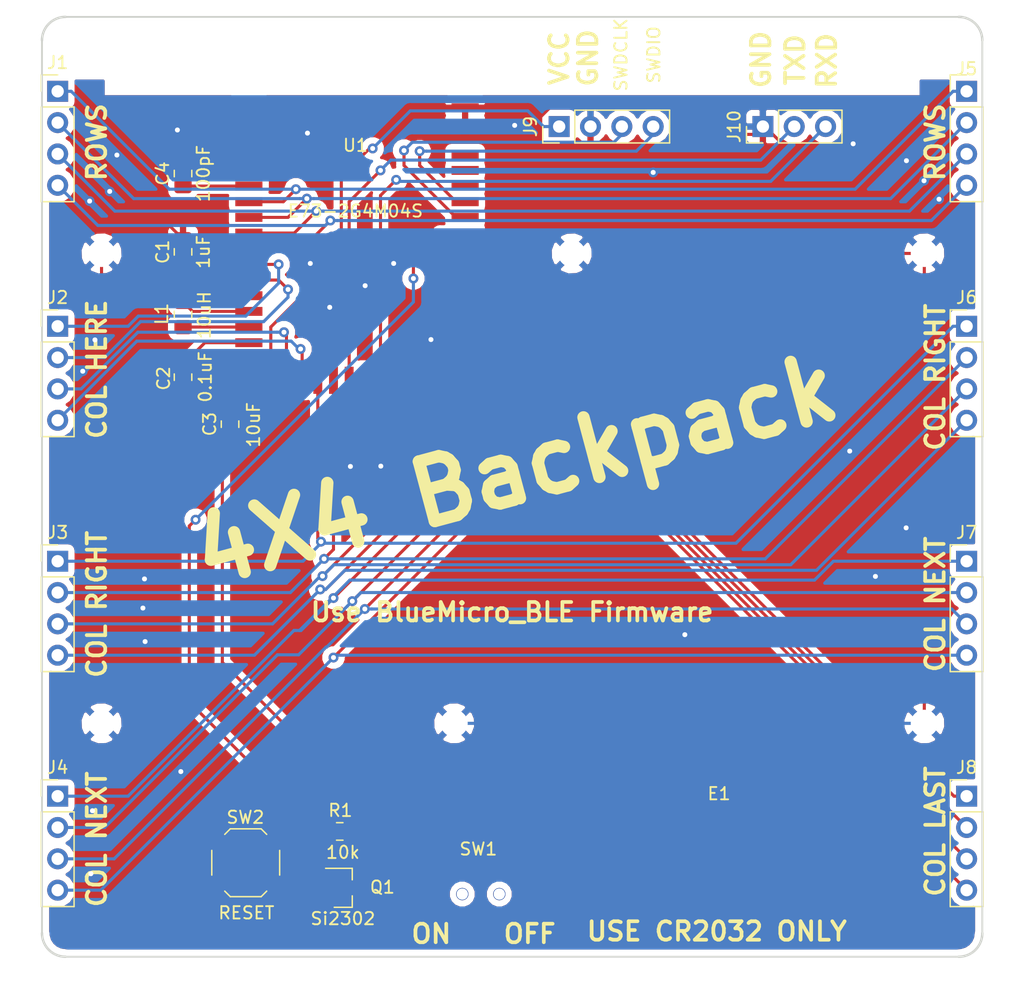
<source format=kicad_pcb>
(kicad_pcb (version 20171130) (host pcbnew "(5.0.0)")

  (general
    (thickness 1.6)
    (drawings 41)
    (tracks 372)
    (zones 0)
    (modules 27)
    (nets 34)
  )

  (page A4)
  (layers
    (0 F.Cu signal)
    (31 B.Cu signal)
    (32 B.Adhes user)
    (33 F.Adhes user)
    (34 B.Paste user)
    (35 F.Paste user)
    (36 B.SilkS user)
    (37 F.SilkS user)
    (38 B.Mask user)
    (39 F.Mask user)
    (40 Dwgs.User user)
    (41 Cmts.User user)
    (42 Eco1.User user)
    (43 Eco2.User user)
    (44 Edge.Cuts user)
    (45 Margin user)
    (46 B.CrtYd user)
    (47 F.CrtYd user)
    (48 B.Fab user)
    (49 F.Fab user)
  )

  (setup
    (last_trace_width 0.25)
    (trace_clearance 0.2)
    (zone_clearance 0.508)
    (zone_45_only no)
    (trace_min 0.2)
    (segment_width 0.2)
    (edge_width 0.15)
    (via_size 0.8)
    (via_drill 0.4)
    (via_min_size 0.4)
    (via_min_drill 0.3)
    (uvia_size 0.3)
    (uvia_drill 0.1)
    (uvias_allowed no)
    (uvia_min_size 0.2)
    (uvia_min_drill 0.1)
    (pcb_text_width 0.3)
    (pcb_text_size 1.5 1.5)
    (mod_edge_width 0.15)
    (mod_text_size 1 1)
    (mod_text_width 0.15)
    (pad_size 1.524 1.524)
    (pad_drill 0.762)
    (pad_to_mask_clearance 0.2)
    (aux_axis_origin 0 0)
    (visible_elements 7FFFFFFF)
    (pcbplotparams
      (layerselection 0x010fc_ffffffff)
      (usegerberextensions false)
      (usegerberattributes false)
      (usegerberadvancedattributes false)
      (creategerberjobfile false)
      (excludeedgelayer true)
      (linewidth 0.100000)
      (plotframeref false)
      (viasonmask false)
      (mode 1)
      (useauxorigin false)
      (hpglpennumber 1)
      (hpglpenspeed 20)
      (hpglpendiameter 15.000000)
      (psnegative false)
      (psa4output false)
      (plotreference true)
      (plotvalue true)
      (plotinvisibletext false)
      (padsonsilk false)
      (subtractmaskfromsilk false)
      (outputformat 1)
      (mirror false)
      (drillshape 0)
      (scaleselection 1)
      (outputdirectory "Gerber/"))
  )

  (net 0 "")
  (net 1 ROW1)
  (net 2 ROW2)
  (net 3 ROW3)
  (net 4 ROW4)
  (net 5 COL4)
  (net 6 COL3)
  (net 7 COL2)
  (net 8 COL1)
  (net 9 COL5)
  (net 10 COL6)
  (net 11 COL7)
  (net 12 COL8)
  (net 13 COL12)
  (net 14 COL11)
  (net 15 COL10)
  (net 16 COL9)
  (net 17 COL16)
  (net 18 COL15)
  (net 19 COL14)
  (net 20 COL13)
  (net 21 GND)
  (net 22 "Net-(C1-Pad1)")
  (net 23 "Net-(C2-Pad1)")
  (net 24 VCC)
  (net 25 "Net-(C4-Pad1)")
  (net 26 "Net-(L1-Pad2)")
  (net 27 "Net-(E1-Pad2)")
  (net 28 RESET)
  (net 29 "Net-(E1-Pad1)")
  (net 30 SWDCLK)
  (net 31 SWDIO)
  (net 32 TXD)
  (net 33 RXD)

  (net_class Default "This is the default net class."
    (clearance 0.2)
    (trace_width 0.25)
    (via_dia 0.8)
    (via_drill 0.4)
    (uvia_dia 0.3)
    (uvia_drill 0.1)
    (add_net COL1)
    (add_net COL10)
    (add_net COL11)
    (add_net COL12)
    (add_net COL13)
    (add_net COL14)
    (add_net COL15)
    (add_net COL16)
    (add_net COL2)
    (add_net COL3)
    (add_net COL4)
    (add_net COL5)
    (add_net COL6)
    (add_net COL7)
    (add_net COL8)
    (add_net COL9)
    (add_net GND)
    (add_net "Net-(C1-Pad1)")
    (add_net "Net-(C2-Pad1)")
    (add_net "Net-(C4-Pad1)")
    (add_net "Net-(E1-Pad1)")
    (add_net "Net-(E1-Pad2)")
    (add_net "Net-(L1-Pad2)")
    (add_net RESET)
    (add_net ROW1)
    (add_net ROW2)
    (add_net ROW3)
    (add_net ROW4)
    (add_net RXD)
    (add_net SWDCLK)
    (add_net SWDIO)
    (add_net TXD)
    (add_net VCC)
  )

  (module Connector_PinHeader_2.54mm:PinHeader_1x04_P2.54mm_Vertical locked (layer F.Cu) (tedit 59FED5CC) (tstamp 5BDB0D47)
    (at 77.47 82.2325)
    (descr "Through hole straight pin header, 1x04, 2.54mm pitch, single row")
    (tags "Through hole pin header THT 1x04 2.54mm single row")
    (path /5BBF1644)
    (fp_text reference J1 (at 0 -2.33) (layer F.SilkS)
      (effects (font (size 1 1) (thickness 0.15)))
    )
    (fp_text value Conn_01x04 (at 0 9.95) (layer F.Fab)
      (effects (font (size 1 1) (thickness 0.15)))
    )
    (fp_line (start -0.635 -1.27) (end 1.27 -1.27) (layer F.Fab) (width 0.1))
    (fp_line (start 1.27 -1.27) (end 1.27 8.89) (layer F.Fab) (width 0.1))
    (fp_line (start 1.27 8.89) (end -1.27 8.89) (layer F.Fab) (width 0.1))
    (fp_line (start -1.27 8.89) (end -1.27 -0.635) (layer F.Fab) (width 0.1))
    (fp_line (start -1.27 -0.635) (end -0.635 -1.27) (layer F.Fab) (width 0.1))
    (fp_line (start -1.33 8.95) (end 1.33 8.95) (layer F.SilkS) (width 0.12))
    (fp_line (start -1.33 1.27) (end -1.33 8.95) (layer F.SilkS) (width 0.12))
    (fp_line (start 1.33 1.27) (end 1.33 8.95) (layer F.SilkS) (width 0.12))
    (fp_line (start -1.33 1.27) (end 1.33 1.27) (layer F.SilkS) (width 0.12))
    (fp_line (start -1.33 0) (end -1.33 -1.33) (layer F.SilkS) (width 0.12))
    (fp_line (start -1.33 -1.33) (end 0 -1.33) (layer F.SilkS) (width 0.12))
    (fp_line (start -1.8 -1.8) (end -1.8 9.4) (layer F.CrtYd) (width 0.05))
    (fp_line (start -1.8 9.4) (end 1.8 9.4) (layer F.CrtYd) (width 0.05))
    (fp_line (start 1.8 9.4) (end 1.8 -1.8) (layer F.CrtYd) (width 0.05))
    (fp_line (start 1.8 -1.8) (end -1.8 -1.8) (layer F.CrtYd) (width 0.05))
    (fp_text user %R (at 0 3.81 90) (layer F.Fab)
      (effects (font (size 1 1) (thickness 0.15)))
    )
    (pad 1 thru_hole rect (at 0 0) (size 1.7 1.7) (drill 1) (layers *.Cu *.Mask)
      (net 1 ROW1))
    (pad 2 thru_hole oval (at 0 2.54) (size 1.7 1.7) (drill 1) (layers *.Cu *.Mask)
      (net 2 ROW2))
    (pad 3 thru_hole oval (at 0 5.08) (size 1.7 1.7) (drill 1) (layers *.Cu *.Mask)
      (net 3 ROW3))
    (pad 4 thru_hole oval (at 0 7.62) (size 1.7 1.7) (drill 1) (layers *.Cu *.Mask)
      (net 4 ROW4))
    (model ${KISYS3DMOD}/Connector_PinHeader_2.54mm.3dshapes/PinHeader_1x04_P2.54mm_Vertical.wrl
      (at (xyz 0 0 0))
      (scale (xyz 1 1 1))
      (rotate (xyz 0 0 0))
    )
  )

  (module Connector_PinHeader_2.54mm:PinHeader_1x04_P2.54mm_Vertical locked (layer F.Cu) (tedit 59FED5CC) (tstamp 5BDB0D5F)
    (at 77.47 101.2825)
    (descr "Through hole straight pin header, 1x04, 2.54mm pitch, single row")
    (tags "Through hole pin header THT 1x04 2.54mm single row")
    (path /5BBF16DE)
    (fp_text reference J2 (at 0 -2.33) (layer F.SilkS)
      (effects (font (size 1 1) (thickness 0.15)))
    )
    (fp_text value Conn_01x04 (at 0 9.95) (layer F.Fab)
      (effects (font (size 1 1) (thickness 0.15)))
    )
    (fp_text user %R (at 0 3.254999 90) (layer F.Fab)
      (effects (font (size 1 1) (thickness 0.15)))
    )
    (fp_line (start 1.8 -1.8) (end -1.8 -1.8) (layer F.CrtYd) (width 0.05))
    (fp_line (start 1.8 9.4) (end 1.8 -1.8) (layer F.CrtYd) (width 0.05))
    (fp_line (start -1.8 9.4) (end 1.8 9.4) (layer F.CrtYd) (width 0.05))
    (fp_line (start -1.8 -1.8) (end -1.8 9.4) (layer F.CrtYd) (width 0.05))
    (fp_line (start -1.33 -1.33) (end 0 -1.33) (layer F.SilkS) (width 0.12))
    (fp_line (start -1.33 0) (end -1.33 -1.33) (layer F.SilkS) (width 0.12))
    (fp_line (start -1.33 1.27) (end 1.33 1.27) (layer F.SilkS) (width 0.12))
    (fp_line (start 1.33 1.27) (end 1.33 8.95) (layer F.SilkS) (width 0.12))
    (fp_line (start -1.33 1.27) (end -1.33 8.95) (layer F.SilkS) (width 0.12))
    (fp_line (start -1.33 8.95) (end 1.33 8.95) (layer F.SilkS) (width 0.12))
    (fp_line (start -1.27 -0.635) (end -0.635 -1.27) (layer F.Fab) (width 0.1))
    (fp_line (start -1.27 8.89) (end -1.27 -0.635) (layer F.Fab) (width 0.1))
    (fp_line (start 1.27 8.89) (end -1.27 8.89) (layer F.Fab) (width 0.1))
    (fp_line (start 1.27 -1.27) (end 1.27 8.89) (layer F.Fab) (width 0.1))
    (fp_line (start -0.635 -1.27) (end 1.27 -1.27) (layer F.Fab) (width 0.1))
    (pad 4 thru_hole oval (at 0 7.62) (size 1.7 1.7) (drill 1) (layers *.Cu *.Mask)
      (net 5 COL4))
    (pad 3 thru_hole oval (at 0 5.08) (size 1.7 1.7) (drill 1) (layers *.Cu *.Mask)
      (net 6 COL3))
    (pad 2 thru_hole oval (at 0 2.54) (size 1.7 1.7) (drill 1) (layers *.Cu *.Mask)
      (net 7 COL2))
    (pad 1 thru_hole rect (at 0 0) (size 1.7 1.7) (drill 1) (layers *.Cu *.Mask)
      (net 8 COL1))
    (model ${KISYS3DMOD}/Connector_PinHeader_2.54mm.3dshapes/PinHeader_1x04_P2.54mm_Vertical.wrl
      (at (xyz 0 0 0))
      (scale (xyz 1 1 1))
      (rotate (xyz 0 0 0))
    )
  )

  (module Connector_PinHeader_2.54mm:PinHeader_1x04_P2.54mm_Vertical locked (layer F.Cu) (tedit 59FED5CC) (tstamp 5BDB0D77)
    (at 77.47 120.3325)
    (descr "Through hole straight pin header, 1x04, 2.54mm pitch, single row")
    (tags "Through hole pin header THT 1x04 2.54mm single row")
    (path /5BBF1706)
    (fp_text reference J3 (at 0 -2.33) (layer F.SilkS)
      (effects (font (size 1 1) (thickness 0.15)))
    )
    (fp_text value Conn_01x04 (at 0 9.95) (layer F.Fab)
      (effects (font (size 1 1) (thickness 0.15)))
    )
    (fp_line (start -0.635 -1.27) (end 1.27 -1.27) (layer F.Fab) (width 0.1))
    (fp_line (start 1.27 -1.27) (end 1.27 8.89) (layer F.Fab) (width 0.1))
    (fp_line (start 1.27 8.89) (end -1.27 8.89) (layer F.Fab) (width 0.1))
    (fp_line (start -1.27 8.89) (end -1.27 -0.635) (layer F.Fab) (width 0.1))
    (fp_line (start -1.27 -0.635) (end -0.635 -1.27) (layer F.Fab) (width 0.1))
    (fp_line (start -1.33 8.95) (end 1.33 8.95) (layer F.SilkS) (width 0.12))
    (fp_line (start -1.33 1.27) (end -1.33 8.95) (layer F.SilkS) (width 0.12))
    (fp_line (start 1.33 1.27) (end 1.33 8.95) (layer F.SilkS) (width 0.12))
    (fp_line (start -1.33 1.27) (end 1.33 1.27) (layer F.SilkS) (width 0.12))
    (fp_line (start -1.33 0) (end -1.33 -1.33) (layer F.SilkS) (width 0.12))
    (fp_line (start -1.33 -1.33) (end 0 -1.33) (layer F.SilkS) (width 0.12))
    (fp_line (start -1.8 -1.8) (end -1.8 9.4) (layer F.CrtYd) (width 0.05))
    (fp_line (start -1.8 9.4) (end 1.8 9.4) (layer F.CrtYd) (width 0.05))
    (fp_line (start 1.8 9.4) (end 1.8 -1.8) (layer F.CrtYd) (width 0.05))
    (fp_line (start 1.8 -1.8) (end -1.8 -1.8) (layer F.CrtYd) (width 0.05))
    (fp_text user %R (at 0 3.81 90) (layer F.Fab)
      (effects (font (size 1 1) (thickness 0.15)))
    )
    (pad 1 thru_hole rect (at 0 0) (size 1.7 1.7) (drill 1) (layers *.Cu *.Mask)
      (net 9 COL5))
    (pad 2 thru_hole oval (at 0 2.54) (size 1.7 1.7) (drill 1) (layers *.Cu *.Mask)
      (net 10 COL6))
    (pad 3 thru_hole oval (at 0 5.08) (size 1.7 1.7) (drill 1) (layers *.Cu *.Mask)
      (net 11 COL7))
    (pad 4 thru_hole oval (at 0 7.62) (size 1.7 1.7) (drill 1) (layers *.Cu *.Mask)
      (net 12 COL8))
    (model ${KISYS3DMOD}/Connector_PinHeader_2.54mm.3dshapes/PinHeader_1x04_P2.54mm_Vertical.wrl
      (at (xyz 0 0 0))
      (scale (xyz 1 1 1))
      (rotate (xyz 0 0 0))
    )
  )

  (module Connector_PinHeader_2.54mm:PinHeader_1x04_P2.54mm_Vertical locked (layer F.Cu) (tedit 59FED5CC) (tstamp 5BDB0D8F)
    (at 77.47 139.3825)
    (descr "Through hole straight pin header, 1x04, 2.54mm pitch, single row")
    (tags "Through hole pin header THT 1x04 2.54mm single row")
    (path /5BBF1736)
    (fp_text reference J4 (at 0 -2.33) (layer F.SilkS)
      (effects (font (size 1 1) (thickness 0.15)))
    )
    (fp_text value Conn_01x04 (at 0 9.95) (layer F.Fab)
      (effects (font (size 1 1) (thickness 0.15)))
    )
    (fp_text user %R (at 0 3.81 90) (layer F.Fab)
      (effects (font (size 1 1) (thickness 0.15)))
    )
    (fp_line (start 1.8 -1.8) (end -1.8 -1.8) (layer F.CrtYd) (width 0.05))
    (fp_line (start 1.8 9.4) (end 1.8 -1.8) (layer F.CrtYd) (width 0.05))
    (fp_line (start -1.8 9.4) (end 1.8 9.4) (layer F.CrtYd) (width 0.05))
    (fp_line (start -1.8 -1.8) (end -1.8 9.4) (layer F.CrtYd) (width 0.05))
    (fp_line (start -1.33 -1.33) (end 0 -1.33) (layer F.SilkS) (width 0.12))
    (fp_line (start -1.33 0) (end -1.33 -1.33) (layer F.SilkS) (width 0.12))
    (fp_line (start -1.33 1.27) (end 1.33 1.27) (layer F.SilkS) (width 0.12))
    (fp_line (start 1.33 1.27) (end 1.33 8.95) (layer F.SilkS) (width 0.12))
    (fp_line (start -1.33 1.27) (end -1.33 8.95) (layer F.SilkS) (width 0.12))
    (fp_line (start -1.33 8.95) (end 1.33 8.95) (layer F.SilkS) (width 0.12))
    (fp_line (start -1.27 -0.635) (end -0.635 -1.27) (layer F.Fab) (width 0.1))
    (fp_line (start -1.27 8.89) (end -1.27 -0.635) (layer F.Fab) (width 0.1))
    (fp_line (start 1.27 8.89) (end -1.27 8.89) (layer F.Fab) (width 0.1))
    (fp_line (start 1.27 -1.27) (end 1.27 8.89) (layer F.Fab) (width 0.1))
    (fp_line (start -0.635 -1.27) (end 1.27 -1.27) (layer F.Fab) (width 0.1))
    (pad 4 thru_hole oval (at 0 7.62) (size 1.7 1.7) (drill 1) (layers *.Cu *.Mask)
      (net 13 COL12))
    (pad 3 thru_hole oval (at 0 5.08) (size 1.7 1.7) (drill 1) (layers *.Cu *.Mask)
      (net 14 COL11))
    (pad 2 thru_hole oval (at 0 2.54) (size 1.7 1.7) (drill 1) (layers *.Cu *.Mask)
      (net 15 COL10))
    (pad 1 thru_hole rect (at 0 0) (size 1.7 1.7) (drill 1) (layers *.Cu *.Mask)
      (net 16 COL9))
    (model ${KISYS3DMOD}/Connector_PinHeader_2.54mm.3dshapes/PinHeader_1x04_P2.54mm_Vertical.wrl
      (at (xyz 0 0 0))
      (scale (xyz 1 1 1))
      (rotate (xyz 0 0 0))
    )
  )

  (module Connector_PinHeader_2.54mm:PinHeader_1x04_P2.54mm_Vertical locked (layer F.Cu) (tedit 59FED5CC) (tstamp 5BDB0DA7)
    (at 151.13 82.2325)
    (descr "Through hole straight pin header, 1x04, 2.54mm pitch, single row")
    (tags "Through hole pin header THT 1x04 2.54mm single row")
    (path /5BBF175E)
    (fp_text reference J5 (at 0 -1.825001) (layer F.SilkS)
      (effects (font (size 1 1) (thickness 0.15)))
    )
    (fp_text value Conn_01x04 (at 0 9.95) (layer F.Fab)
      (effects (font (size 1 1) (thickness 0.15)))
    )
    (fp_line (start -0.635 -1.27) (end 1.27 -1.27) (layer F.Fab) (width 0.1))
    (fp_line (start 1.27 -1.27) (end 1.27 8.89) (layer F.Fab) (width 0.1))
    (fp_line (start 1.27 8.89) (end -1.27 8.89) (layer F.Fab) (width 0.1))
    (fp_line (start -1.27 8.89) (end -1.27 -0.635) (layer F.Fab) (width 0.1))
    (fp_line (start -1.27 -0.635) (end -0.635 -1.27) (layer F.Fab) (width 0.1))
    (fp_line (start -1.33 8.95) (end 1.33 8.95) (layer F.SilkS) (width 0.12))
    (fp_line (start -1.33 1.27) (end -1.33 8.95) (layer F.SilkS) (width 0.12))
    (fp_line (start 1.33 1.27) (end 1.33 8.95) (layer F.SilkS) (width 0.12))
    (fp_line (start -1.33 1.27) (end 1.33 1.27) (layer F.SilkS) (width 0.12))
    (fp_line (start -1.33 0) (end -1.33 -1.33) (layer F.SilkS) (width 0.12))
    (fp_line (start -1.33 -1.33) (end 0 -1.33) (layer F.SilkS) (width 0.12))
    (fp_line (start -1.8 -1.8) (end -1.8 9.4) (layer F.CrtYd) (width 0.05))
    (fp_line (start -1.8 9.4) (end 1.8 9.4) (layer F.CrtYd) (width 0.05))
    (fp_line (start 1.8 9.4) (end 1.8 -1.8) (layer F.CrtYd) (width 0.05))
    (fp_line (start 1.8 -1.8) (end -1.8 -1.8) (layer F.CrtYd) (width 0.05))
    (fp_text user %R (at 0 3.81 90) (layer F.Fab)
      (effects (font (size 1 1) (thickness 0.15)))
    )
    (pad 1 thru_hole rect (at 0 0) (size 1.7 1.7) (drill 1) (layers *.Cu *.Mask)
      (net 1 ROW1))
    (pad 2 thru_hole oval (at 0 2.54) (size 1.7 1.7) (drill 1) (layers *.Cu *.Mask)
      (net 2 ROW2))
    (pad 3 thru_hole oval (at 0 5.08) (size 1.7 1.7) (drill 1) (layers *.Cu *.Mask)
      (net 3 ROW3))
    (pad 4 thru_hole oval (at 0 7.62) (size 1.7 1.7) (drill 1) (layers *.Cu *.Mask)
      (net 4 ROW4))
    (model ${KISYS3DMOD}/Connector_PinHeader_2.54mm.3dshapes/PinHeader_1x04_P2.54mm_Vertical.wrl
      (at (xyz 0 0 0))
      (scale (xyz 1 1 1))
      (rotate (xyz 0 0 0))
    )
  )

  (module Connector_PinHeader_2.54mm:PinHeader_1x04_P2.54mm_Vertical locked (layer F.Cu) (tedit 59FED5CC) (tstamp 5BDB0DBF)
    (at 151.13 101.2825)
    (descr "Through hole straight pin header, 1x04, 2.54mm pitch, single row")
    (tags "Through hole pin header THT 1x04 2.54mm single row")
    (path /5BBF17B6)
    (fp_text reference J6 (at 0 -2.33) (layer F.SilkS)
      (effects (font (size 1 1) (thickness 0.15)))
    )
    (fp_text value Conn_01x04 (at 0 9.95) (layer F.Fab)
      (effects (font (size 1 1) (thickness 0.15)))
    )
    (fp_text user %R (at 0 3.81 90) (layer F.Fab)
      (effects (font (size 1 1) (thickness 0.15)))
    )
    (fp_line (start 1.8 -1.8) (end -1.8 -1.8) (layer F.CrtYd) (width 0.05))
    (fp_line (start 1.8 9.4) (end 1.8 -1.8) (layer F.CrtYd) (width 0.05))
    (fp_line (start -1.8 9.4) (end 1.8 9.4) (layer F.CrtYd) (width 0.05))
    (fp_line (start -1.8 -1.8) (end -1.8 9.4) (layer F.CrtYd) (width 0.05))
    (fp_line (start -1.33 -1.33) (end 0 -1.33) (layer F.SilkS) (width 0.12))
    (fp_line (start -1.33 0) (end -1.33 -1.33) (layer F.SilkS) (width 0.12))
    (fp_line (start -1.33 1.27) (end 1.33 1.27) (layer F.SilkS) (width 0.12))
    (fp_line (start 1.33 1.27) (end 1.33 8.95) (layer F.SilkS) (width 0.12))
    (fp_line (start -1.33 1.27) (end -1.33 8.95) (layer F.SilkS) (width 0.12))
    (fp_line (start -1.33 8.95) (end 1.33 8.95) (layer F.SilkS) (width 0.12))
    (fp_line (start -1.27 -0.635) (end -0.635 -1.27) (layer F.Fab) (width 0.1))
    (fp_line (start -1.27 8.89) (end -1.27 -0.635) (layer F.Fab) (width 0.1))
    (fp_line (start 1.27 8.89) (end -1.27 8.89) (layer F.Fab) (width 0.1))
    (fp_line (start 1.27 -1.27) (end 1.27 8.89) (layer F.Fab) (width 0.1))
    (fp_line (start -0.635 -1.27) (end 1.27 -1.27) (layer F.Fab) (width 0.1))
    (pad 4 thru_hole oval (at 0 7.62) (size 1.7 1.7) (drill 1) (layers *.Cu *.Mask)
      (net 12 COL8))
    (pad 3 thru_hole oval (at 0 5.08) (size 1.7 1.7) (drill 1) (layers *.Cu *.Mask)
      (net 11 COL7))
    (pad 2 thru_hole oval (at 0 2.54) (size 1.7 1.7) (drill 1) (layers *.Cu *.Mask)
      (net 10 COL6))
    (pad 1 thru_hole rect (at 0 0) (size 1.7 1.7) (drill 1) (layers *.Cu *.Mask)
      (net 9 COL5))
    (model ${KISYS3DMOD}/Connector_PinHeader_2.54mm.3dshapes/PinHeader_1x04_P2.54mm_Vertical.wrl
      (at (xyz 0 0 0))
      (scale (xyz 1 1 1))
      (rotate (xyz 0 0 0))
    )
  )

  (module Connector_PinHeader_2.54mm:PinHeader_1x04_P2.54mm_Vertical locked (layer F.Cu) (tedit 59FED5CC) (tstamp 5BDB0DD7)
    (at 151.13 120.3325)
    (descr "Through hole straight pin header, 1x04, 2.54mm pitch, single row")
    (tags "Through hole pin header THT 1x04 2.54mm single row")
    (path /5BBF17E8)
    (fp_text reference J7 (at 0 -2.33) (layer F.SilkS)
      (effects (font (size 1 1) (thickness 0.15)))
    )
    (fp_text value Conn_01x04 (at 0 9.95) (layer F.Fab)
      (effects (font (size 1 1) (thickness 0.15)))
    )
    (fp_line (start -0.635 -1.27) (end 1.27 -1.27) (layer F.Fab) (width 0.1))
    (fp_line (start 1.27 -1.27) (end 1.27 8.89) (layer F.Fab) (width 0.1))
    (fp_line (start 1.27 8.89) (end -1.27 8.89) (layer F.Fab) (width 0.1))
    (fp_line (start -1.27 8.89) (end -1.27 -0.635) (layer F.Fab) (width 0.1))
    (fp_line (start -1.27 -0.635) (end -0.635 -1.27) (layer F.Fab) (width 0.1))
    (fp_line (start -1.33 8.95) (end 1.33 8.95) (layer F.SilkS) (width 0.12))
    (fp_line (start -1.33 1.27) (end -1.33 8.95) (layer F.SilkS) (width 0.12))
    (fp_line (start 1.33 1.27) (end 1.33 8.95) (layer F.SilkS) (width 0.12))
    (fp_line (start -1.33 1.27) (end 1.33 1.27) (layer F.SilkS) (width 0.12))
    (fp_line (start -1.33 0) (end -1.33 -1.33) (layer F.SilkS) (width 0.12))
    (fp_line (start -1.33 -1.33) (end 0 -1.33) (layer F.SilkS) (width 0.12))
    (fp_line (start -1.8 -1.8) (end -1.8 9.4) (layer F.CrtYd) (width 0.05))
    (fp_line (start -1.8 9.4) (end 1.8 9.4) (layer F.CrtYd) (width 0.05))
    (fp_line (start 1.8 9.4) (end 1.8 -1.8) (layer F.CrtYd) (width 0.05))
    (fp_line (start 1.8 -1.8) (end -1.8 -1.8) (layer F.CrtYd) (width 0.05))
    (fp_text user %R (at 0 3.81 90) (layer F.Fab)
      (effects (font (size 1 1) (thickness 0.15)))
    )
    (pad 1 thru_hole rect (at 0 0) (size 1.7 1.7) (drill 1) (layers *.Cu *.Mask)
      (net 16 COL9))
    (pad 2 thru_hole oval (at 0 2.54) (size 1.7 1.7) (drill 1) (layers *.Cu *.Mask)
      (net 15 COL10))
    (pad 3 thru_hole oval (at 0 5.08) (size 1.7 1.7) (drill 1) (layers *.Cu *.Mask)
      (net 14 COL11))
    (pad 4 thru_hole oval (at 0 7.62) (size 1.7 1.7) (drill 1) (layers *.Cu *.Mask)
      (net 13 COL12))
    (model ${KISYS3DMOD}/Connector_PinHeader_2.54mm.3dshapes/PinHeader_1x04_P2.54mm_Vertical.wrl
      (at (xyz 0 0 0))
      (scale (xyz 1 1 1))
      (rotate (xyz 0 0 0))
    )
  )

  (module Connector_PinHeader_2.54mm:PinHeader_1x04_P2.54mm_Vertical (layer F.Cu) (tedit 59FED5CC) (tstamp 5BDB0DEF)
    (at 151.13 139.3825)
    (descr "Through hole straight pin header, 1x04, 2.54mm pitch, single row")
    (tags "Through hole pin header THT 1x04 2.54mm single row")
    (path /5BBF181E)
    (fp_text reference J8 (at 0 -2.33) (layer F.SilkS)
      (effects (font (size 1 1) (thickness 0.15)))
    )
    (fp_text value Conn_01x04 (at 0 9.95) (layer F.Fab)
      (effects (font (size 1 1) (thickness 0.15)))
    )
    (fp_text user %R (at 0 3.81 90) (layer F.Fab)
      (effects (font (size 1 1) (thickness 0.15)))
    )
    (fp_line (start 1.8 -1.8) (end -1.8 -1.8) (layer F.CrtYd) (width 0.05))
    (fp_line (start 1.8 9.4) (end 1.8 -1.8) (layer F.CrtYd) (width 0.05))
    (fp_line (start -1.8 9.4) (end 1.8 9.4) (layer F.CrtYd) (width 0.05))
    (fp_line (start -1.8 -1.8) (end -1.8 9.4) (layer F.CrtYd) (width 0.05))
    (fp_line (start -1.33 -1.33) (end 0 -1.33) (layer F.SilkS) (width 0.12))
    (fp_line (start -1.33 0) (end -1.33 -1.33) (layer F.SilkS) (width 0.12))
    (fp_line (start -1.33 1.27) (end 1.33 1.27) (layer F.SilkS) (width 0.12))
    (fp_line (start 1.33 1.27) (end 1.33 8.95) (layer F.SilkS) (width 0.12))
    (fp_line (start -1.33 1.27) (end -1.33 8.95) (layer F.SilkS) (width 0.12))
    (fp_line (start -1.33 8.95) (end 1.33 8.95) (layer F.SilkS) (width 0.12))
    (fp_line (start -1.27 -0.635) (end -0.635 -1.27) (layer F.Fab) (width 0.1))
    (fp_line (start -1.27 8.89) (end -1.27 -0.635) (layer F.Fab) (width 0.1))
    (fp_line (start 1.27 8.89) (end -1.27 8.89) (layer F.Fab) (width 0.1))
    (fp_line (start 1.27 -1.27) (end 1.27 8.89) (layer F.Fab) (width 0.1))
    (fp_line (start -0.635 -1.27) (end 1.27 -1.27) (layer F.Fab) (width 0.1))
    (pad 4 thru_hole oval (at 0 7.62) (size 1.7 1.7) (drill 1) (layers *.Cu *.Mask)
      (net 17 COL16))
    (pad 3 thru_hole oval (at 0 5.08) (size 1.7 1.7) (drill 1) (layers *.Cu *.Mask)
      (net 18 COL15))
    (pad 2 thru_hole oval (at 0 2.54) (size 1.7 1.7) (drill 1) (layers *.Cu *.Mask)
      (net 19 COL14))
    (pad 1 thru_hole rect (at 0 0) (size 1.7 1.7) (drill 1) (layers *.Cu *.Mask)
      (net 20 COL13))
    (model ${KISYS3DMOD}/Connector_PinHeader_2.54mm.3dshapes/PinHeader_1x04_P2.54mm_Vertical.wrl
      (at (xyz 0 0 0))
      (scale (xyz 1 1 1))
      (rotate (xyz 0 0 0))
    )
  )

  (module Capacitor_SMD:C_0805_2012Metric_Pad1.15x1.40mm_HandSolder (layer F.Cu) (tedit 5BB7D67C) (tstamp 5BDB1283)
    (at 87.63 95.25 90)
    (descr "Capacitor SMD 0805 (2012 Metric), square (rectangular) end terminal, IPC_7351 nominal with elongated pad for handsoldering. (Body size source: https://docs.google.com/spreadsheets/d/1BsfQQcO9C6DZCsRaXUlFlo91Tg2WpOkGARC1WS5S8t0/edit?usp=sharing), generated with kicad-footprint-generator")
    (tags "capacitor handsolder")
    (path /5BC00059)
    (attr smd)
    (fp_text reference C1 (at 0 -1.65 90) (layer F.SilkS)
      (effects (font (size 1 1) (thickness 0.15)))
    )
    (fp_text value 1uF (at 0 1.65 90) (layer F.SilkS)
      (effects (font (size 1 1) (thickness 0.15)))
    )
    (fp_text user %R (at 0 0 90) (layer F.Fab)
      (effects (font (size 0.5 0.5) (thickness 0.08)))
    )
    (fp_line (start 1.85 0.95) (end -1.85 0.95) (layer F.CrtYd) (width 0.05))
    (fp_line (start 1.85 -0.95) (end 1.85 0.95) (layer F.CrtYd) (width 0.05))
    (fp_line (start -1.85 -0.95) (end 1.85 -0.95) (layer F.CrtYd) (width 0.05))
    (fp_line (start -1.85 0.95) (end -1.85 -0.95) (layer F.CrtYd) (width 0.05))
    (fp_line (start -0.261252 0.71) (end 0.261252 0.71) (layer F.SilkS) (width 0.12))
    (fp_line (start -0.261252 -0.71) (end 0.261252 -0.71) (layer F.SilkS) (width 0.12))
    (fp_line (start 1 0.6) (end -1 0.6) (layer F.Fab) (width 0.1))
    (fp_line (start 1 -0.6) (end 1 0.6) (layer F.Fab) (width 0.1))
    (fp_line (start -1 -0.6) (end 1 -0.6) (layer F.Fab) (width 0.1))
    (fp_line (start -1 0.6) (end -1 -0.6) (layer F.Fab) (width 0.1))
    (pad 2 smd roundrect (at 1.025 0 90) (size 1.15 1.4) (layers F.Cu F.Paste F.Mask) (roundrect_rratio 0.217391)
      (net 21 GND))
    (pad 1 smd roundrect (at -1.025 0 90) (size 1.15 1.4) (layers F.Cu F.Paste F.Mask) (roundrect_rratio 0.217391)
      (net 22 "Net-(C1-Pad1)"))
    (model ${KISYS3DMOD}/Capacitor_SMD.3dshapes/C_0805_2012Metric.wrl
      (at (xyz 0 0 0))
      (scale (xyz 1 1 1))
      (rotate (xyz 0 0 0))
    )
  )

  (module Capacitor_SMD:C_0805_2012Metric_Pad1.15x1.40mm_HandSolder (layer F.Cu) (tedit 5BB7D6A0) (tstamp 5BDB1294)
    (at 87.63 105.41 270)
    (descr "Capacitor SMD 0805 (2012 Metric), square (rectangular) end terminal, IPC_7351 nominal with elongated pad for handsoldering. (Body size source: https://docs.google.com/spreadsheets/d/1BsfQQcO9C6DZCsRaXUlFlo91Tg2WpOkGARC1WS5S8t0/edit?usp=sharing), generated with kicad-footprint-generator")
    (tags "capacitor handsolder")
    (path /5BBFFF9D)
    (attr smd)
    (fp_text reference C2 (at 0.1016 1.5748 270) (layer F.SilkS)
      (effects (font (size 1 1) (thickness 0.15)))
    )
    (fp_text value 0.1uF (at -0.0254 -1.8034 270) (layer F.SilkS)
      (effects (font (size 1 1) (thickness 0.15)))
    )
    (fp_line (start -1 0.6) (end -1 -0.6) (layer F.Fab) (width 0.1))
    (fp_line (start -1 -0.6) (end 1 -0.6) (layer F.Fab) (width 0.1))
    (fp_line (start 1 -0.6) (end 1 0.6) (layer F.Fab) (width 0.1))
    (fp_line (start 1 0.6) (end -1 0.6) (layer F.Fab) (width 0.1))
    (fp_line (start -0.261252 -0.71) (end 0.261252 -0.71) (layer F.SilkS) (width 0.12))
    (fp_line (start -0.261252 0.71) (end 0.261252 0.71) (layer F.SilkS) (width 0.12))
    (fp_line (start -1.85 0.95) (end -1.85 -0.95) (layer F.CrtYd) (width 0.05))
    (fp_line (start -1.85 -0.95) (end 1.85 -0.95) (layer F.CrtYd) (width 0.05))
    (fp_line (start 1.85 -0.95) (end 1.85 0.95) (layer F.CrtYd) (width 0.05))
    (fp_line (start 1.85 0.95) (end -1.85 0.95) (layer F.CrtYd) (width 0.05))
    (fp_text user %R (at 0 0 270) (layer F.Fab)
      (effects (font (size 0.5 0.5) (thickness 0.08)))
    )
    (pad 1 smd roundrect (at -1.025 0 270) (size 1.15 1.4) (layers F.Cu F.Paste F.Mask) (roundrect_rratio 0.217391)
      (net 23 "Net-(C2-Pad1)"))
    (pad 2 smd roundrect (at 1.025 0 270) (size 1.15 1.4) (layers F.Cu F.Paste F.Mask) (roundrect_rratio 0.217391)
      (net 21 GND))
    (model ${KISYS3DMOD}/Capacitor_SMD.3dshapes/C_0805_2012Metric.wrl
      (at (xyz 0 0 0))
      (scale (xyz 1 1 1))
      (rotate (xyz 0 0 0))
    )
  )

  (module Capacitor_SMD:C_0805_2012Metric_Pad1.15x1.40mm_HandSolder (layer F.Cu) (tedit 5BB7D6A7) (tstamp 5BDB12A5)
    (at 91.44 109.22 90)
    (descr "Capacitor SMD 0805 (2012 Metric), square (rectangular) end terminal, IPC_7351 nominal with elongated pad for handsoldering. (Body size source: https://docs.google.com/spreadsheets/d/1BsfQQcO9C6DZCsRaXUlFlo91Tg2WpOkGARC1WS5S8t0/edit?usp=sharing), generated with kicad-footprint-generator")
    (tags "capacitor handsolder")
    (path /5BBF9C55)
    (attr smd)
    (fp_text reference C3 (at 0 -1.65 90) (layer F.SilkS)
      (effects (font (size 1 1) (thickness 0.15)))
    )
    (fp_text value 10uF (at -0.0508 1.905 90) (layer F.SilkS)
      (effects (font (size 1 1) (thickness 0.15)))
    )
    (fp_line (start -1 0.6) (end -1 -0.6) (layer F.Fab) (width 0.1))
    (fp_line (start -1 -0.6) (end 1 -0.6) (layer F.Fab) (width 0.1))
    (fp_line (start 1 -0.6) (end 1 0.6) (layer F.Fab) (width 0.1))
    (fp_line (start 1 0.6) (end -1 0.6) (layer F.Fab) (width 0.1))
    (fp_line (start -0.261252 -0.71) (end 0.261252 -0.71) (layer F.SilkS) (width 0.12))
    (fp_line (start -0.261252 0.71) (end 0.261252 0.71) (layer F.SilkS) (width 0.12))
    (fp_line (start -1.85 0.95) (end -1.85 -0.95) (layer F.CrtYd) (width 0.05))
    (fp_line (start -1.85 -0.95) (end 1.85 -0.95) (layer F.CrtYd) (width 0.05))
    (fp_line (start 1.85 -0.95) (end 1.85 0.95) (layer F.CrtYd) (width 0.05))
    (fp_line (start 1.85 0.95) (end -1.85 0.95) (layer F.CrtYd) (width 0.05))
    (fp_text user %R (at 0 0 90) (layer F.Fab)
      (effects (font (size 0.5 0.5) (thickness 0.08)))
    )
    (pad 1 smd roundrect (at -1.025 0 90) (size 1.15 1.4) (layers F.Cu F.Paste F.Mask) (roundrect_rratio 0.217391)
      (net 24 VCC))
    (pad 2 smd roundrect (at 1.025 0 90) (size 1.15 1.4) (layers F.Cu F.Paste F.Mask) (roundrect_rratio 0.217391)
      (net 21 GND))
    (model ${KISYS3DMOD}/Capacitor_SMD.3dshapes/C_0805_2012Metric.wrl
      (at (xyz 0 0 0))
      (scale (xyz 1 1 1))
      (rotate (xyz 0 0 0))
    )
  )

  (module Capacitor_SMD:C_0805_2012Metric_Pad1.15x1.40mm_HandSolder (layer F.Cu) (tedit 5BB7D674) (tstamp 5BDB12B6)
    (at 87.63 88.9 90)
    (descr "Capacitor SMD 0805 (2012 Metric), square (rectangular) end terminal, IPC_7351 nominal with elongated pad for handsoldering. (Body size source: https://docs.google.com/spreadsheets/d/1BsfQQcO9C6DZCsRaXUlFlo91Tg2WpOkGARC1WS5S8t0/edit?usp=sharing), generated with kicad-footprint-generator")
    (tags "capacitor handsolder")
    (path /5BBFFEA9)
    (attr smd)
    (fp_text reference C4 (at 0 -1.65 90) (layer F.SilkS)
      (effects (font (size 1 1) (thickness 0.15)))
    )
    (fp_text value 100pF (at 0 1.65 90) (layer F.SilkS)
      (effects (font (size 1 1) (thickness 0.15)))
    )
    (fp_text user %R (at 0 0 90) (layer F.Fab)
      (effects (font (size 0.5 0.5) (thickness 0.08)))
    )
    (fp_line (start 1.85 0.95) (end -1.85 0.95) (layer F.CrtYd) (width 0.05))
    (fp_line (start 1.85 -0.95) (end 1.85 0.95) (layer F.CrtYd) (width 0.05))
    (fp_line (start -1.85 -0.95) (end 1.85 -0.95) (layer F.CrtYd) (width 0.05))
    (fp_line (start -1.85 0.95) (end -1.85 -0.95) (layer F.CrtYd) (width 0.05))
    (fp_line (start -0.261252 0.71) (end 0.261252 0.71) (layer F.SilkS) (width 0.12))
    (fp_line (start -0.261252 -0.71) (end 0.261252 -0.71) (layer F.SilkS) (width 0.12))
    (fp_line (start 1 0.6) (end -1 0.6) (layer F.Fab) (width 0.1))
    (fp_line (start 1 -0.6) (end 1 0.6) (layer F.Fab) (width 0.1))
    (fp_line (start -1 -0.6) (end 1 -0.6) (layer F.Fab) (width 0.1))
    (fp_line (start -1 0.6) (end -1 -0.6) (layer F.Fab) (width 0.1))
    (pad 2 smd roundrect (at 1.025 0 90) (size 1.15 1.4) (layers F.Cu F.Paste F.Mask) (roundrect_rratio 0.217391)
      (net 21 GND))
    (pad 1 smd roundrect (at -1.025 0 90) (size 1.15 1.4) (layers F.Cu F.Paste F.Mask) (roundrect_rratio 0.217391)
      (net 25 "Net-(C4-Pad1)"))
    (model ${KISYS3DMOD}/Capacitor_SMD.3dshapes/C_0805_2012Metric.wrl
      (at (xyz 0 0 0))
      (scale (xyz 1 1 1))
      (rotate (xyz 0 0 0))
    )
  )

  (module Capacitor_SMD:C_0805_2012Metric_Pad1.15x1.40mm_HandSolder (layer F.Cu) (tedit 5BB7D691) (tstamp 5BDB12C7)
    (at 87.63 100.33 270)
    (descr "Capacitor SMD 0805 (2012 Metric), square (rectangular) end terminal, IPC_7351 nominal with elongated pad for handsoldering. (Body size source: https://docs.google.com/spreadsheets/d/1BsfQQcO9C6DZCsRaXUlFlo91Tg2WpOkGARC1WS5S8t0/edit?usp=sharing), generated with kicad-footprint-generator")
    (tags "capacitor handsolder")
    (path /5BC000ED)
    (attr smd)
    (fp_text reference L1 (at -0.0508 1.7272 270) (layer F.SilkS)
      (effects (font (size 1 1) (thickness 0.15)))
    )
    (fp_text value 10uH (at 0.0508 -1.7272 270) (layer F.SilkS)
      (effects (font (size 1 1) (thickness 0.15)))
    )
    (fp_line (start -1 0.6) (end -1 -0.6) (layer F.Fab) (width 0.1))
    (fp_line (start -1 -0.6) (end 1 -0.6) (layer F.Fab) (width 0.1))
    (fp_line (start 1 -0.6) (end 1 0.6) (layer F.Fab) (width 0.1))
    (fp_line (start 1 0.6) (end -1 0.6) (layer F.Fab) (width 0.1))
    (fp_line (start -0.261252 -0.71) (end 0.261252 -0.71) (layer F.SilkS) (width 0.12))
    (fp_line (start -0.261252 0.71) (end 0.261252 0.71) (layer F.SilkS) (width 0.12))
    (fp_line (start -1.85 0.95) (end -1.85 -0.95) (layer F.CrtYd) (width 0.05))
    (fp_line (start -1.85 -0.95) (end 1.85 -0.95) (layer F.CrtYd) (width 0.05))
    (fp_line (start 1.85 -0.95) (end 1.85 0.95) (layer F.CrtYd) (width 0.05))
    (fp_line (start 1.85 0.95) (end -1.85 0.95) (layer F.CrtYd) (width 0.05))
    (fp_text user %R (at 0 0 270) (layer F.Fab)
      (effects (font (size 0.5 0.5) (thickness 0.08)))
    )
    (pad 1 smd roundrect (at -1.025 0 270) (size 1.15 1.4) (layers F.Cu F.Paste F.Mask) (roundrect_rratio 0.217391)
      (net 22 "Net-(C1-Pad1)"))
    (pad 2 smd roundrect (at 1.025 0 270) (size 1.15 1.4) (layers F.Cu F.Paste F.Mask) (roundrect_rratio 0.217391)
      (net 26 "Net-(L1-Pad2)"))
    (model ${KISYS3DMOD}/Capacitor_SMD.3dshapes/C_0805_2012Metric.wrl
      (at (xyz 0 0 0))
      (scale (xyz 1 1 1))
      (rotate (xyz 0 0 0))
    )
  )

  (module Package_TO_SOT_SMD:SOT-23 (layer F.Cu) (tedit 5BB7D815) (tstamp 5BDB12DC)
    (at 100.584 146.812)
    (descr "SOT-23, Standard")
    (tags SOT-23)
    (path /5BC583AC)
    (attr smd)
    (fp_text reference Q1 (at 3.2004 -0.0508) (layer F.SilkS)
      (effects (font (size 1 1) (thickness 0.15)))
    )
    (fp_text value Si2302 (at 0 2.5) (layer F.SilkS)
      (effects (font (size 1 1) (thickness 0.15)))
    )
    (fp_text user %R (at 0 0 90) (layer F.Fab)
      (effects (font (size 0.5 0.5) (thickness 0.075)))
    )
    (fp_line (start -0.7 -0.95) (end -0.7 1.5) (layer F.Fab) (width 0.1))
    (fp_line (start -0.15 -1.52) (end 0.7 -1.52) (layer F.Fab) (width 0.1))
    (fp_line (start -0.7 -0.95) (end -0.15 -1.52) (layer F.Fab) (width 0.1))
    (fp_line (start 0.7 -1.52) (end 0.7 1.52) (layer F.Fab) (width 0.1))
    (fp_line (start -0.7 1.52) (end 0.7 1.52) (layer F.Fab) (width 0.1))
    (fp_line (start 0.76 1.58) (end 0.76 0.65) (layer F.SilkS) (width 0.12))
    (fp_line (start 0.76 -1.58) (end 0.76 -0.65) (layer F.SilkS) (width 0.12))
    (fp_line (start -1.7 -1.75) (end 1.7 -1.75) (layer F.CrtYd) (width 0.05))
    (fp_line (start 1.7 -1.75) (end 1.7 1.75) (layer F.CrtYd) (width 0.05))
    (fp_line (start 1.7 1.75) (end -1.7 1.75) (layer F.CrtYd) (width 0.05))
    (fp_line (start -1.7 1.75) (end -1.7 -1.75) (layer F.CrtYd) (width 0.05))
    (fp_line (start 0.76 -1.58) (end -1.4 -1.58) (layer F.SilkS) (width 0.12))
    (fp_line (start 0.76 1.58) (end -0.7 1.58) (layer F.SilkS) (width 0.12))
    (pad 1 smd rect (at -1 -0.95) (size 0.9 0.8) (layers F.Cu F.Paste F.Mask)
      (net 24 VCC))
    (pad 2 smd rect (at -1 0.95) (size 0.9 0.8) (layers F.Cu F.Paste F.Mask)
      (net 21 GND))
    (pad 3 smd rect (at 1 0) (size 0.9 0.8) (layers F.Cu F.Paste F.Mask)
      (net 27 "Net-(E1-Pad2)"))
    (model ${KISYS3DMOD}/Package_TO_SOT_SMD.3dshapes/SOT-23.wrl
      (at (xyz 0 0 0))
      (scale (xyz 1 1 1))
      (rotate (xyz 0 0 0))
    )
  )

  (module Capacitor_SMD:C_0805_2012Metric_Pad1.15x1.40mm_HandSolder (layer F.Cu) (tedit 5BB7D6CA) (tstamp 5BDB12ED)
    (at 100.33 142.24 180)
    (descr "Capacitor SMD 0805 (2012 Metric), square (rectangular) end terminal, IPC_7351 nominal with elongated pad for handsoldering. (Body size source: https://docs.google.com/spreadsheets/d/1BsfQQcO9C6DZCsRaXUlFlo91Tg2WpOkGARC1WS5S8t0/edit?usp=sharing), generated with kicad-footprint-generator")
    (tags "capacitor handsolder")
    (path /5BBF8AB1)
    (attr smd)
    (fp_text reference R1 (at -0.0508 1.7018 180) (layer F.SilkS)
      (effects (font (size 1 1) (thickness 0.15)))
    )
    (fp_text value 10k (at -0.254 -1.7018 180) (layer F.SilkS)
      (effects (font (size 1 1) (thickness 0.15)))
    )
    (fp_text user %R (at 0 0 180) (layer F.Fab)
      (effects (font (size 0.5 0.5) (thickness 0.08)))
    )
    (fp_line (start 1.85 0.95) (end -1.85 0.95) (layer F.CrtYd) (width 0.05))
    (fp_line (start 1.85 -0.95) (end 1.85 0.95) (layer F.CrtYd) (width 0.05))
    (fp_line (start -1.85 -0.95) (end 1.85 -0.95) (layer F.CrtYd) (width 0.05))
    (fp_line (start -1.85 0.95) (end -1.85 -0.95) (layer F.CrtYd) (width 0.05))
    (fp_line (start -0.261252 0.71) (end 0.261252 0.71) (layer F.SilkS) (width 0.12))
    (fp_line (start -0.261252 -0.71) (end 0.261252 -0.71) (layer F.SilkS) (width 0.12))
    (fp_line (start 1 0.6) (end -1 0.6) (layer F.Fab) (width 0.1))
    (fp_line (start 1 -0.6) (end 1 0.6) (layer F.Fab) (width 0.1))
    (fp_line (start -1 -0.6) (end 1 -0.6) (layer F.Fab) (width 0.1))
    (fp_line (start -1 0.6) (end -1 -0.6) (layer F.Fab) (width 0.1))
    (pad 2 smd roundrect (at 1.025 0 180) (size 1.15 1.4) (layers F.Cu F.Paste F.Mask) (roundrect_rratio 0.217391)
      (net 28 RESET))
    (pad 1 smd roundrect (at -1.025 0 180) (size 1.15 1.4) (layers F.Cu F.Paste F.Mask) (roundrect_rratio 0.217391)
      (net 24 VCC))
    (model ${KISYS3DMOD}/Capacitor_SMD.3dshapes/C_0805_2012Metric.wrl
      (at (xyz 0 0 0))
      (scale (xyz 1 1 1))
      (rotate (xyz 0 0 0))
    )
  )

  (module E73:C70373_CR2032 (layer F.Cu) (tedit 5AC04155) (tstamp 5BF2CBC6)
    (at 137.16 135.89)
    (path /5BBF7348)
    (fp_text reference E1 (at -6.096 3.294) (layer F.SilkS)
      (effects (font (size 1 1) (thickness 0.15)))
    )
    (fp_text value Battery (at -6.096 2.294) (layer F.Fab)
      (effects (font (size 1 1) (thickness 0.15)))
    )
    (fp_line (start -8.128 -5.08) (end -7.62 -6.604) (layer F.Fab) (width 0.15))
    (fp_line (start -7.62 -6.604) (end -6.096 -7.366) (layer F.Fab) (width 0.15))
    (fp_line (start -6.096 -7.366) (end -4.572 -6.604) (layer F.Fab) (width 0.15))
    (fp_line (start -4.572 -6.604) (end -4.064 -5.08) (layer F.Fab) (width 0.15))
    (fp_line (start 7.366 7.62) (end 3.556 7.62) (layer F.Fab) (width 0.15))
    (fp_line (start 7.366 1.524) (end 3.556 1.524) (layer F.Fab) (width 0.15))
    (fp_line (start -19.558 7.62) (end -15.494 7.62) (layer F.Fab) (width 0.15))
    (fp_line (start -19.558 1.524) (end -15.494 1.524) (layer F.Fab) (width 0.15))
    (fp_line (start -19.558 2.794) (end -19.558 7.62) (layer F.Fab) (width 0.15))
    (fp_line (start -19.558 4.572) (end -19.558 1.524) (layer F.Fab) (width 0.15))
    (fp_line (start 7.366 4.572) (end 7.366 7.62) (layer F.Fab) (width 0.15))
    (fp_line (start 7.366 4.572) (end 7.366 1.524) (layer F.Fab) (width 0.15))
    (fp_circle (center -6.096 4.572) (end 3.81 4.318) (layer F.Fab) (width 0.15))
    (pad 1 smd rect (at 6.35 4.572) (size 3.25 3.25) (layers F.Cu F.Paste F.Mask)
      (net 29 "Net-(E1-Pad1)"))
    (pad 1 smd rect (at -18.542 4.572) (size 3.25 3.25) (layers F.Cu F.Paste F.Mask)
      (net 29 "Net-(E1-Pad1)"))
    (pad 2 smd rect (at -6.096 4.572) (size 3.25 3.25) (layers F.Cu F.Paste F.Mask)
      (net 27 "Net-(E1-Pad2)"))
  )

  (module Connector_PinHeader_2.54mm:PinHeader_1x04_P2.54mm_Vertical (layer F.Cu) (tedit 59FED5CC) (tstamp 5BF2CBDE)
    (at 118.11 85.09 90)
    (descr "Through hole straight pin header, 1x04, 2.54mm pitch, single row")
    (tags "Through hole pin header THT 1x04 2.54mm single row")
    (path /5BBF85A1)
    (fp_text reference J9 (at 0 -2.33 90) (layer F.SilkS)
      (effects (font (size 1 1) (thickness 0.15)))
    )
    (fp_text value Conn_01x04 (at 0 9.95 90) (layer F.Fab)
      (effects (font (size 1 1) (thickness 0.15)))
    )
    (fp_line (start -0.635 -1.27) (end 1.27 -1.27) (layer F.Fab) (width 0.1))
    (fp_line (start 1.27 -1.27) (end 1.27 8.89) (layer F.Fab) (width 0.1))
    (fp_line (start 1.27 8.89) (end -1.27 8.89) (layer F.Fab) (width 0.1))
    (fp_line (start -1.27 8.89) (end -1.27 -0.635) (layer F.Fab) (width 0.1))
    (fp_line (start -1.27 -0.635) (end -0.635 -1.27) (layer F.Fab) (width 0.1))
    (fp_line (start -1.33 8.95) (end 1.33 8.95) (layer F.SilkS) (width 0.12))
    (fp_line (start -1.33 1.27) (end -1.33 8.95) (layer F.SilkS) (width 0.12))
    (fp_line (start 1.33 1.27) (end 1.33 8.95) (layer F.SilkS) (width 0.12))
    (fp_line (start -1.33 1.27) (end 1.33 1.27) (layer F.SilkS) (width 0.12))
    (fp_line (start -1.33 0) (end -1.33 -1.33) (layer F.SilkS) (width 0.12))
    (fp_line (start -1.33 -1.33) (end 0 -1.33) (layer F.SilkS) (width 0.12))
    (fp_line (start -1.8 -1.8) (end -1.8 9.4) (layer F.CrtYd) (width 0.05))
    (fp_line (start -1.8 9.4) (end 1.8 9.4) (layer F.CrtYd) (width 0.05))
    (fp_line (start 1.8 9.4) (end 1.8 -1.8) (layer F.CrtYd) (width 0.05))
    (fp_line (start 1.8 -1.8) (end -1.8 -1.8) (layer F.CrtYd) (width 0.05))
    (fp_text user %R (at 0 3.81 180) (layer F.Fab)
      (effects (font (size 1 1) (thickness 0.15)))
    )
    (pad 1 thru_hole rect (at 0 0 90) (size 1.7 1.7) (drill 1) (layers *.Cu *.Mask)
      (net 24 VCC))
    (pad 2 thru_hole oval (at 0 2.54 90) (size 1.7 1.7) (drill 1) (layers *.Cu *.Mask)
      (net 21 GND))
    (pad 3 thru_hole oval (at 0 5.08 90) (size 1.7 1.7) (drill 1) (layers *.Cu *.Mask)
      (net 30 SWDCLK))
    (pad 4 thru_hole oval (at 0 7.62 90) (size 1.7 1.7) (drill 1) (layers *.Cu *.Mask)
      (net 31 SWDIO))
    (model ${KISYS3DMOD}/Connector_PinHeader_2.54mm.3dshapes/PinHeader_1x04_P2.54mm_Vertical.wrl
      (at (xyz 0 0 0))
      (scale (xyz 1 1 1))
      (rotate (xyz 0 0 0))
    )
  )

  (module Connector_PinHeader_2.54mm:PinHeader_1x03_P2.54mm_Vertical (layer F.Cu) (tedit 59FED5CC) (tstamp 5BF2CBF5)
    (at 134.62 85.09 90)
    (descr "Through hole straight pin header, 1x03, 2.54mm pitch, single row")
    (tags "Through hole pin header THT 1x03 2.54mm single row")
    (path /5BC73601)
    (fp_text reference J10 (at 0 -2.33 90) (layer F.SilkS)
      (effects (font (size 1 1) (thickness 0.15)))
    )
    (fp_text value Conn_01x03 (at 0 7.41 90) (layer F.Fab)
      (effects (font (size 1 1) (thickness 0.15)))
    )
    (fp_line (start -0.635 -1.27) (end 1.27 -1.27) (layer F.Fab) (width 0.1))
    (fp_line (start 1.27 -1.27) (end 1.27 6.35) (layer F.Fab) (width 0.1))
    (fp_line (start 1.27 6.35) (end -1.27 6.35) (layer F.Fab) (width 0.1))
    (fp_line (start -1.27 6.35) (end -1.27 -0.635) (layer F.Fab) (width 0.1))
    (fp_line (start -1.27 -0.635) (end -0.635 -1.27) (layer F.Fab) (width 0.1))
    (fp_line (start -1.33 6.41) (end 1.33 6.41) (layer F.SilkS) (width 0.12))
    (fp_line (start -1.33 1.27) (end -1.33 6.41) (layer F.SilkS) (width 0.12))
    (fp_line (start 1.33 1.27) (end 1.33 6.41) (layer F.SilkS) (width 0.12))
    (fp_line (start -1.33 1.27) (end 1.33 1.27) (layer F.SilkS) (width 0.12))
    (fp_line (start -1.33 0) (end -1.33 -1.33) (layer F.SilkS) (width 0.12))
    (fp_line (start -1.33 -1.33) (end 0 -1.33) (layer F.SilkS) (width 0.12))
    (fp_line (start -1.8 -1.8) (end -1.8 6.85) (layer F.CrtYd) (width 0.05))
    (fp_line (start -1.8 6.85) (end 1.8 6.85) (layer F.CrtYd) (width 0.05))
    (fp_line (start 1.8 6.85) (end 1.8 -1.8) (layer F.CrtYd) (width 0.05))
    (fp_line (start 1.8 -1.8) (end -1.8 -1.8) (layer F.CrtYd) (width 0.05))
    (fp_text user %R (at 0 2.54 180) (layer F.Fab)
      (effects (font (size 1 1) (thickness 0.15)))
    )
    (pad 1 thru_hole rect (at 0 0 90) (size 1.7 1.7) (drill 1) (layers *.Cu *.Mask)
      (net 21 GND))
    (pad 2 thru_hole oval (at 0 2.54 90) (size 1.7 1.7) (drill 1) (layers *.Cu *.Mask)
      (net 32 TXD))
    (pad 3 thru_hole oval (at 0 5.08 90) (size 1.7 1.7) (drill 1) (layers *.Cu *.Mask)
      (net 33 RXD))
    (model ${KISYS3DMOD}/Connector_PinHeader_2.54mm.3dshapes/PinHeader_1x03_P2.54mm_Vertical.wrl
      (at (xyz 0 0 0))
      (scale (xyz 1 1 1))
      (rotate (xyz 0 0 0))
    )
  )

  (module MountingHole:MountingHole_2.2mm_M2_ISO7380 locked (layer F.Cu) (tedit 5BB7D625) (tstamp 5BF2CBFD)
    (at 81.026 133.477)
    (descr "Mounting Hole 2.2mm, no annular, M2, ISO7380")
    (tags "mounting hole 2.2mm no annular m2 iso7380")
    (path /5BC7F335)
    (attr virtual)
    (fp_text reference J11 (at 0 -2.75) (layer F.SilkS) hide
      (effects (font (size 1 1) (thickness 0.15)))
    )
    (fp_text value Conn_01x01 (at 0 2.75) (layer F.Fab)
      (effects (font (size 1 1) (thickness 0.15)))
    )
    (fp_circle (center 0 0) (end 2 0) (layer F.CrtYd) (width 0.05))
    (fp_circle (center 0 0) (end 1.75 0) (layer Cmts.User) (width 0.15))
    (fp_text user %R (at 0.3 0) (layer F.Fab)
      (effects (font (size 1 1) (thickness 0.15)))
    )
    (pad 1 np_thru_hole circle (at 0 0) (size 2.2 2.2) (drill 2.2) (layers *.Cu *.Mask)
      (net 21 GND))
  )

  (module MountingHole:MountingHole_2.2mm_M2_ISO7380 locked (layer F.Cu) (tedit 5BB7D641) (tstamp 5BF2CC05)
    (at 147.701 95.377)
    (descr "Mounting Hole 2.2mm, no annular, M2, ISO7380")
    (tags "mounting hole 2.2mm no annular m2 iso7380")
    (path /5BC7F415)
    (attr virtual)
    (fp_text reference J12 (at 0 -2.75) (layer F.SilkS) hide
      (effects (font (size 1 1) (thickness 0.15)))
    )
    (fp_text value Conn_01x01 (at 0 2.75) (layer F.Fab)
      (effects (font (size 1 1) (thickness 0.15)))
    )
    (fp_text user %R (at 0.3 0) (layer F.Fab)
      (effects (font (size 1 1) (thickness 0.15)))
    )
    (fp_circle (center 0 0) (end 1.75 0) (layer Cmts.User) (width 0.15))
    (fp_circle (center 0 0) (end 2 0) (layer F.CrtYd) (width 0.05))
    (pad 1 np_thru_hole circle (at 0 0) (size 2.2 2.2) (drill 2.2) (layers *.Cu *.Mask)
      (net 21 GND))
  )

  (module MountingHole:MountingHole_2.2mm_M2_ISO7380 locked (layer F.Cu) (tedit 5BB7D636) (tstamp 5BF2CC0D)
    (at 147.701 133.477)
    (descr "Mounting Hole 2.2mm, no annular, M2, ISO7380")
    (tags "mounting hole 2.2mm no annular m2 iso7380")
    (path /5BC7F465)
    (attr virtual)
    (fp_text reference J13 (at 0 -2.75) (layer F.SilkS) hide
      (effects (font (size 1 1) (thickness 0.15)))
    )
    (fp_text value Conn_01x01 (at 0 2.75) (layer F.Fab)
      (effects (font (size 1 1) (thickness 0.15)))
    )
    (fp_circle (center 0 0) (end 2 0) (layer F.CrtYd) (width 0.05))
    (fp_circle (center 0 0) (end 1.75 0) (layer Cmts.User) (width 0.15))
    (fp_text user %R (at 0.3 0) (layer F.Fab)
      (effects (font (size 1 1) (thickness 0.15)))
    )
    (pad 1 np_thru_hole circle (at 0 0) (size 2.2 2.2) (drill 2.2) (layers *.Cu *.Mask)
      (net 21 GND))
  )

  (module MountingHole:MountingHole_2.2mm_M2_ISO7380 locked (layer F.Cu) (tedit 5BB7D630) (tstamp 5BF2CC15)
    (at 109.601 133.477)
    (descr "Mounting Hole 2.2mm, no annular, M2, ISO7380")
    (tags "mounting hole 2.2mm no annular m2 iso7380")
    (path /5BC7F4B1)
    (attr virtual)
    (fp_text reference J14 (at 0 -2.75) (layer F.SilkS) hide
      (effects (font (size 1 1) (thickness 0.15)))
    )
    (fp_text value Conn_01x01 (at 0 2.75) (layer F.Fab)
      (effects (font (size 1 1) (thickness 0.15)))
    )
    (fp_text user %R (at 0.3 0) (layer F.Fab)
      (effects (font (size 1 1) (thickness 0.15)))
    )
    (fp_circle (center 0 0) (end 1.75 0) (layer Cmts.User) (width 0.15))
    (fp_circle (center 0 0) (end 2 0) (layer F.CrtYd) (width 0.05))
    (pad 1 np_thru_hole circle (at 0 0) (size 2.2 2.2) (drill 2.2) (layers *.Cu *.Mask)
      (net 21 GND))
  )

  (module MountingHole:MountingHole_2.2mm_M2_ISO7380 locked (layer F.Cu) (tedit 5BB7D647) (tstamp 5BF2CC1D)
    (at 119.126 95.377)
    (descr "Mounting Hole 2.2mm, no annular, M2, ISO7380")
    (tags "mounting hole 2.2mm no annular m2 iso7380")
    (path /5BC7F4FD)
    (attr virtual)
    (fp_text reference J15 (at 0 -2.75) (layer F.SilkS) hide
      (effects (font (size 1 1) (thickness 0.15)))
    )
    (fp_text value Conn_01x01 (at 0 2.75) (layer F.Fab)
      (effects (font (size 1 1) (thickness 0.15)))
    )
    (fp_circle (center 0 0) (end 2 0) (layer F.CrtYd) (width 0.05))
    (fp_circle (center 0 0) (end 1.75 0) (layer Cmts.User) (width 0.15))
    (fp_text user %R (at 0.3 0) (layer F.Fab)
      (effects (font (size 1 1) (thickness 0.15)))
    )
    (pad 1 np_thru_hole circle (at 0 0) (size 2.2 2.2) (drill 2.2) (layers *.Cu *.Mask)
      (net 21 GND))
  )

  (module MountingHole:MountingHole_2.2mm_M2_ISO7380 locked (layer F.Cu) (tedit 5BB7D61D) (tstamp 5BF2CC25)
    (at 81.026 95.377)
    (descr "Mounting Hole 2.2mm, no annular, M2, ISO7380")
    (tags "mounting hole 2.2mm no annular m2 iso7380")
    (path /5BC7F54B)
    (attr virtual)
    (fp_text reference J16 (at 0 -2.75) (layer F.SilkS) hide
      (effects (font (size 1 1) (thickness 0.15)))
    )
    (fp_text value Conn_01x01 (at 0 2.75) (layer F.Fab)
      (effects (font (size 1 1) (thickness 0.15)))
    )
    (fp_text user %R (at 0.3 0) (layer F.Fab)
      (effects (font (size 1 1) (thickness 0.15)))
    )
    (fp_circle (center 0 0) (end 1.75 0) (layer Cmts.User) (width 0.15))
    (fp_circle (center 0 0) (end 2 0) (layer F.CrtYd) (width 0.05))
    (pad 1 np_thru_hole circle (at 0 0) (size 2.2 2.2) (drill 2.2) (layers *.Cu *.Mask)
      (net 21 GND))
  )

  (module E73:SPDT_C128955 (layer F.Cu) (tedit 5AC041DC) (tstamp 5BF2CC3C)
    (at 111.76 147.32 180)
    (path /5BBF7439)
    (fp_text reference SW1 (at 0.2 3.65 180) (layer F.SilkS)
      (effects (font (size 1 1) (thickness 0.15)))
    )
    (fp_text value SW_SPDT (at -0.05 -4.7 180) (layer F.Fab)
      (effects (font (size 1 1) (thickness 0.15)))
    )
    (fp_line (start 0 -3.85) (end 1.9 -3.85) (layer F.Fab) (width 0.15))
    (fp_line (start 1.9 -3.85) (end 1.95 -1.35) (layer F.Fab) (width 0.15))
    (fp_line (start 1.95 -1.35) (end -1.95 -1.35) (layer F.Fab) (width 0.15))
    (fp_line (start -1.95 -1.35) (end -1.95 -3.85) (layer F.Fab) (width 0.15))
    (fp_line (start -1.95 -3.85) (end 0 -3.85) (layer F.Fab) (width 0.15))
    (fp_line (start 0 -1.35) (end -3.3 -1.35) (layer F.Fab) (width 0.15))
    (fp_line (start -3.3 -1.35) (end -3.3 1.5) (layer F.Fab) (width 0.15))
    (fp_line (start -3.3 1.5) (end 3.3 1.5) (layer F.Fab) (width 0.15))
    (fp_line (start 3.3 1.5) (end 3.3 -1.35) (layer F.Fab) (width 0.15))
    (fp_line (start 0 -1.35) (end 3.3 -1.35) (layer F.Fab) (width 0.15))
    (pad "" np_thru_hole circle (at 1.5 0 180) (size 1 1) (drill 0.9) (layers *.Cu *.Mask))
    (pad "" np_thru_hole circle (at -1.5 0 180) (size 1 1) (drill 0.9) (layers *.Cu *.Mask))
    (pad 2 smd rect (at -0.75 2.075 180) (size 0.9 1.25) (layers F.Cu F.Paste F.Mask)
      (net 29 "Net-(E1-Pad1)"))
    (pad 3 smd rect (at -2.25 2.075 180) (size 0.9 1.25) (layers F.Cu F.Paste F.Mask))
    (pad 1 smd rect (at 2.25 2.075 180) (size 0.9 1.25) (layers F.Cu F.Paste F.Mask)
      (net 24 VCC))
    (pad 0 smd rect (at 3.7 -1.1 180) (size 0.9 0.9) (layers F.Cu F.Paste F.Mask))
    (pad 0 smd rect (at 3.7 1.1 180) (size 0.9 0.9) (layers F.Cu F.Paste F.Mask))
    (pad 0 smd rect (at -3.7 1.1 180) (size 0.9 0.9) (layers F.Cu F.Paste F.Mask))
    (pad 0 smd rect (at -3.7 -1.1 180) (size 0.9 0.9) (layers F.Cu F.Paste F.Mask))
  )

  (module E73:SW_TACT_ALPS_SKQGABE010 (layer F.Cu) (tedit 5BB7D6EB) (tstamp 5BF2CC94)
    (at 92.71 144.78 180)
    (descr "Low-profile SMD Tactile Switch, https://www.e-switch.com/system/asset/product_line/data_sheet/165/TL3342.pdf")
    (tags "SPST Tactile Switch")
    (path /5BBF7215)
    (attr smd)
    (fp_text reference SW2 (at 0.0254 3.683 180) (layer F.SilkS)
      (effects (font (size 1 1) (thickness 0.15)))
    )
    (fp_text value RESET (at -0.0508 -4.064 180) (layer F.SilkS)
      (effects (font (size 1 1) (thickness 0.15)))
    )
    (fp_line (start 4 -0.9) (end 3.6 -1.3) (layer Eco1.User) (width 0.1))
    (fp_line (start 3.2 -1.3) (end 4 -0.5) (layer Eco1.User) (width 0.1))
    (fp_line (start 4 -0.1) (end 2.8 -1.3) (layer Eco1.User) (width 0.1))
    (fp_line (start 2.4 -1.3) (end 4 0.3) (layer Eco1.User) (width 0.1))
    (fp_line (start 4 0.7) (end 2 -1.3) (layer Eco1.User) (width 0.1))
    (fp_line (start 1.6 -1.3) (end 4 1.1) (layer Eco1.User) (width 0.1))
    (fp_line (start 1 0.9) (end 1.4 1.3) (layer Eco1.User) (width 0.1))
    (fp_line (start 1.8 1.3) (end 1 0.5) (layer Eco1.User) (width 0.1))
    (fp_line (start 1 0.1) (end 2.2 1.3) (layer Eco1.User) (width 0.1))
    (fp_line (start 2.6 1.3) (end 1 -0.3) (layer Eco1.User) (width 0.1))
    (fp_line (start 3 1.3) (end 1 -0.7) (layer Eco1.User) (width 0.1))
    (fp_line (start 1 -1.1) (end 3.4 1.3) (layer Eco1.User) (width 0.1))
    (fp_line (start 1.2 -1.3) (end 3.8 1.3) (layer Eco1.User) (width 0.1))
    (fp_line (start -1 -0.9) (end -1.4 -1.3) (layer Eco1.User) (width 0.1))
    (fp_line (start -1.8 -1.3) (end -1 -0.5) (layer Eco1.User) (width 0.1))
    (fp_line (start -1 -0.1) (end -2.2 -1.3) (layer Eco1.User) (width 0.1))
    (fp_line (start -2.6 -1.3) (end -1 0.3) (layer Eco1.User) (width 0.1))
    (fp_line (start -1 0.7) (end -3 -1.3) (layer Eco1.User) (width 0.1))
    (fp_line (start -4 0.9) (end -3.6 1.3) (layer Eco1.User) (width 0.1))
    (fp_line (start -3.2 1.3) (end -4 0.5) (layer Eco1.User) (width 0.1))
    (fp_line (start -4 0.1) (end -2.8 1.3) (layer Eco1.User) (width 0.1))
    (fp_line (start -2.4 1.3) (end -4 -0.3) (layer Eco1.User) (width 0.1))
    (fp_line (start -4 -0.7) (end -2 1.3) (layer Eco1.User) (width 0.1))
    (fp_line (start -1.6 1.3) (end -4 -1.1) (layer Eco1.User) (width 0.1))
    (fp_line (start -3.4 -1.3) (end -1 1.1) (layer Eco1.User) (width 0.1))
    (fp_line (start -3.8 -1.3) (end -1.2 1.3) (layer Eco1.User) (width 0.1))
    (fp_line (start 4 1.3) (end 4 -1.3) (layer Eco1.User) (width 0.1))
    (fp_line (start 1 1.3) (end 4 1.3) (layer Eco1.User) (width 0.1))
    (fp_line (start 1 -1.3) (end 1 1.3) (layer Eco1.User) (width 0.1))
    (fp_line (start 4 -1.3) (end 1 -1.3) (layer Eco1.User) (width 0.1))
    (fp_line (start -1 -1.3) (end -4 -1.3) (layer Eco1.User) (width 0.1))
    (fp_line (start -1 1.3) (end -1 -1.3) (layer Eco1.User) (width 0.1))
    (fp_line (start -4 1.3) (end -1 1.3) (layer Eco1.User) (width 0.1))
    (fp_line (start -4 -1.3) (end -4 1.3) (layer Eco1.User) (width 0.1))
    (fp_text user %R (at 6.731 0.1778 180) (layer F.Fab)
      (effects (font (size 1 1) (thickness 0.15)))
    )
    (fp_line (start 3.2 2.1) (end 3.2 1.6) (layer F.Fab) (width 0.1))
    (fp_line (start 3.2 -2.1) (end 3.2 -1.6) (layer F.Fab) (width 0.1))
    (fp_line (start -3.2 2.1) (end -3.2 1.6) (layer F.Fab) (width 0.1))
    (fp_line (start -3.2 -2.1) (end -3.2 -1.6) (layer F.Fab) (width 0.1))
    (fp_line (start 2.7 -2.1) (end 2.7 -1.6) (layer F.Fab) (width 0.1))
    (fp_line (start 1.7 -2.1) (end 3.2 -2.1) (layer F.Fab) (width 0.1))
    (fp_line (start 3.2 -1.6) (end 2.2 -1.6) (layer F.Fab) (width 0.1))
    (fp_line (start -2.7 -2.1) (end -2.7 -1.6) (layer F.Fab) (width 0.1))
    (fp_line (start -1.7 -2.1) (end -3.2 -2.1) (layer F.Fab) (width 0.1))
    (fp_line (start -3.2 -1.6) (end -2.2 -1.6) (layer F.Fab) (width 0.1))
    (fp_line (start -2.7 2.1) (end -2.7 1.6) (layer F.Fab) (width 0.1))
    (fp_line (start -3.2 1.6) (end -2.2 1.6) (layer F.Fab) (width 0.1))
    (fp_line (start -1.7 2.1) (end -3.2 2.1) (layer F.Fab) (width 0.1))
    (fp_line (start 1.7 2.1) (end 3.2 2.1) (layer F.Fab) (width 0.1))
    (fp_line (start 2.7 2.1) (end 2.7 1.6) (layer F.Fab) (width 0.1))
    (fp_line (start 3.2 1.6) (end 2.2 1.6) (layer F.Fab) (width 0.1))
    (fp_line (start -1.7 2.3) (end -1.25 2.75) (layer F.SilkS) (width 0.12))
    (fp_line (start 1.7 2.3) (end 1.25 2.75) (layer F.SilkS) (width 0.12))
    (fp_line (start 1.7 -2.3) (end 1.25 -2.75) (layer F.SilkS) (width 0.12))
    (fp_line (start -1.7 -2.3) (end -1.25 -2.75) (layer F.SilkS) (width 0.12))
    (fp_line (start -2 -1) (end -1 -2) (layer F.Fab) (width 0.1))
    (fp_line (start -1 -2) (end 1 -2) (layer F.Fab) (width 0.1))
    (fp_line (start 1 -2) (end 2 -1) (layer F.Fab) (width 0.1))
    (fp_line (start 2 -1) (end 2 1) (layer F.Fab) (width 0.1))
    (fp_line (start 2 1) (end 1 2) (layer F.Fab) (width 0.1))
    (fp_line (start 1 2) (end -1 2) (layer F.Fab) (width 0.1))
    (fp_line (start -1 2) (end -2 1) (layer F.Fab) (width 0.1))
    (fp_line (start -2 1) (end -2 -1) (layer F.Fab) (width 0.1))
    (fp_line (start 2.75 -1) (end 2.75 1) (layer F.SilkS) (width 0.12))
    (fp_line (start -1.25 2.75) (end 1.25 2.75) (layer F.SilkS) (width 0.12))
    (fp_line (start -2.75 -1) (end -2.75 1) (layer F.SilkS) (width 0.12))
    (fp_line (start -1.25 -2.75) (end 1.25 -2.75) (layer F.SilkS) (width 0.12))
    (fp_line (start -2.6 -1.2) (end -2.6 1.2) (layer F.Fab) (width 0.1))
    (fp_line (start -2.6 1.2) (end -1.2 2.6) (layer F.Fab) (width 0.1))
    (fp_line (start -1.2 2.6) (end 1.2 2.6) (layer F.Fab) (width 0.1))
    (fp_line (start 1.2 2.6) (end 2.6 1.2) (layer F.Fab) (width 0.1))
    (fp_line (start 2.6 1.2) (end 2.6 -1.2) (layer F.Fab) (width 0.1))
    (fp_line (start 2.6 -1.2) (end 1.2 -2.6) (layer F.Fab) (width 0.1))
    (fp_line (start 1.2 -2.6) (end -1.2 -2.6) (layer F.Fab) (width 0.1))
    (fp_line (start -1.2 -2.6) (end -2.6 -1.2) (layer F.Fab) (width 0.1))
    (fp_line (start -4.25 -3) (end 4.25 -3) (layer F.CrtYd) (width 0.05))
    (fp_line (start 4.25 -3) (end 4.25 3) (layer F.CrtYd) (width 0.05))
    (fp_line (start 4.25 3) (end -4.25 3) (layer F.CrtYd) (width 0.05))
    (fp_line (start -4.25 3) (end -4.25 -3) (layer F.CrtYd) (width 0.05))
    (fp_circle (center 0 0) (end 1 0) (layer F.Fab) (width 0.1))
    (pad 1 smd rect (at -3.1 -1.85 180) (size 1.8 1.1) (layers F.Cu F.Paste F.Mask)
      (net 21 GND))
    (pad 1 smd rect (at 3.1 -1.85 180) (size 1.8 1.1) (layers F.Cu F.Paste F.Mask)
      (net 21 GND))
    (pad 2 smd rect (at -3.1 1.85 180) (size 1.8 1.1) (layers F.Cu F.Paste F.Mask)
      (net 28 RESET))
    (pad 2 smd rect (at 3.1 1.85 180) (size 1.8 1.1) (layers F.Cu F.Paste F.Mask)
      (net 28 RESET))
    (model ${KISYS3DMOD}/Buttons_Switches_SMD.3dshapes/SW_SPST_TL3342.wrl
      (at (xyz 0 0 0))
      (scale (xyz 1 1 1))
      (rotate (xyz 0 0 0))
    )
  )

  (module E73:E73-2G4M04S (layer F.Cu) (tedit 5BB7D664) (tstamp 5BF2CCC8)
    (at 101.6 91.44 180)
    (path /5BBF7149)
    (fp_text reference U1 (at 0 4.826 180) (layer F.SilkS)
      (effects (font (size 1 1) (thickness 0.15)))
    )
    (fp_text value E73-2G4M04S (at 0 -0.5 180) (layer F.SilkS)
      (effects (font (size 1 1) (thickness 0.15)))
    )
    (fp_line (start -8.89 14.478) (end 8.636 14.478) (layer F.Fab) (width 0.15))
    (fp_line (start 8.636 -14.224) (end 8.636 14.478) (layer F.Fab) (width 0.15))
    (fp_line (start -8.89 -14.224) (end -8.89 14.478) (layer F.Fab) (width 0.15))
    (fp_line (start -8.89 -14.224) (end 8.636 -14.224) (layer F.Fab) (width 0.15))
    (pad 27 smd rect (at -7.112 -14.224 180) (size 0.72 2.2) (layers F.Cu F.Paste F.Mask)
      (net 14 COL11))
    (pad 26 smd rect (at -5.842 -14.224 180) (size 0.72 2.2) (layers F.Cu F.Paste F.Mask)
      (net 15 COL10))
    (pad 25 smd rect (at -4.572 -14.224 180) (size 0.72 2.2) (layers F.Cu F.Paste F.Mask)
      (net 16 COL9))
    (pad 24 smd rect (at -3.302 -14.224 180) (size 0.72 2.2) (layers F.Cu F.Paste F.Mask)
      (net 12 COL8))
    (pad 23 smd rect (at -2.032 -14.224 180) (size 0.72 2.2) (layers F.Cu F.Paste F.Mask)
      (net 33 RXD))
    (pad 22 smd rect (at -0.762 -14.224 180) (size 0.72 2.2) (layers F.Cu F.Paste F.Mask)
      (net 11 COL7))
    (pad 21 smd rect (at 0.508 -14.224 180) (size 0.72 2.2) (layers F.Cu F.Paste F.Mask)
      (net 32 TXD))
    (pad 20 smd rect (at 1.778 -14.224 180) (size 0.72 2.2) (layers F.Cu F.Paste F.Mask)
      (net 10 COL6))
    (pad 19 smd rect (at 3.048 -14.224 180) (size 0.72 2.2) (layers F.Cu F.Paste F.Mask)
      (net 9 COL5))
    (pad 18 smd rect (at 4.318 -14.224 180) (size 0.72 2.2) (layers F.Cu F.Paste F.Mask)
      (net 5 COL4))
    (pad 17 smd rect (at 5.588 -14.224 180) (size 0.72 2.2) (layers F.Cu F.Paste F.Mask)
      (net 6 COL3))
    (pad 16 smd rect (at 6.858 -14.224 180) (size 0.72 2.2) (layers F.Cu F.Paste F.Mask)
      (net 24 VCC))
    (pad 28 smd rect (at -8.89 -12.446 180) (size 2.2 0.72) (layers F.Cu F.Paste F.Mask)
      (net 13 COL12))
    (pad 29 smd rect (at -8.89 -11.176 180) (size 2.2 0.72) (layers F.Cu F.Paste F.Mask)
      (net 17 COL16))
    (pad 30 smd rect (at -8.89 -9.906 180) (size 2.2 0.72) (layers F.Cu F.Paste F.Mask)
      (net 18 COL15))
    (pad 31 smd rect (at -8.89 -8.636 180) (size 2.2 0.72) (layers F.Cu F.Paste F.Mask)
      (net 19 COL14))
    (pad 32 smd rect (at -8.89 -7.366 180) (size 2.2 0.72) (layers F.Cu F.Paste F.Mask)
      (net 20 COL13))
    (pad 33 smd rect (at -8.89 -6.096 180) (size 2.2 0.72) (layers F.Cu F.Paste F.Mask))
    (pad 34 smd rect (at -8.89 -4.826 180) (size 2.2 0.72) (layers F.Cu F.Paste F.Mask))
    (pad 35 smd rect (at -8.89 -3.556 180) (size 2.2 0.72) (layers F.Cu F.Paste F.Mask))
    (pad 36 smd rect (at -8.89 -2.286 180) (size 2.2 0.72) (layers F.Cu F.Paste F.Mask)
      (net 28 RESET))
    (pad 37 smd rect (at -8.89 -1.016 180) (size 2.2 0.72) (layers F.Cu F.Paste F.Mask)
      (net 30 SWDCLK))
    (pad 38 smd rect (at -8.89 0.254 180) (size 2.2 0.72) (layers F.Cu F.Paste F.Mask)
      (net 31 SWDIO))
    (pad 39 smd rect (at -8.89 1.524 180) (size 2.2 0.72) (layers F.Cu F.Paste F.Mask))
    (pad 40 smd rect (at -8.89 2.794 180) (size 2.2 0.72) (layers F.Cu F.Paste F.Mask))
    (pad 41 smd rect (at -8.89 4.064 180) (size 2.2 0.72) (layers F.Cu F.Paste F.Mask))
    (pad 42 smd rect (at -8.89 6.604 180) (size 2.2 0.72) (layers F.Cu F.Paste F.Mask)
      (net 21 GND))
    (pad 43 smd rect (at -8.89 7.874 180) (size 2.2 0.72) (layers F.Cu F.Paste F.Mask)
      (net 21 GND))
    (pad 0 smd rect (at 8.636 7.874 180) (size 2.2 0.72) (layers F.Cu F.Paste F.Mask)
      (net 21 GND))
    (pad 1 smd rect (at 8.636 6.604 180) (size 2.2 0.72) (layers F.Cu F.Paste F.Mask)
      (net 21 GND))
    (pad 2 smd rect (at 8.636 4.064 180) (size 2.2 0.72) (layers F.Cu F.Paste F.Mask)
      (net 21 GND))
    (pad 3 smd rect (at 8.636 2.794 180) (size 2.2 0.72) (layers F.Cu F.Paste F.Mask))
    (pad 4 smd rect (at 8.636 1.524 180) (size 2.2 0.72) (layers F.Cu F.Paste F.Mask)
      (net 25 "Net-(C4-Pad1)"))
    (pad 5 smd rect (at 8.636 0.254 180) (size 2.2 0.72) (layers F.Cu F.Paste F.Mask)
      (net 1 ROW1))
    (pad 6 smd rect (at 8.636 -1.016 180) (size 2.2 0.72) (layers F.Cu F.Paste F.Mask)
      (net 2 ROW2))
    (pad 7 smd rect (at 8.636 -2.286 180) (size 2.2 0.72) (layers F.Cu F.Paste F.Mask)
      (net 3 ROW3))
    (pad 8 smd rect (at 8.636 -3.556 180) (size 2.2 0.72) (layers F.Cu F.Paste F.Mask)
      (net 4 ROW4))
    (pad 9 smd rect (at 8.636 -4.826 180) (size 2.2 0.72) (layers F.Cu F.Paste F.Mask)
      (net 8 COL1))
    (pad 10 smd rect (at 8.636 -6.096 180) (size 2.2 0.72) (layers F.Cu F.Paste F.Mask)
      (net 7 COL2))
    (pad 11 smd rect (at 8.636 -7.366 180) (size 2.2 0.72) (layers F.Cu F.Paste F.Mask))
    (pad 12 smd rect (at 8.636 -8.636 180) (size 2.2 0.72) (layers F.Cu F.Paste F.Mask)
      (net 22 "Net-(C1-Pad1)"))
    (pad 13 smd rect (at 8.636 -9.906 180) (size 2.2 0.72) (layers F.Cu F.Paste F.Mask)
      (net 26 "Net-(L1-Pad2)"))
    (pad 14 smd rect (at 8.636 -11.176 180) (size 2.2 0.72) (layers F.Cu F.Paste F.Mask)
      (net 23 "Net-(C2-Pad1)"))
    (pad 15 smd rect (at 8.636 -12.446 180) (size 2.2 0.72) (layers F.Cu F.Paste F.Mask)
      (net 21 GND))
  )

  (gr_text "Use BlueMicro_BLE Firmware" (at 114.3 124.46) (layer F.SilkS)
    (effects (font (size 1.5 1.5) (thickness 0.3)))
  )
  (gr_arc (start 78.105 150.495) (end 76.2 150.495) (angle -90) (layer Edge.Cuts) (width 0.2))
  (gr_arc (start 150.495 150.495) (end 150.495 152.4) (angle -90) (layer Edge.Cuts) (width 0.2))
  (gr_arc (start 150.495 78.105) (end 152.4 78.105) (angle -90) (layer Edge.Cuts) (width 0.2))
  (gr_arc (start 78.105 78.105) (end 78.105 76.2) (angle -90) (layer Edge.Cuts) (width 0.2))
  (gr_text "COL LAST" (at 148.59 142.24 90) (layer F.SilkS)
    (effects (font (size 1.5 1.5) (thickness 0.3)))
  )
  (gr_text "COL NEXT" (at 148.59 123.825 90) (layer F.SilkS)
    (effects (font (size 1.5 1.5) (thickness 0.3)))
  )
  (gr_text "COL NEXT" (at 80.645 142.875 90) (layer F.SilkS)
    (effects (font (size 1.5 1.5) (thickness 0.3)))
  )
  (gr_text "COL RIGHT" (at 148.59 105.41 90) (layer F.SilkS)
    (effects (font (size 1.5 1.5) (thickness 0.3)))
  )
  (gr_text "COL RIGHT" (at 80.645 123.825 90) (layer F.SilkS)
    (effects (font (size 1.5 1.5) (thickness 0.3)))
  )
  (gr_text "COL HERE" (at 80.645 104.775 90) (layer F.SilkS)
    (effects (font (size 1.5 1.5) (thickness 0.3)))
  )
  (gr_text ROWS (at 148.59 86.36 90) (layer F.SilkS)
    (effects (font (size 1.5 1.5) (thickness 0.3)))
  )
  (gr_text ROWS (at 80.645 86.36 90) (layer F.SilkS)
    (effects (font (size 1.5 1.5) (thickness 0.3)))
  )
  (gr_text "USE CR2032 ONLY" (at 130.8862 150.3426) (layer F.SilkS)
    (effects (font (size 1.5 1.5) (thickness 0.3)))
  )
  (gr_text OFF (at 115.7224 150.5458) (layer F.SilkS)
    (effects (font (size 1.5 1.5) (thickness 0.3)))
  )
  (gr_text "ON\n" (at 107.7468 150.5458) (layer F.SilkS)
    (effects (font (size 1.5 1.5) (thickness 0.3)))
  )
  (gr_text "4X4 Backpack" (at 114.5794 112.9792 15) (layer F.SilkS)
    (effects (font (size 5 5) (thickness 1)))
  )
  (gr_text RXD (at 139.8016 79.756 90) (layer F.SilkS) (tstamp 5BF2F2F9)
    (effects (font (size 1.5 1.5) (thickness 0.3)))
  )
  (gr_text TXD (at 137.2362 79.6798 90) (layer F.SilkS) (tstamp 5BF2F2F7)
    (effects (font (size 1.5 1.5) (thickness 0.3)))
  )
  (gr_text "GND\n" (at 134.4676 79.6544 90) (layer F.SilkS) (tstamp 5BF2F2F5)
    (effects (font (size 1.5 1.5) (thickness 0.3)))
  )
  (gr_text SWDIO (at 125.7808 79.2734 90) (layer F.SilkS) (tstamp 5BF2F2F0)
    (effects (font (size 1 1) (thickness 0.15)))
  )
  (gr_text SWDCLK (at 123.1138 79.2734 90) (layer F.SilkS)
    (effects (font (size 1 1) (thickness 0.15)))
  )
  (gr_text "GND\n" (at 120.4468 79.5274 90) (layer F.SilkS)
    (effects (font (size 1.5 1.5) (thickness 0.3)))
  )
  (gr_text "VCC\n" (at 118.11 79.5528 90) (layer F.SilkS)
    (effects (font (size 1.5 1.5) (thickness 0.3)))
  )
  (gr_line (start 75.5015 139.3825) (end 153.924 139.3825) (layer Dwgs.User) (width 0.2))
  (gr_line (start 74.3585 120.3325) (end 154.178 120.3325) (layer Dwgs.User) (width 0.2))
  (gr_line (start 147.701 75.565) (end 147.701 153.67) (layer Dwgs.User) (width 0.2))
  (gr_line (start 119.126 75.057) (end 119.126 153.543) (layer Dwgs.User) (width 0.2))
  (gr_line (start 109.601 75.438) (end 109.601 153.67) (layer Dwgs.User) (width 0.2))
  (gr_line (start 81.026 74.93) (end 81.026 153.67) (layer Dwgs.User) (width 0.2))
  (gr_line (start 74.93 101.2825) (end 153.67 101.2825) (layer Dwgs.User) (width 0.2))
  (gr_line (start 74.8665 82.2325) (end 153.67 82.2325) (layer Dwgs.User) (width 0.2))
  (gr_line (start 74.93 114.3) (end 153.67 114.3) (layer Dwgs.User) (width 0.2))
  (gr_line (start 74.93 133.477) (end 153.67 133.477) (layer Dwgs.User) (width 0.2))
  (gr_line (start 74.93 95.377) (end 153.67 95.377) (layer Dwgs.User) (width 0.2))
  (gr_line (start 151.13 74.93) (end 151.13 153.67) (layer Dwgs.User) (width 0.2))
  (gr_line (start 77.47 74.93) (end 77.47 153.67) (layer Dwgs.User) (width 0.2))
  (gr_line (start 150.495 76.2) (end 78.105 76.2) (layer Edge.Cuts) (width 0.15))
  (gr_line (start 152.4 150.495) (end 152.4 78.105) (layer Edge.Cuts) (width 0.15))
  (gr_line (start 78.105 152.4) (end 150.495 152.4) (layer Edge.Cuts) (width 0.15))
  (gr_line (start 76.2 78.105) (end 76.2 150.495) (layer Edge.Cuts) (width 0.15))

  (segment (start 95.758 91.186) (end 96.374001 90.569999) (width 0.25) (layer F.Cu) (net 1))
  (segment (start 78.57 82.2325) (end 86.5075 90.17) (width 0.25) (layer B.Cu) (net 1))
  (segment (start 86.5075 90.17) (end 96.774 90.17) (width 0.25) (layer B.Cu) (net 1))
  (segment (start 151.13 82.2325) (end 150.03 82.2325) (width 0.25) (layer B.Cu) (net 1))
  (segment (start 77.47 82.2325) (end 78.57 82.2325) (width 0.25) (layer B.Cu) (net 1))
  (segment (start 92.964 91.186) (end 95.758 91.186) (width 0.25) (layer F.Cu) (net 1))
  (segment (start 96.374001 90.569999) (end 96.774 90.17) (width 0.25) (layer F.Cu) (net 1))
  (segment (start 150.03 82.2325) (end 142.0925 90.17) (width 0.25) (layer B.Cu) (net 1))
  (segment (start 142.0925 90.17) (end 96.774 90.17) (width 0.25) (layer B.Cu) (net 1))
  (via (at 96.774 90.17) (size 0.8) (drill 0.4) (layers F.Cu B.Cu) (net 1))
  (via (at 97.663 90.932) (size 0.8) (drill 0.4) (layers F.Cu B.Cu) (net 2))
  (segment (start 144.9705 90.932) (end 98.228685 90.932) (width 0.25) (layer B.Cu) (net 2))
  (segment (start 151.13 84.7725) (end 144.9705 90.932) (width 0.25) (layer B.Cu) (net 2))
  (segment (start 98.228685 90.932) (end 97.663 90.932) (width 0.25) (layer B.Cu) (net 2))
  (segment (start 96.139 92.456) (end 97.263001 91.331999) (width 0.25) (layer F.Cu) (net 2))
  (segment (start 97.263001 91.331999) (end 97.663 90.932) (width 0.25) (layer F.Cu) (net 2))
  (segment (start 92.964 92.456) (end 96.139 92.456) (width 0.25) (layer F.Cu) (net 2))
  (segment (start 97.097315 90.932) (end 97.663 90.932) (width 0.25) (layer B.Cu) (net 2))
  (segment (start 83.6295 90.932) (end 97.097315 90.932) (width 0.25) (layer B.Cu) (net 2))
  (segment (start 77.47 84.7725) (end 83.6295 90.932) (width 0.25) (layer B.Cu) (net 2))
  (via (at 98.425 91.947994) (size 0.8) (drill 0.4) (layers F.Cu B.Cu) (net 3))
  (segment (start 77.47 87.3125) (end 82.105494 91.947994) (width 0.25) (layer B.Cu) (net 3))
  (segment (start 151.13 87.3125) (end 146.494506 91.947994) (width 0.25) (layer B.Cu) (net 3))
  (segment (start 82.105494 91.947994) (end 97.859315 91.947994) (width 0.25) (layer B.Cu) (net 3))
  (segment (start 96.646994 93.726) (end 98.025001 92.347993) (width 0.25) (layer F.Cu) (net 3))
  (segment (start 98.025001 92.347993) (end 98.425 91.947994) (width 0.25) (layer F.Cu) (net 3))
  (segment (start 92.964 93.726) (end 96.646994 93.726) (width 0.25) (layer F.Cu) (net 3))
  (segment (start 98.990685 91.947994) (end 98.425 91.947994) (width 0.25) (layer B.Cu) (net 3))
  (segment (start 146.494506 91.947994) (end 98.990685 91.947994) (width 0.25) (layer B.Cu) (net 3))
  (segment (start 97.859315 91.947994) (end 98.425 91.947994) (width 0.25) (layer B.Cu) (net 3))
  (segment (start 92.964 94.996) (end 97.282 94.996) (width 0.25) (layer F.Cu) (net 4))
  (segment (start 97.282 94.996) (end 99.168001 93.109999) (width 0.25) (layer F.Cu) (net 4))
  (segment (start 99.168001 93.109999) (end 99.568 92.71) (width 0.25) (layer F.Cu) (net 4))
  (segment (start 148.2725 92.71) (end 100.133685 92.71) (width 0.25) (layer B.Cu) (net 4))
  (segment (start 151.13 89.8525) (end 148.2725 92.71) (width 0.25) (layer B.Cu) (net 4))
  (segment (start 100.133685 92.71) (end 99.568 92.71) (width 0.25) (layer B.Cu) (net 4))
  (via (at 99.568 92.71) (size 0.8) (drill 0.4) (layers F.Cu B.Cu) (net 4))
  (segment (start 99.168001 93.109999) (end 99.568 92.71) (width 0.25) (layer B.Cu) (net 4))
  (segment (start 77.47 89.8525) (end 80.727499 93.109999) (width 0.25) (layer B.Cu) (net 4))
  (segment (start 80.727499 93.109999) (end 99.168001 93.109999) (width 0.25) (layer B.Cu) (net 4))
  (via (at 97.155 103.124) (size 0.8) (drill 0.4) (layers F.Cu B.Cu) (net 5))
  (segment (start 97.282 105.664) (end 97.282 103.251) (width 0.25) (layer F.Cu) (net 5))
  (segment (start 97.282 103.251) (end 97.155 103.124) (width 0.25) (layer F.Cu) (net 5))
  (segment (start 96.393 102.489) (end 97.028 103.124) (width 0.25) (layer B.Cu) (net 5))
  (segment (start 83.8835 102.489) (end 96.393 102.489) (width 0.25) (layer B.Cu) (net 5))
  (segment (start 97.028 103.124) (end 97.155 103.124) (width 0.25) (layer B.Cu) (net 5))
  (segment (start 77.47 108.9025) (end 83.8835 102.489) (width 0.25) (layer B.Cu) (net 5))
  (segment (start 77.47 106.3625) (end 79.373589 106.3625) (width 0.25) (layer B.Cu) (net 6))
  (segment (start 96.012 101.96551) (end 95.81048 101.76399) (width 0.25) (layer F.Cu) (net 6))
  (segment (start 83.972099 101.76399) (end 95.244795 101.76399) (width 0.25) (layer B.Cu) (net 6))
  (segment (start 79.373589 106.3625) (end 83.972099 101.76399) (width 0.25) (layer B.Cu) (net 6))
  (segment (start 96.012 105.664) (end 96.012 101.96551) (width 0.25) (layer F.Cu) (net 6))
  (via (at 95.81048 101.76399) (size 0.8) (drill 0.4) (layers F.Cu B.Cu) (net 6))
  (segment (start 95.244795 101.76399) (end 95.81048 101.76399) (width 0.25) (layer B.Cu) (net 6))
  (via (at 96.139 98.298) (size 0.8) (drill 0.4) (layers F.Cu B.Cu) (net 7))
  (segment (start 92.964 97.536) (end 95.377 97.536) (width 0.25) (layer F.Cu) (net 7))
  (segment (start 95.377 97.536) (end 96.139 98.298) (width 0.25) (layer F.Cu) (net 7))
  (segment (start 78.672081 103.8225) (end 77.47 103.8225) (width 0.25) (layer B.Cu) (net 7))
  (segment (start 81.277178 103.8225) (end 78.672081 103.8225) (width 0.25) (layer B.Cu) (net 7))
  (segment (start 84.192667 100.907011) (end 81.277178 103.8225) (width 0.25) (layer B.Cu) (net 7))
  (segment (start 94.164989 100.907011) (end 84.192667 100.907011) (width 0.25) (layer B.Cu) (net 7))
  (segment (start 96.139 98.298) (end 96.139 98.933) (width 0.25) (layer B.Cu) (net 7))
  (segment (start 96.139 98.933) (end 94.164989 100.907011) (width 0.25) (layer B.Cu) (net 7))
  (via (at 95.377 96.266) (size 0.8) (drill 0.4) (layers F.Cu B.Cu) (net 8))
  (segment (start 92.964 96.266) (end 95.377 96.266) (width 0.25) (layer F.Cu) (net 8))
  (segment (start 95.377 97.79) (end 95.377 96.266) (width 0.25) (layer B.Cu) (net 8))
  (segment (start 92.71 100.457) (end 95.377 97.79) (width 0.25) (layer B.Cu) (net 8))
  (segment (start 84.006267 100.457) (end 92.71 100.457) (width 0.25) (layer B.Cu) (net 8))
  (segment (start 77.47 101.2825) (end 83.180768 101.282499) (width 0.25) (layer B.Cu) (net 8))
  (segment (start 83.180768 101.282499) (end 84.006267 100.457) (width 0.25) (layer B.Cu) (net 8))
  (segment (start 98.552 105.664) (end 98.552 118.491) (width 0.25) (layer F.Cu) (net 9))
  (segment (start 98.552 118.491) (end 98.806 118.745) (width 0.25) (layer F.Cu) (net 9))
  (via (at 98.806 118.745) (size 0.8) (drill 0.4) (layers F.Cu B.Cu) (net 9))
  (segment (start 150.03 101.2825) (end 151.13 101.2825) (width 0.25) (layer B.Cu) (net 9))
  (segment (start 132.4405 118.872) (end 150.03 101.2825) (width 0.25) (layer B.Cu) (net 9))
  (segment (start 98.806 118.872) (end 132.4405 118.872) (width 0.25) (layer B.Cu) (net 9))
  (segment (start 99.06 118.745) (end 98.806 118.745) (width 0.25) (layer B.Cu) (net 9))
  (segment (start 98.806 118.872) (end 99.187 118.872) (width 0.25) (layer B.Cu) (net 9))
  (segment (start 99.187 118.872) (end 99.06 118.745) (width 0.25) (layer B.Cu) (net 9))
  (segment (start 97.409 120.269) (end 98.806 118.872) (width 0.25) (layer B.Cu) (net 9))
  (segment (start 77.47 120.3325) (end 97.3455 120.3325) (width 0.25) (layer B.Cu) (net 9))
  (segment (start 97.3455 120.3325) (end 97.409 120.269) (width 0.25) (layer B.Cu) (net 9))
  (segment (start 99.459999 119.742003) (end 99.06 120.142002) (width 0.25) (layer F.Cu) (net 10))
  (via (at 99.06 120.142002) (size 0.8) (drill 0.4) (layers F.Cu B.Cu) (net 10))
  (segment (start 96.329502 122.8725) (end 98.660001 120.542001) (width 0.25) (layer B.Cu) (net 10))
  (segment (start 134.810498 120.142002) (end 99.625685 120.142002) (width 0.25) (layer B.Cu) (net 10))
  (segment (start 151.13 103.8225) (end 134.810498 120.142002) (width 0.25) (layer B.Cu) (net 10))
  (segment (start 99.822 105.664) (end 99.822 119.380002) (width 0.25) (layer F.Cu) (net 10))
  (segment (start 98.660001 120.542001) (end 99.06 120.142002) (width 0.25) (layer B.Cu) (net 10))
  (segment (start 99.625685 120.142002) (end 99.06 120.142002) (width 0.25) (layer B.Cu) (net 10))
  (segment (start 77.47 122.8725) (end 96.329502 122.8725) (width 0.25) (layer B.Cu) (net 10))
  (segment (start 99.822 119.380002) (end 99.459999 119.742003) (width 0.25) (layer F.Cu) (net 10))
  (segment (start 102.362 105.664) (end 102.362 118.11) (width 0.25) (layer F.Cu) (net 11))
  (via (at 98.933 121.539) (size 0.8) (drill 0.4) (layers F.Cu B.Cu) (net 11))
  (segment (start 99.332999 121.139001) (end 98.933 121.539) (width 0.25) (layer F.Cu) (net 11))
  (segment (start 102.362 118.11) (end 99.332999 121.139001) (width 0.25) (layer F.Cu) (net 11))
  (segment (start 136.874515 120.617985) (end 99.854015 120.617985) (width 0.25) (layer B.Cu) (net 11))
  (segment (start 94.882936 125.4125) (end 98.756436 121.539) (width 0.25) (layer B.Cu) (net 11))
  (segment (start 98.756436 121.539) (end 98.933 121.539) (width 0.25) (layer B.Cu) (net 11))
  (segment (start 77.47 125.4125) (end 94.882936 125.4125) (width 0.25) (layer B.Cu) (net 11))
  (segment (start 99.854015 120.617985) (end 99.332999 121.139001) (width 0.25) (layer B.Cu) (net 11))
  (segment (start 151.13 106.3625) (end 136.874515 120.617985) (width 0.25) (layer B.Cu) (net 11))
  (segment (start 99.332999 121.139001) (end 98.933 121.539) (width 0.25) (layer B.Cu) (net 11))
  (segment (start 98.347308 123.021132) (end 98.747307 122.621133) (width 0.25) (layer B.Cu) (net 12))
  (segment (start 104.902 116.909998) (end 99.190865 122.621133) (width 0.25) (layer F.Cu) (net 12))
  (via (at 98.747307 122.621133) (size 0.8) (drill 0.4) (layers F.Cu B.Cu) (net 12))
  (segment (start 93.41594 127.9525) (end 98.347308 123.021132) (width 0.25) (layer B.Cu) (net 12))
  (segment (start 77.47 127.9525) (end 93.41594 127.9525) (width 0.25) (layer B.Cu) (net 12))
  (segment (start 104.902 105.664) (end 104.902 116.909998) (width 0.25) (layer F.Cu) (net 12))
  (segment (start 99.190865 122.621133) (end 98.747307 122.621133) (width 0.25) (layer F.Cu) (net 12))
  (segment (start 138.964504 121.067996) (end 100.744 121.067996) (width 0.25) (layer B.Cu) (net 12))
  (segment (start 100.744 121.067996) (end 99.190863 122.621133) (width 0.25) (layer B.Cu) (net 12))
  (segment (start 151.13 108.9025) (end 138.964504 121.067996) (width 0.25) (layer B.Cu) (net 12))
  (segment (start 99.190863 122.621133) (end 98.747307 122.621133) (width 0.25) (layer B.Cu) (net 12))
  (segment (start 110.49 103.886) (end 110.49 117.475002) (width 0.25) (layer F.Cu) (net 13))
  (via (at 99.822001 128.143001) (size 0.8) (drill 0.4) (layers F.Cu B.Cu) (net 13))
  (segment (start 100.222 127.743002) (end 99.822001 128.143001) (width 0.25) (layer F.Cu) (net 13))
  (segment (start 151.13 127.9525) (end 100.012502 127.9525) (width 0.25) (layer B.Cu) (net 13))
  (segment (start 110.49 117.475002) (end 100.222 127.743002) (width 0.25) (layer F.Cu) (net 13))
  (segment (start 99.422002 128.543) (end 99.822001 128.143001) (width 0.25) (layer B.Cu) (net 13))
  (segment (start 77.47 147.0025) (end 80.962502 147.0025) (width 0.25) (layer B.Cu) (net 13))
  (segment (start 100.012502 127.9525) (end 99.822001 128.143001) (width 0.25) (layer B.Cu) (net 13))
  (segment (start 80.962502 147.0025) (end 99.422002 128.543) (width 0.25) (layer B.Cu) (net 13))
  (via (at 102.361998 124.206) (size 0.8) (drill 0.4) (layers F.Cu B.Cu) (net 14))
  (segment (start 108.712 105.664) (end 108.712 117.855998) (width 0.25) (layer F.Cu) (net 14))
  (segment (start 102.761997 123.806001) (end 102.361998 124.206) (width 0.25) (layer F.Cu) (net 14))
  (segment (start 108.712 117.855998) (end 102.761997 123.806001) (width 0.25) (layer F.Cu) (net 14))
  (segment (start 102.927683 124.206) (end 102.361998 124.206) (width 0.25) (layer B.Cu) (net 14))
  (segment (start 151.13 125.4125) (end 149.9235 124.206) (width 0.25) (layer B.Cu) (net 14))
  (segment (start 149.9235 124.206) (end 102.927683 124.206) (width 0.25) (layer B.Cu) (net 14))
  (segment (start 99.219998 127.290998) (end 99.277 127.290998) (width 0.25) (layer B.Cu) (net 14))
  (segment (start 99.277 127.290998) (end 101.961999 124.605999) (width 0.25) (layer B.Cu) (net 14))
  (segment (start 101.961999 124.605999) (end 102.361998 124.206) (width 0.25) (layer B.Cu) (net 14))
  (segment (start 77.47 144.4625) (end 82.048496 144.4625) (width 0.25) (layer B.Cu) (net 14))
  (segment (start 82.048496 144.4625) (end 99.219998 127.290998) (width 0.25) (layer B.Cu) (net 14))
  (via (at 101.345998 123.571) (size 0.8) (drill 0.4) (layers F.Cu B.Cu) (net 15))
  (segment (start 96.995985 127.921013) (end 100.945999 123.970999) (width 0.25) (layer B.Cu) (net 15))
  (segment (start 102.044498 122.8725) (end 101.745997 123.171001) (width 0.25) (layer B.Cu) (net 15))
  (segment (start 77.47 141.9225) (end 81.277178 141.9225) (width 0.25) (layer B.Cu) (net 15))
  (segment (start 101.745997 123.171001) (end 101.345998 123.571) (width 0.25) (layer F.Cu) (net 15))
  (segment (start 151.13 122.8725) (end 102.044498 122.8725) (width 0.25) (layer B.Cu) (net 15))
  (segment (start 107.442 117.474998) (end 101.745997 123.171001) (width 0.25) (layer F.Cu) (net 15))
  (segment (start 101.745997 123.171001) (end 101.345998 123.571) (width 0.25) (layer B.Cu) (net 15))
  (segment (start 107.442 105.664) (end 107.442 117.474998) (width 0.25) (layer F.Cu) (net 15))
  (segment (start 100.945999 123.970999) (end 101.345998 123.571) (width 0.25) (layer B.Cu) (net 15))
  (segment (start 95.278665 127.921013) (end 96.995985 127.921013) (width 0.25) (layer B.Cu) (net 15))
  (segment (start 81.277178 141.9225) (end 95.278665 127.921013) (width 0.25) (layer B.Cu) (net 15))
  (segment (start 83.180767 139.3825) (end 96.616265 125.947002) (width 0.25) (layer B.Cu) (net 16))
  (segment (start 77.47 139.3825) (end 83.180767 139.3825) (width 0.25) (layer B.Cu) (net 16))
  (segment (start 96.616265 125.947002) (end 96.774 125.947002) (width 0.25) (layer B.Cu) (net 16))
  (segment (start 150.03 120.3325) (end 151.13 120.3325) (width 0.25) (layer B.Cu) (net 16))
  (segment (start 140.336411 120.3325) (end 150.03 120.3325) (width 0.25) (layer B.Cu) (net 16))
  (segment (start 138.8069 121.862011) (end 140.336411 120.3325) (width 0.25) (layer B.Cu) (net 16))
  (segment (start 101.149989 121.862011) (end 138.8069 121.862011) (width 0.25) (layer B.Cu) (net 16))
  (segment (start 96.774 125.947002) (end 97.064998 125.947002) (width 0.25) (layer B.Cu) (net 16))
  (segment (start 97.064998 125.947002) (end 101.149989 121.862011) (width 0.25) (layer B.Cu) (net 16))
  (segment (start 97.19199 125.947002) (end 99.422001 123.716991) (width 0.25) (layer B.Cu) (net 16))
  (segment (start 97.064998 125.947002) (end 97.19199 125.947002) (width 0.25) (layer B.Cu) (net 16))
  (segment (start 106.172 116.966992) (end 100.221999 122.916993) (width 0.25) (layer F.Cu) (net 16))
  (segment (start 100.221999 122.916993) (end 99.822 123.316992) (width 0.25) (layer F.Cu) (net 16))
  (segment (start 106.172 105.664) (end 106.172 116.966992) (width 0.25) (layer F.Cu) (net 16))
  (segment (start 99.422001 123.716991) (end 99.822 123.316992) (width 0.25) (layer B.Cu) (net 16))
  (via (at 99.822 123.316992) (size 0.8) (drill 0.4) (layers F.Cu B.Cu) (net 16))
  (segment (start 117.717978 108.324211) (end 112.009767 102.616) (width 0.25) (layer F.Cu) (net 17))
  (segment (start 112.009767 102.616) (end 111.84 102.616) (width 0.25) (layer F.Cu) (net 17))
  (segment (start 117.717978 108.904178) (end 117.717978 108.324211) (width 0.25) (layer F.Cu) (net 17))
  (segment (start 146.723808 137.910008) (end 117.717978 108.904178) (width 0.25) (layer F.Cu) (net 17))
  (segment (start 146.723808 142.596308) (end 146.723808 137.910008) (width 0.25) (layer F.Cu) (net 17))
  (segment (start 151.13 147.0025) (end 146.723808 142.596308) (width 0.25) (layer F.Cu) (net 17))
  (segment (start 111.84 102.616) (end 110.49 102.616) (width 0.25) (layer F.Cu) (net 17))
  (segment (start 147.173819 140.506319) (end 150.280001 143.612501) (width 0.25) (layer F.Cu) (net 18))
  (segment (start 147.173819 137.723608) (end 147.173819 140.506319) (width 0.25) (layer F.Cu) (net 18))
  (segment (start 150.280001 143.612501) (end 151.13 144.4625) (width 0.25) (layer F.Cu) (net 18))
  (segment (start 118.167989 107.673989) (end 118.167989 108.717779) (width 0.25) (layer F.Cu) (net 18))
  (segment (start 111.84 101.346) (end 118.167989 107.673989) (width 0.25) (layer F.Cu) (net 18))
  (segment (start 110.49 101.346) (end 111.84 101.346) (width 0.25) (layer F.Cu) (net 18))
  (segment (start 118.167989 108.717779) (end 147.173819 137.723608) (width 0.25) (layer F.Cu) (net 18))
  (segment (start 150.280001 141.072501) (end 151.13 141.9225) (width 0.25) (layer F.Cu) (net 19))
  (segment (start 111.23 100.076) (end 118.618 107.464) (width 0.25) (layer F.Cu) (net 19))
  (segment (start 118.618 108.531379) (end 147.62383 137.537208) (width 0.25) (layer F.Cu) (net 19))
  (segment (start 147.62383 137.537208) (end 147.62383 138.41633) (width 0.25) (layer F.Cu) (net 19))
  (segment (start 147.62383 138.41633) (end 150.280001 141.072501) (width 0.25) (layer F.Cu) (net 19))
  (segment (start 110.49 100.076) (end 111.23 100.076) (width 0.25) (layer F.Cu) (net 19))
  (segment (start 118.618 107.464) (end 118.618 108.531379) (width 0.25) (layer F.Cu) (net 19))
  (segment (start 150.105532 139.3825) (end 151.13 139.3825) (width 0.25) (layer F.Cu) (net 20))
  (segment (start 119.068011 108.344979) (end 150.105532 139.3825) (width 0.25) (layer F.Cu) (net 20))
  (segment (start 110.49 98.806) (end 111.23 98.806) (width 0.25) (layer F.Cu) (net 20))
  (segment (start 111.23 98.806) (end 119.068011 106.644011) (width 0.25) (layer F.Cu) (net 20))
  (segment (start 119.068011 106.644011) (end 119.068011 108.344979) (width 0.25) (layer F.Cu) (net 20))
  (segment (start 92.964 83.566) (end 92.964 84.836) (width 0.25) (layer F.Cu) (net 21))
  (segment (start 92.964 85.446) (end 92.964 87.376) (width 0.25) (layer F.Cu) (net 21))
  (segment (start 92.964 84.836) (end 92.964 85.446) (width 0.25) (layer F.Cu) (net 21))
  (segment (start 88.129 87.376) (end 87.63 87.875) (width 0.25) (layer F.Cu) (net 21))
  (segment (start 92.964 87.376) (end 88.129 87.376) (width 0.25) (layer F.Cu) (net 21))
  (segment (start 87.63 94.225) (end 84.083 90.678) (width 0.25) (layer F.Cu) (net 21))
  (segment (start 84.827 90.678) (end 87.63 87.875) (width 0.25) (layer F.Cu) (net 21))
  (segment (start 84.083 90.678) (end 84.827 90.678) (width 0.25) (layer F.Cu) (net 21))
  (segment (start 84.083 92.32) (end 81.026 95.377) (width 0.25) (layer F.Cu) (net 21))
  (segment (start 84.083 90.678) (end 84.083 92.32) (width 0.25) (layer F.Cu) (net 21))
  (segment (start 90.179 103.886) (end 87.63 106.435) (width 0.25) (layer F.Cu) (net 21))
  (segment (start 92.964 103.886) (end 90.179 103.886) (width 0.25) (layer F.Cu) (net 21))
  (segment (start 92.964 106.671) (end 91.44 108.195) (width 0.25) (layer F.Cu) (net 21))
  (segment (start 92.964 103.886) (end 92.964 106.671) (width 0.25) (layer F.Cu) (net 21))
  (segment (start 81.026 99.831) (end 81.026 95.377) (width 0.25) (layer F.Cu) (net 21))
  (segment (start 87.63 106.435) (end 81.026 99.831) (width 0.25) (layer F.Cu) (net 21))
  (segment (start 92.964 83.566) (end 110.49 83.566) (width 0.25) (layer F.Cu) (net 21))
  (segment (start 110.49 83.566) (end 110.49 84.836) (width 0.25) (layer F.Cu) (net 21))
  (segment (start 111.84 84.836) (end 110.49 84.836) (width 0.25) (layer F.Cu) (net 21))
  (segment (start 111.999001 84.995001) (end 111.84 84.836) (width 0.25) (layer F.Cu) (net 21))
  (segment (start 89.61 145.83) (end 89.61 146.63) (width 0.25) (layer F.Cu) (net 21))
  (segment (start 79.926001 136.146001) (end 89.61 145.83) (width 0.25) (layer F.Cu) (net 21))
  (segment (start 79.926001 134.576999) (end 79.926001 136.146001) (width 0.25) (layer F.Cu) (net 21))
  (segment (start 81.026 133.477) (end 79.926001 134.576999) (width 0.25) (layer F.Cu) (net 21))
  (segment (start 90.76 146.63) (end 95.81 146.63) (width 0.25) (layer F.Cu) (net 21))
  (segment (start 89.61 146.63) (end 90.76 146.63) (width 0.25) (layer F.Cu) (net 21))
  (segment (start 97.292 147.762) (end 99.584 147.762) (width 0.25) (layer F.Cu) (net 21))
  (segment (start 95.81 146.63) (end 96.16 146.63) (width 0.25) (layer F.Cu) (net 21))
  (segment (start 96.16 146.63) (end 97.292 147.762) (width 0.25) (layer F.Cu) (net 21))
  (segment (start 90.64 108.195) (end 82.677 116.158) (width 0.25) (layer F.Cu) (net 21))
  (segment (start 91.44 108.195) (end 90.64 108.195) (width 0.25) (layer F.Cu) (net 21))
  (segment (start 82.677 131.826) (end 81.026 133.477) (width 0.25) (layer F.Cu) (net 21))
  (segment (start 82.677 116.158) (end 82.677 131.826) (width 0.25) (layer F.Cu) (net 21))
  (segment (start 147.701 133.477) (end 109.601 133.477) (width 0.25) (layer B.Cu) (net 21))
  (segment (start 147.701 95.377) (end 147.701 133.477) (width 0.25) (layer F.Cu) (net 21))
  (via (at 99.5172 99.7458) (size 0.8) (drill 0.4) (layers F.Cu B.Cu) (net 21))
  (via (at 102.3874 97.9932) (size 0.8) (drill 0.4) (layers F.Cu B.Cu) (net 21))
  (via (at 104.6988 96.1898) (size 0.8) (drill 0.4) (layers F.Cu B.Cu) (net 21))
  (via (at 107.7214 102.362) (size 0.8) (drill 0.4) (layers F.Cu B.Cu) (net 21))
  (via (at 97.7138 85.6234) (size 0.8) (drill 0.4) (layers F.Cu B.Cu) (net 21))
  (via (at 87.1728 85.3694) (size 0.8) (drill 0.4) (layers F.Cu B.Cu) (net 21))
  (via (at 141.9352 86.487) (size 0.8) (drill 0.4) (layers F.Cu B.Cu) (net 21))
  (via (at 146.2278 117.6274) (size 0.8) (drill 0.4) (layers F.Cu B.Cu) (net 21))
  (via (at 128.2954 126.2888) (size 0.8) (drill 0.4) (layers F.Cu B.Cu) (net 21))
  (via (at 84.5058 121.7676) (size 0.8) (drill 0.4) (layers F.Cu B.Cu) (net 21))
  (via (at 84.3788 124.1298) (size 0.8) (drill 0.4) (layers F.Cu B.Cu) (net 21))
  (via (at 84.5566 126.8476) (size 0.8) (drill 0.4) (layers F.Cu B.Cu) (net 21))
  (via (at 141.6558 111.4044) (size 0.8) (drill 0.4) (layers F.Cu B.Cu) (net 21))
  (via (at 101.1936 112.649) (size 0.8) (drill 0.4) (layers F.Cu B.Cu) (net 21))
  (via (at 103.6574 112.6236) (size 0.8) (drill 0.4) (layers F.Cu B.Cu) (net 21))
  (via (at 97.9424 96.1898) (size 0.8) (drill 0.4) (layers F.Cu B.Cu) (net 21))
  (segment (start 114.5032 84.995001) (end 111.999001 84.995001) (width 0.25) (layer F.Cu) (net 21) (tstamp 5BF2EE69))
  (via (at 114.5032 84.995001) (size 0.8) (drill 0.4) (layers F.Cu B.Cu) (net 21))
  (via (at 146.2532 87.8586) (size 0.8) (drill 0.4) (layers F.Cu B.Cu) (net 21))
  (via (at 147.6756 89.4842) (size 0.8) (drill 0.4) (layers F.Cu B.Cu) (net 21))
  (via (at 148.8948 90.9828) (size 0.8) (drill 0.4) (layers F.Cu B.Cu) (net 21))
  (via (at 82.2706 87.4014) (size 0.8) (drill 0.4) (layers F.Cu B.Cu) (net 21))
  (via (at 81.6864 90.3478) (size 0.8) (drill 0.4) (layers F.Cu B.Cu) (net 21))
  (via (at 80.0608 91.1352) (size 0.8) (drill 0.4) (layers F.Cu B.Cu) (net 21))
  (via (at 80.4926 102.3874) (size 0.8) (drill 0.4) (layers F.Cu B.Cu) (net 21))
  (via (at 79.502 104.9274) (size 0.8) (drill 0.4) (layers F.Cu B.Cu) (net 21))
  (via (at 87.4522 137.3886) (size 0.8) (drill 0.4) (layers F.Cu B.Cu) (net 21))
  (via (at 80.2894 140.5636) (size 0.8) (drill 0.4) (layers F.Cu B.Cu) (net 21))
  (via (at 80.1624 145.669) (size 0.8) (drill 0.4) (layers F.Cu B.Cu) (net 21))
  (via (at 143.7386 121.5644) (size 0.8) (drill 0.4) (layers F.Cu B.Cu) (net 21))
  (segment (start 128.778 85.725) (end 119.126 95.377) (width 0.25) (layer F.Cu) (net 21))
  (segment (start 133.985 85.725) (end 128.778 85.725) (width 0.25) (layer F.Cu) (net 21))
  (segment (start 134.62 85.09) (end 133.985 85.725) (width 0.25) (layer F.Cu) (net 21))
  (segment (start 134.79 85.09) (end 134.62 85.09) (width 0.25) (layer F.Cu) (net 21))
  (segment (start 147.701 95.377) (end 145.077 95.377) (width 0.25) (layer F.Cu) (net 21))
  (segment (start 145.077 95.377) (end 134.79 85.09) (width 0.25) (layer F.Cu) (net 21))
  (segment (start 120.65 85.09) (end 120.65 83.185) (width 0.25) (layer F.Cu) (net 21))
  (segment (start 132.439998 85.09) (end 134.62 85.09) (width 0.25) (layer F.Cu) (net 21))
  (segment (start 132.344999 84.995001) (end 132.439998 85.09) (width 0.25) (layer F.Cu) (net 21))
  (segment (start 127 83.185) (end 128.810001 84.995001) (width 0.25) (layer F.Cu) (net 21))
  (segment (start 124.46 83.209) (end 124.46 83.185) (width 0.25) (layer F.Cu) (net 21))
  (segment (start 124.436 83.185) (end 124.46 83.209) (width 0.25) (layer F.Cu) (net 21))
  (segment (start 124.46 83.185) (end 127 83.185) (width 0.25) (layer F.Cu) (net 21))
  (segment (start 115.919997 84.995001) (end 117.729998 83.185) (width 0.25) (layer F.Cu) (net 21))
  (segment (start 128.810001 84.995001) (end 132.344999 84.995001) (width 0.25) (layer F.Cu) (net 21))
  (segment (start 114.5032 84.995001) (end 115.919997 84.995001) (width 0.25) (layer F.Cu) (net 21))
  (segment (start 117.729998 83.185) (end 121.92 83.185) (width 0.25) (layer F.Cu) (net 21))
  (segment (start 121.92 83.185) (end 121.92 83.209) (width 0.25) (layer F.Cu) (net 21))
  (segment (start 121.92 83.209) (end 121.944 83.185) (width 0.25) (layer F.Cu) (net 21))
  (segment (start 121.944 83.185) (end 124.436 83.185) (width 0.25) (layer F.Cu) (net 21))
  (via (at 125.73 88.80999) (size 0.8) (drill 0.4) (layers F.Cu B.Cu) (net 21))
  (segment (start 87.63 96.95) (end 87.63 99.305) (width 0.25) (layer F.Cu) (net 22))
  (segment (start 87.63 96.275) (end 87.63 96.95) (width 0.25) (layer F.Cu) (net 22))
  (segment (start 88.401 100.076) (end 87.63 99.305) (width 0.25) (layer F.Cu) (net 22))
  (segment (start 92.964 100.076) (end 88.401 100.076) (width 0.25) (layer F.Cu) (net 22))
  (segment (start 89.399 102.616) (end 87.63 104.385) (width 0.25) (layer F.Cu) (net 23))
  (segment (start 92.964 102.616) (end 89.399 102.616) (width 0.25) (layer F.Cu) (net 23))
  (segment (start 94.742 107.014) (end 94.742 105.664) (width 0.25) (layer F.Cu) (net 24))
  (segment (start 92.134372 109.621628) (end 94.742 107.014) (width 0.25) (layer F.Cu) (net 24))
  (segment (start 92.063372 109.621628) (end 92.134372 109.621628) (width 0.25) (layer F.Cu) (net 24))
  (segment (start 91.44 110.245) (end 92.063372 109.621628) (width 0.25) (layer F.Cu) (net 24))
  (segment (start 94.742 105.664) (end 94.742 101.346) (width 0.25) (layer F.Cu) (net 24))
  (segment (start 94.742 101.346) (end 100.457 95.631) (width 0.25) (layer F.Cu) (net 24))
  (segment (start 100.457 95.631) (end 100.457 89.154) (width 0.25) (layer F.Cu) (net 24))
  (via (at 102.997 86.868) (size 0.8) (drill 0.4) (layers F.Cu B.Cu) (net 24))
  (segment (start 100.457 89.154) (end 102.743 86.868) (width 0.25) (layer F.Cu) (net 24))
  (segment (start 102.743 86.868) (end 102.997 86.868) (width 0.25) (layer F.Cu) (net 24))
  (segment (start 104.36 145.245) (end 101.355 142.24) (width 0.25) (layer F.Cu) (net 24))
  (segment (start 109.51 145.245) (end 104.36 145.245) (width 0.25) (layer F.Cu) (net 24))
  (segment (start 99.584 144.011) (end 101.355 142.24) (width 0.25) (layer F.Cu) (net 24))
  (segment (start 99.584 145.862) (end 99.584 144.011) (width 0.25) (layer F.Cu) (net 24))
  (segment (start 90.816628 110.868372) (end 90.816628 128.535628) (width 0.25) (layer F.Cu) (net 24))
  (segment (start 91.44 110.245) (end 90.816628 110.868372) (width 0.25) (layer F.Cu) (net 24))
  (segment (start 101.355 139.074) (end 101.355 142.24) (width 0.25) (layer F.Cu) (net 24))
  (segment (start 90.816628 128.535628) (end 101.355 139.074) (width 0.25) (layer F.Cu) (net 24))
  (segment (start 116.84 85.09) (end 118.11 85.09) (width 0.25) (layer B.Cu) (net 24))
  (segment (start 115.57 83.82) (end 116.84 85.09) (width 0.25) (layer B.Cu) (net 24))
  (segment (start 102.997 86.868) (end 106.045 83.82) (width 0.25) (layer B.Cu) (net 24))
  (segment (start 106.045 83.82) (end 115.57 83.82) (width 0.25) (layer B.Cu) (net 24))
  (segment (start 87.639 89.916) (end 87.63 89.925) (width 0.25) (layer F.Cu) (net 25))
  (segment (start 92.964 89.916) (end 87.639 89.916) (width 0.25) (layer F.Cu) (net 25))
  (segment (start 87.639 101.346) (end 87.63 101.355) (width 0.25) (layer F.Cu) (net 26))
  (segment (start 92.964 101.346) (end 87.639 101.346) (width 0.25) (layer F.Cu) (net 26))
  (segment (start 129.189 140.462) (end 125.76 143.891) (width 0.25) (layer F.Cu) (net 27))
  (segment (start 131.064 140.462) (end 129.189 140.462) (width 0.25) (layer F.Cu) (net 27))
  (segment (start 101.584 147.462) (end 104.617 150.495) (width 0.25) (layer F.Cu) (net 27))
  (segment (start 101.584 146.812) (end 101.584 147.462) (width 0.25) (layer F.Cu) (net 27))
  (segment (start 104.617 150.495) (end 117.221 150.495) (width 0.25) (layer F.Cu) (net 27))
  (segment (start 123.825 143.891) (end 125.76 143.891) (width 0.25) (layer F.Cu) (net 27))
  (segment (start 117.221 150.495) (end 123.825 143.891) (width 0.25) (layer F.Cu) (net 27))
  (segment (start 96.5 142.24) (end 95.81 142.93) (width 0.25) (layer F.Cu) (net 28))
  (segment (start 99.305 142.24) (end 96.5 142.24) (width 0.25) (layer F.Cu) (net 28))
  (segment (start 95.81 142.93) (end 90.606 142.93) (width 0.25) (layer F.Cu) (net 28))
  (segment (start 90.606 142.93) (end 89.61 142.93) (width 0.25) (layer F.Cu) (net 28))
  (segment (start 98.63 142.24) (end 88.138 131.748) (width 0.25) (layer F.Cu) (net 28))
  (segment (start 99.305 142.24) (end 98.63 142.24) (width 0.25) (layer F.Cu) (net 28))
  (via (at 88.646 116.967) (size 0.8) (drill 0.4) (layers F.Cu B.Cu) (net 28))
  (segment (start 88.138 131.748) (end 88.138 117.475) (width 0.25) (layer F.Cu) (net 28))
  (segment (start 88.138 117.475) (end 88.646 116.967) (width 0.25) (layer F.Cu) (net 28))
  (via (at 106.299 97.409) (size 0.8) (drill 0.4) (layers F.Cu B.Cu) (net 28))
  (segment (start 88.646 116.967) (end 106.299 99.314) (width 0.25) (layer B.Cu) (net 28))
  (segment (start 106.299 99.314) (end 106.299 97.409) (width 0.25) (layer B.Cu) (net 28))
  (segment (start 106.299 97.409) (end 106.299 95.885) (width 0.25) (layer F.Cu) (net 28))
  (segment (start 108.458 93.726) (end 110.49 93.726) (width 0.25) (layer F.Cu) (net 28))
  (segment (start 106.299 95.885) (end 108.458 93.726) (width 0.25) (layer F.Cu) (net 28))
  (segment (start 118.618 142.337) (end 118.618 140.462) (width 0.25) (layer F.Cu) (net 29))
  (segment (start 117.191 143.764) (end 118.618 142.337) (width 0.25) (layer F.Cu) (net 29))
  (segment (start 113.116 143.764) (end 117.191 143.764) (width 0.25) (layer F.Cu) (net 29))
  (segment (start 112.51 144.37) (end 113.116 143.764) (width 0.25) (layer F.Cu) (net 29))
  (segment (start 112.51 145.245) (end 112.51 144.37) (width 0.25) (layer F.Cu) (net 29))
  (segment (start 118.618 137.922) (end 118.618 140.462) (width 0.25) (layer F.Cu) (net 29))
  (segment (start 126.365 130.175) (end 118.618 137.922) (width 0.25) (layer F.Cu) (net 29))
  (segment (start 135.098 130.175) (end 126.365 130.175) (width 0.25) (layer F.Cu) (net 29))
  (segment (start 143.51 140.462) (end 143.51 138.587) (width 0.25) (layer F.Cu) (net 29))
  (segment (start 143.51 138.587) (end 135.098 130.175) (width 0.25) (layer F.Cu) (net 29))
  (via (at 105.537 87.03199) (size 0.8) (drill 0.4) (layers F.Cu B.Cu) (net 30))
  (segment (start 105.537 87.597675) (end 105.537 87.03199) (width 0.25) (layer F.Cu) (net 30))
  (segment (start 105.537 88.243) (end 105.537 87.597675) (width 0.25) (layer F.Cu) (net 30))
  (segment (start 109.75 92.456) (end 105.537 88.243) (width 0.25) (layer F.Cu) (net 30))
  (segment (start 110.49 92.456) (end 109.75 92.456) (width 0.25) (layer F.Cu) (net 30))
  (segment (start 105.936999 86.631991) (end 105.537 87.03199) (width 0.25) (layer B.Cu) (net 30))
  (segment (start 106.20899 86.36) (end 105.936999 86.631991) (width 0.25) (layer B.Cu) (net 30))
  (segment (start 122.555 86.36) (end 106.20899 86.36) (width 0.25) (layer B.Cu) (net 30))
  (segment (start 123.19 85.09) (end 123.19 85.725) (width 0.25) (layer B.Cu) (net 30))
  (segment (start 123.19 85.725) (end 122.555 86.36) (width 0.25) (layer B.Cu) (net 30))
  (segment (start 106.807 87.650695) (end 106.807 87.08501) (width 0.25) (layer F.Cu) (net 31))
  (segment (start 110.49 91.186) (end 109.75 91.186) (width 0.25) (layer F.Cu) (net 31))
  (segment (start 106.807 88.243) (end 106.807 87.650695) (width 0.25) (layer F.Cu) (net 31))
  (segment (start 109.75 91.186) (end 106.807 88.243) (width 0.25) (layer F.Cu) (net 31))
  (via (at 106.807 87.08501) (size 0.8) (drill 0.4) (layers F.Cu B.Cu) (net 31))
  (segment (start 107.372685 87.08501) (end 106.807 87.08501) (width 0.25) (layer B.Cu) (net 31))
  (segment (start 124.36999 87.08501) (end 107.372685 87.08501) (width 0.25) (layer B.Cu) (net 31))
  (segment (start 125.73 85.09) (end 125.73 85.725) (width 0.25) (layer B.Cu) (net 31))
  (segment (start 125.73 85.725) (end 124.36999 87.08501) (width 0.25) (layer B.Cu) (net 31))
  (via (at 103.632 88.646) (size 0.8) (drill 0.4) (layers F.Cu B.Cu) (net 32))
  (segment (start 101.092 91.186) (end 101.092 105.664) (width 0.25) (layer F.Cu) (net 32))
  (segment (start 103.632 88.646) (end 101.092 91.186) (width 0.25) (layer F.Cu) (net 32))
  (segment (start 104.467988 87.810012) (end 104.031999 88.246001) (width 0.25) (layer B.Cu) (net 32))
  (segment (start 137.16 85.09) (end 134.439988 87.810012) (width 0.25) (layer B.Cu) (net 32))
  (segment (start 104.031999 88.246001) (end 103.632 88.646) (width 0.25) (layer B.Cu) (net 32))
  (segment (start 134.439988 87.810012) (end 104.467988 87.810012) (width 0.25) (layer B.Cu) (net 32))
  (via (at 104.902 89.408) (size 0.8) (drill 0.4) (layers F.Cu B.Cu) (net 33))
  (segment (start 103.632 105.664) (end 103.632 90.678) (width 0.25) (layer F.Cu) (net 33))
  (segment (start 103.632 90.678) (end 104.902 89.408) (width 0.25) (layer F.Cu) (net 33))
  (segment (start 139.7 85.09) (end 139.7 84.455) (width 0.25) (layer B.Cu) (net 33))
  (segment (start 135.255 89.535) (end 139.7 85.09) (width 0.25) (layer B.Cu) (net 33))
  (segment (start 105.029 89.535) (end 135.255 89.535) (width 0.25) (layer B.Cu) (net 33))
  (segment (start 104.902 89.408) (end 105.029 89.535) (width 0.25) (layer B.Cu) (net 33))

  (zone (net 0) (net_name "") (layers F&B.Cu) (tstamp 0) (hatch edge 0.508)
    (connect_pads (clearance 0.508))
    (min_thickness 0.254)
    (keepout (tracks not_allowed) (vias not_allowed) (copperpour not_allowed))
    (fill (arc_segments 16) (thermal_gap 0.508) (thermal_bridge_width 0.508))
    (polygon
      (pts
        (xy 154.94 80.01) (xy 147.32 80.01) (xy 147.32 82.55) (xy 81.28 82.55) (xy 81.28 80.01)
        (xy 74.93 80.01) (xy 74.93 74.93) (xy 154.94 74.93)
      )
    )
  )
  (zone (net 21) (net_name GND) (layer F.Cu) (tstamp 5BF2F642) (hatch edge 0.508)
    (connect_pads (clearance 0.508))
    (min_thickness 0.254)
    (fill yes (arc_segments 16) (thermal_gap 0.508) (thermal_bridge_width 0.508))
    (polygon
      (pts
        (xy 73.66 81.28) (xy 154.94 81.28) (xy 154.94 154.94) (xy 73.66 154.94)
      )
    )
    (filled_polygon
      (pts
        (xy 81.153 82.55) (xy 81.162667 82.598601) (xy 81.190197 82.639803) (xy 81.231399 82.667333) (xy 81.28 82.677)
        (xy 91.494975 82.677) (xy 91.325673 82.846301) (xy 91.229 83.07969) (xy 91.229 83.28025) (xy 91.38775 83.439)
        (xy 92.837 83.439) (xy 92.837 83.419) (xy 93.091 83.419) (xy 93.091 83.439) (xy 94.54025 83.439)
        (xy 94.699 83.28025) (xy 94.699 83.07969) (xy 94.602327 82.846301) (xy 94.433025 82.677) (xy 109.020975 82.677)
        (xy 108.851673 82.846301) (xy 108.755 83.07969) (xy 108.755 83.28025) (xy 108.91375 83.439) (xy 110.363 83.439)
        (xy 110.363 83.419) (xy 110.617 83.419) (xy 110.617 83.439) (xy 112.06625 83.439) (xy 112.225 83.28025)
        (xy 112.225 83.07969) (xy 112.128327 82.846301) (xy 111.959025 82.677) (xy 147.32 82.677) (xy 147.368601 82.667333)
        (xy 147.409803 82.639803) (xy 147.437333 82.598601) (xy 147.447 82.55) (xy 147.447 81.407) (xy 149.63256 81.407)
        (xy 149.63256 83.0825) (xy 149.681843 83.330265) (xy 149.822191 83.540309) (xy 150.032235 83.680657) (xy 150.077619 83.689684)
        (xy 150.059375 83.701875) (xy 149.731161 84.193082) (xy 149.615908 84.7725) (xy 149.731161 85.351918) (xy 150.059375 85.843125)
        (xy 150.357761 86.0425) (xy 150.059375 86.241875) (xy 149.731161 86.733082) (xy 149.615908 87.3125) (xy 149.731161 87.891918)
        (xy 150.059375 88.383125) (xy 150.357761 88.5825) (xy 150.059375 88.781875) (xy 149.731161 89.273082) (xy 149.615908 89.8525)
        (xy 149.731161 90.431918) (xy 150.059375 90.923125) (xy 150.550582 91.251339) (xy 150.983744 91.3375) (xy 151.276256 91.3375)
        (xy 151.690001 91.255201) (xy 151.690001 99.78506) (xy 150.28 99.78506) (xy 150.032235 99.834343) (xy 149.822191 99.974691)
        (xy 149.681843 100.184735) (xy 149.63256 100.4325) (xy 149.63256 102.1325) (xy 149.681843 102.380265) (xy 149.822191 102.590309)
        (xy 150.032235 102.730657) (xy 150.077619 102.739684) (xy 150.059375 102.751875) (xy 149.731161 103.243082) (xy 149.615908 103.8225)
        (xy 149.731161 104.401918) (xy 150.059375 104.893125) (xy 150.357761 105.0925) (xy 150.059375 105.291875) (xy 149.731161 105.783082)
        (xy 149.615908 106.3625) (xy 149.731161 106.941918) (xy 150.059375 107.433125) (xy 150.357761 107.6325) (xy 150.059375 107.831875)
        (xy 149.731161 108.323082) (xy 149.615908 108.9025) (xy 149.731161 109.481918) (xy 150.059375 109.973125) (xy 150.550582 110.301339)
        (xy 150.983744 110.3875) (xy 151.276256 110.3875) (xy 151.690001 110.305201) (xy 151.69 118.83506) (xy 150.28 118.83506)
        (xy 150.032235 118.884343) (xy 149.822191 119.024691) (xy 149.681843 119.234735) (xy 149.63256 119.4825) (xy 149.63256 121.1825)
        (xy 149.681843 121.430265) (xy 149.822191 121.640309) (xy 150.032235 121.780657) (xy 150.077619 121.789684) (xy 150.059375 121.801875)
        (xy 149.731161 122.293082) (xy 149.615908 122.8725) (xy 149.731161 123.451918) (xy 150.059375 123.943125) (xy 150.357761 124.1425)
        (xy 150.059375 124.341875) (xy 149.731161 124.833082) (xy 149.615908 125.4125) (xy 149.731161 125.991918) (xy 150.059375 126.483125)
        (xy 150.357761 126.6825) (xy 150.059375 126.881875) (xy 149.731161 127.373082) (xy 149.615908 127.9525) (xy 149.731161 128.531918)
        (xy 150.059375 129.023125) (xy 150.550582 129.351339) (xy 150.983744 129.4375) (xy 151.276256 129.4375) (xy 151.69 129.355201)
        (xy 151.69 137.88506) (xy 150.28 137.88506) (xy 150.032235 137.934343) (xy 149.852364 138.05453) (xy 146.783149 134.985315)
        (xy 147.412593 135.222323) (xy 148.102453 135.199836) (xy 148.635359 134.979099) (xy 148.746263 134.701868) (xy 147.701 133.656605)
        (xy 147.686858 133.670748) (xy 147.507253 133.491143) (xy 147.521395 133.477) (xy 147.880605 133.477) (xy 148.925868 134.522263)
        (xy 149.203099 134.411359) (xy 149.446323 133.765407) (xy 149.423836 133.075547) (xy 149.203099 132.542641) (xy 148.925868 132.431737)
        (xy 147.880605 133.477) (xy 147.521395 133.477) (xy 146.476132 132.431737) (xy 146.198901 132.542641) (xy 145.955677 133.188593)
        (xy 145.978164 133.878453) (xy 146.191624 134.39379) (xy 144.049966 132.252132) (xy 146.655737 132.252132) (xy 147.701 133.297395)
        (xy 148.746263 132.252132) (xy 148.635359 131.974901) (xy 147.989407 131.731677) (xy 147.299547 131.754164) (xy 146.766641 131.974901)
        (xy 146.655737 132.252132) (xy 144.049966 132.252132) (xy 119.828011 108.030178) (xy 119.828011 106.718857) (xy 119.842899 106.64401)
        (xy 119.828011 106.569163) (xy 119.828011 106.569159) (xy 119.783915 106.347474) (xy 119.693347 106.211929) (xy 119.65834 106.159537)
        (xy 119.658338 106.159535) (xy 119.61594 106.096082) (xy 119.552487 106.053684) (xy 112.23744 98.738639) (xy 112.23744 98.446)
        (xy 112.188157 98.198235) (xy 112.169959 98.171) (xy 112.188157 98.143765) (xy 112.23744 97.896) (xy 112.23744 97.176)
        (xy 112.188157 96.928235) (xy 112.169959 96.901) (xy 112.188157 96.873765) (xy 112.23744 96.626) (xy 112.23744 96.601868)
        (xy 118.080737 96.601868) (xy 118.191641 96.879099) (xy 118.837593 97.122323) (xy 119.527453 97.099836) (xy 120.060359 96.879099)
        (xy 120.171263 96.601868) (xy 146.655737 96.601868) (xy 146.766641 96.879099) (xy 147.412593 97.122323) (xy 148.102453 97.099836)
        (xy 148.635359 96.879099) (xy 148.746263 96.601868) (xy 147.701 95.556605) (xy 146.655737 96.601868) (xy 120.171263 96.601868)
        (xy 119.126 95.556605) (xy 118.080737 96.601868) (xy 112.23744 96.601868) (xy 112.23744 95.906) (xy 112.188157 95.658235)
        (xy 112.169959 95.631) (xy 112.188157 95.603765) (xy 112.23744 95.356) (xy 112.23744 95.088593) (xy 117.380677 95.088593)
        (xy 117.403164 95.778453) (xy 117.623901 96.311359) (xy 117.901132 96.422263) (xy 118.946395 95.377) (xy 119.305605 95.377)
        (xy 120.350868 96.422263) (xy 120.628099 96.311359) (xy 120.871323 95.665407) (xy 120.852521 95.088593) (xy 145.955677 95.088593)
        (xy 145.978164 95.778453) (xy 146.198901 96.311359) (xy 146.476132 96.422263) (xy 147.521395 95.377) (xy 147.880605 95.377)
        (xy 148.925868 96.422263) (xy 149.203099 96.311359) (xy 149.446323 95.665407) (xy 149.423836 94.975547) (xy 149.203099 94.442641)
        (xy 148.925868 94.331737) (xy 147.880605 95.377) (xy 147.521395 95.377) (xy 146.476132 94.331737) (xy 146.198901 94.442641)
        (xy 145.955677 95.088593) (xy 120.852521 95.088593) (xy 120.848836 94.975547) (xy 120.628099 94.442641) (xy 120.350868 94.331737)
        (xy 119.305605 95.377) (xy 118.946395 95.377) (xy 117.901132 94.331737) (xy 117.623901 94.442641) (xy 117.380677 95.088593)
        (xy 112.23744 95.088593) (xy 112.23744 94.636) (xy 112.188157 94.388235) (xy 112.169959 94.361) (xy 112.188157 94.333765)
        (xy 112.224285 94.152132) (xy 118.080737 94.152132) (xy 119.126 95.197395) (xy 120.171263 94.152132) (xy 146.655737 94.152132)
        (xy 147.701 95.197395) (xy 148.746263 94.152132) (xy 148.635359 93.874901) (xy 147.989407 93.631677) (xy 147.299547 93.654164)
        (xy 146.766641 93.874901) (xy 146.655737 94.152132) (xy 120.171263 94.152132) (xy 120.060359 93.874901) (xy 119.414407 93.631677)
        (xy 118.724547 93.654164) (xy 118.191641 93.874901) (xy 118.080737 94.152132) (xy 112.224285 94.152132) (xy 112.23744 94.086)
        (xy 112.23744 93.366) (xy 112.188157 93.118235) (xy 112.169959 93.091) (xy 112.188157 93.063765) (xy 112.23744 92.816)
        (xy 112.23744 92.096) (xy 112.188157 91.848235) (xy 112.169959 91.821) (xy 112.188157 91.793765) (xy 112.23744 91.546)
        (xy 112.23744 90.826) (xy 112.188157 90.578235) (xy 112.169959 90.551) (xy 112.188157 90.523765) (xy 112.23744 90.276)
        (xy 112.23744 89.556) (xy 112.188157 89.308235) (xy 112.169959 89.281) (xy 112.188157 89.253765) (xy 112.23744 89.006)
        (xy 112.23744 88.286) (xy 112.188157 88.038235) (xy 112.169959 88.011) (xy 112.188157 87.983765) (xy 112.23744 87.736)
        (xy 112.23744 87.016) (xy 112.188157 86.768235) (xy 112.047809 86.558191) (xy 111.837765 86.417843) (xy 111.59 86.36856)
        (xy 109.39 86.36856) (xy 109.142235 86.417843) (xy 108.932191 86.558191) (xy 108.791843 86.768235) (xy 108.74256 87.016)
        (xy 108.74256 87.736) (xy 108.791843 87.983765) (xy 108.810041 88.011) (xy 108.791843 88.038235) (xy 108.74256 88.286)
        (xy 108.74256 89.006) (xy 108.766833 89.128032) (xy 107.567 87.928199) (xy 107.567 87.788721) (xy 107.684431 87.67129)
        (xy 107.842 87.290884) (xy 107.842 86.879136) (xy 107.684431 86.49873) (xy 107.39328 86.207579) (xy 107.012874 86.05001)
        (xy 106.601126 86.05001) (xy 106.22072 86.207579) (xy 106.19851 86.229789) (xy 106.12328 86.154559) (xy 105.742874 85.99699)
        (xy 105.331126 85.99699) (xy 104.95072 86.154559) (xy 104.659569 86.44571) (xy 104.502 86.826116) (xy 104.502 87.237864)
        (xy 104.659569 87.61827) (xy 104.777 87.735701) (xy 104.777 88.168153) (xy 104.762112 88.243) (xy 104.777 88.317847)
        (xy 104.777 88.317851) (xy 104.78797 88.373) (xy 104.696126 88.373) (xy 104.647533 88.393128) (xy 104.509431 88.05972)
        (xy 104.21828 87.768569) (xy 103.837874 87.611) (xy 103.717711 87.611) (xy 103.874431 87.45428) (xy 104.032 87.073874)
        (xy 104.032 86.662126) (xy 103.874431 86.28172) (xy 103.58328 85.990569) (xy 103.202874 85.833) (xy 102.791126 85.833)
        (xy 102.41072 85.990569) (xy 102.119569 86.28172) (xy 102.024174 86.512024) (xy 99.972528 88.563671) (xy 99.909072 88.606071)
        (xy 99.866672 88.669527) (xy 99.866671 88.669528) (xy 99.741097 88.857463) (xy 99.682112 89.154) (xy 99.697001 89.228852)
        (xy 99.697001 91.675) (xy 99.432198 91.675) (xy 99.302431 91.361714) (xy 99.01128 91.070563) (xy 98.698 90.940798)
        (xy 98.698 90.726126) (xy 98.540431 90.34572) (xy 98.24928 90.054569) (xy 97.868874 89.897) (xy 97.781196 89.897)
        (xy 97.651431 89.58372) (xy 97.36028 89.292569) (xy 96.979874 89.135) (xy 96.568126 89.135) (xy 96.18772 89.292569)
        (xy 95.896569 89.58372) (xy 95.739 89.964126) (xy 95.739 90.130198) (xy 95.443199 90.426) (xy 94.681603 90.426)
        (xy 94.71144 90.276) (xy 94.71144 89.556) (xy 94.662157 89.308235) (xy 94.643959 89.281) (xy 94.662157 89.253765)
        (xy 94.71144 89.006) (xy 94.71144 88.286) (xy 94.662157 88.038235) (xy 94.639917 88.00495) (xy 94.699 87.86231)
        (xy 94.699 87.66175) (xy 94.54025 87.503) (xy 93.091 87.503) (xy 93.091 87.523) (xy 92.837 87.523)
        (xy 92.837 87.503) (xy 91.38775 87.503) (xy 91.229 87.66175) (xy 91.229 87.86231) (xy 91.288083 88.00495)
        (xy 91.265843 88.038235) (xy 91.21656 88.286) (xy 91.21656 89.006) (xy 91.246397 89.156) (xy 88.841932 89.156)
        (xy 88.714586 88.965414) (xy 88.713403 88.964623) (xy 88.868327 88.809698) (xy 88.965 88.576309) (xy 88.965 88.16075)
        (xy 88.80625 88.002) (xy 87.757 88.002) (xy 87.757 88.022) (xy 87.503 88.022) (xy 87.503 88.002)
        (xy 86.45375 88.002) (xy 86.295 88.16075) (xy 86.295 88.576309) (xy 86.391673 88.809698) (xy 86.546597 88.964623)
        (xy 86.545414 88.965414) (xy 86.350873 89.256564) (xy 86.28256 89.599999) (xy 86.28256 90.250001) (xy 86.350873 90.593436)
        (xy 86.545414 90.884586) (xy 86.836564 91.079127) (xy 87.179999 91.14744) (xy 88.080001 91.14744) (xy 88.423436 91.079127)
        (xy 88.714586 90.884586) (xy 88.853959 90.676) (xy 91.246397 90.676) (xy 91.21656 90.826) (xy 91.21656 91.546)
        (xy 91.265843 91.793765) (xy 91.284041 91.821) (xy 91.265843 91.848235) (xy 91.21656 92.096) (xy 91.21656 92.816)
        (xy 91.265843 93.063765) (xy 91.284041 93.091) (xy 91.265843 93.118235) (xy 91.21656 93.366) (xy 91.21656 94.086)
        (xy 91.265843 94.333765) (xy 91.284041 94.361) (xy 91.265843 94.388235) (xy 91.21656 94.636) (xy 91.21656 95.356)
        (xy 91.265843 95.603765) (xy 91.284041 95.631) (xy 91.265843 95.658235) (xy 91.21656 95.906) (xy 91.21656 96.626)
        (xy 91.265843 96.873765) (xy 91.284041 96.901) (xy 91.265843 96.928235) (xy 91.21656 97.176) (xy 91.21656 97.896)
        (xy 91.265843 98.143765) (xy 91.284041 98.171) (xy 91.265843 98.198235) (xy 91.21656 98.446) (xy 91.21656 99.166)
        (xy 91.246397 99.316) (xy 88.97744 99.316) (xy 88.97744 98.979999) (xy 88.909127 98.636564) (xy 88.714586 98.345414)
        (xy 88.423436 98.150873) (xy 88.39 98.144222) (xy 88.39 97.435778) (xy 88.423436 97.429127) (xy 88.714586 97.234586)
        (xy 88.909127 96.943436) (xy 88.97744 96.600001) (xy 88.97744 95.949999) (xy 88.909127 95.606564) (xy 88.714586 95.315414)
        (xy 88.713403 95.314623) (xy 88.868327 95.159698) (xy 88.965 94.926309) (xy 88.965 94.51075) (xy 88.80625 94.352)
        (xy 87.757 94.352) (xy 87.757 94.372) (xy 87.503 94.372) (xy 87.503 94.352) (xy 86.45375 94.352)
        (xy 86.295 94.51075) (xy 86.295 94.926309) (xy 86.391673 95.159698) (xy 86.546597 95.314623) (xy 86.545414 95.315414)
        (xy 86.350873 95.606564) (xy 86.28256 95.949999) (xy 86.28256 96.600001) (xy 86.350873 96.943436) (xy 86.545414 97.234586)
        (xy 86.836564 97.429127) (xy 86.87 97.435778) (xy 86.870001 98.144222) (xy 86.836564 98.150873) (xy 86.545414 98.345414)
        (xy 86.350873 98.636564) (xy 86.28256 98.979999) (xy 86.28256 99.630001) (xy 86.350873 99.973436) (xy 86.545414 100.264586)
        (xy 86.643313 100.33) (xy 86.545414 100.395414) (xy 86.350873 100.686564) (xy 86.28256 101.029999) (xy 86.28256 101.680001)
        (xy 86.350873 102.023436) (xy 86.545414 102.314586) (xy 86.836564 102.509127) (xy 87.179999 102.57744) (xy 88.080001 102.57744)
        (xy 88.423436 102.509127) (xy 88.446446 102.493752) (xy 87.777639 103.16256) (xy 87.179999 103.16256) (xy 86.836564 103.230873)
        (xy 86.545414 103.425414) (xy 86.350873 103.716564) (xy 86.28256 104.059999) (xy 86.28256 104.710001) (xy 86.350873 105.053436)
        (xy 86.545414 105.344586) (xy 86.546597 105.345377) (xy 86.391673 105.500302) (xy 86.295 105.733691) (xy 86.295 106.14925)
        (xy 86.45375 106.308) (xy 87.503 106.308) (xy 87.503 106.288) (xy 87.757 106.288) (xy 87.757 106.308)
        (xy 88.80625 106.308) (xy 88.965 106.14925) (xy 88.965 105.733691) (xy 88.868327 105.500302) (xy 88.713403 105.345377)
        (xy 88.714586 105.344586) (xy 88.909127 105.053436) (xy 88.97744 104.710001) (xy 88.97744 104.17175) (xy 91.229 104.17175)
        (xy 91.229 104.37231) (xy 91.325673 104.605699) (xy 91.504302 104.784327) (xy 91.737691 104.881) (xy 92.67825 104.881)
        (xy 92.837 104.72225) (xy 92.837 104.013) (xy 91.38775 104.013) (xy 91.229 104.17175) (xy 88.97744 104.17175)
        (xy 88.97744 104.112361) (xy 89.713802 103.376) (xy 91.238813 103.376) (xy 91.229 103.39969) (xy 91.229 103.60025)
        (xy 91.38775 103.759) (xy 92.837 103.759) (xy 92.837 103.739) (xy 93.091 103.739) (xy 93.091 103.759)
        (xy 93.111 103.759) (xy 93.111 104.013) (xy 93.091 104.013) (xy 93.091 104.72225) (xy 93.24975 104.881)
        (xy 93.73456 104.881) (xy 93.73456 106.764) (xy 93.764861 106.916337) (xy 92.775 107.906199) (xy 92.775 107.493691)
        (xy 92.678327 107.260302) (xy 92.499699 107.081673) (xy 92.26631 106.985) (xy 91.72575 106.985) (xy 91.567 107.14375)
        (xy 91.567 108.068) (xy 91.587 108.068) (xy 91.587 108.322) (xy 91.567 108.322) (xy 91.567 108.342)
        (xy 91.313 108.342) (xy 91.313 108.322) (xy 90.26375 108.322) (xy 90.105 108.48075) (xy 90.105 108.896309)
        (xy 90.201673 109.129698) (xy 90.356597 109.284623) (xy 90.355414 109.285414) (xy 90.160873 109.576564) (xy 90.09256 109.919999)
        (xy 90.09256 110.570001) (xy 90.096824 110.59144) (xy 90.056628 110.793521) (xy 90.056628 110.793525) (xy 90.04174 110.868372)
        (xy 90.056628 110.943219) (xy 90.056629 128.460776) (xy 90.04174 128.535628) (xy 90.056629 128.61048) (xy 90.100725 128.832165)
        (xy 90.2687 129.083557) (xy 90.332156 129.125957) (xy 100.595 139.388802) (xy 100.595001 141.022054) (xy 100.395414 141.155414)
        (xy 100.33 141.253313) (xy 100.264586 141.155414) (xy 99.973436 140.960873) (xy 99.630001 140.89256) (xy 98.979999 140.89256)
        (xy 98.636564 140.960873) (xy 98.510145 141.045344) (xy 88.898 131.433199) (xy 88.898 117.982894) (xy 89.23228 117.844431)
        (xy 89.523431 117.55328) (xy 89.681 117.172874) (xy 89.681 116.761126) (xy 89.523431 116.38072) (xy 89.23228 116.089569)
        (xy 88.851874 115.932) (xy 88.440126 115.932) (xy 88.05972 116.089569) (xy 87.768569 116.38072) (xy 87.611 116.761126)
        (xy 87.611 116.913087) (xy 87.590072 116.927071) (xy 87.422097 117.178463) (xy 87.390938 117.335112) (xy 87.363112 117.475)
        (xy 87.378001 117.54985) (xy 87.378 131.673153) (xy 87.363112 131.748) (xy 87.378 131.822847) (xy 87.378 131.822851)
        (xy 87.422096 132.044536) (xy 87.590071 132.295929) (xy 87.65353 132.338331) (xy 96.795198 141.48) (xy 96.574846 141.48)
        (xy 96.499999 141.465112) (xy 96.425152 141.48) (xy 96.425148 141.48) (xy 96.203463 141.524096) (xy 96.203461 141.524097)
        (xy 96.203462 141.524097) (xy 96.015526 141.649671) (xy 96.015524 141.649673) (xy 95.952071 141.692071) (xy 95.925017 141.73256)
        (xy 94.91 141.73256) (xy 94.662235 141.781843) (xy 94.452191 141.922191) (xy 94.311843 142.132235) (xy 94.304331 142.17)
        (xy 91.115669 142.17) (xy 91.108157 142.132235) (xy 90.967809 141.922191) (xy 90.757765 141.781843) (xy 90.51 141.73256)
        (xy 88.71 141.73256) (xy 88.462235 141.781843) (xy 88.252191 141.922191) (xy 88.111843 142.132235) (xy 88.06256 142.38)
        (xy 88.06256 143.48) (xy 88.111843 143.727765) (xy 88.252191 143.937809) (xy 88.462235 144.078157) (xy 88.71 144.12744)
        (xy 90.51 144.12744) (xy 90.757765 144.078157) (xy 90.967809 143.937809) (xy 91.108157 143.727765) (xy 91.115669 143.69)
        (xy 94.304331 143.69) (xy 94.311843 143.727765) (xy 94.452191 143.937809) (xy 94.662235 144.078157) (xy 94.91 144.12744)
        (xy 96.71 144.12744) (xy 96.957765 144.078157) (xy 97.167809 143.937809) (xy 97.308157 143.727765) (xy 97.35744 143.48)
        (xy 97.35744 143) (xy 98.144222 143) (xy 98.150873 143.033436) (xy 98.345414 143.324586) (xy 98.636564 143.519127)
        (xy 98.956142 143.582695) (xy 98.868097 143.714463) (xy 98.809112 144.011) (xy 98.824001 144.085852) (xy 98.824001 144.905427)
        (xy 98.676191 145.004191) (xy 98.535843 145.214235) (xy 98.48656 145.462) (xy 98.48656 146.262) (xy 98.535843 146.509765)
        (xy 98.676191 146.719809) (xy 98.809694 146.809013) (xy 98.774302 146.823673) (xy 98.595673 147.002301) (xy 98.499 147.23569)
        (xy 98.499 147.47625) (xy 98.65775 147.635) (xy 99.457 147.635) (xy 99.457 147.615) (xy 99.711 147.615)
        (xy 99.711 147.635) (xy 100.51025 147.635) (xy 100.595781 147.549469) (xy 100.676191 147.669809) (xy 100.886235 147.810157)
        (xy 100.905094 147.813908) (xy 101.036072 148.009929) (xy 101.099528 148.052329) (xy 104.026671 150.979473) (xy 104.069071 151.042929)
        (xy 104.132527 151.085329) (xy 104.320462 151.210904) (xy 104.360707 151.218909) (xy 104.542148 151.255) (xy 104.542152 151.255)
        (xy 104.617 151.269888) (xy 104.691848 151.255) (xy 117.146153 151.255) (xy 117.221 151.269888) (xy 117.295847 151.255)
        (xy 117.295852 151.255) (xy 117.517537 151.210904) (xy 117.768929 151.042929) (xy 117.811331 150.97947) (xy 123.088201 145.702601)
        (xy 124.3584 147.3962) (xy 124.39699 147.430267) (xy 128.84199 149.970267) (xy 128.905 149.987) (xy 133.35 149.987)
        (xy 133.406796 149.973592) (xy 138.486796 147.433592) (xy 138.533344 147.393817) (xy 141.708344 142.948817) (xy 141.726982 142.910346)
        (xy 141.731223 142.860975) (xy 141.71337 142.700301) (xy 141.885 142.73444) (xy 145.135 142.73444) (xy 145.382765 142.685157)
        (xy 145.592809 142.544809) (xy 145.733157 142.334765) (xy 145.78244 142.087) (xy 145.78244 138.837) (xy 145.733157 138.589235)
        (xy 145.592809 138.379191) (xy 145.382765 138.238843) (xy 145.135 138.18956) (xy 144.158483 138.18956) (xy 144.100329 138.102526)
        (xy 144.100327 138.102524) (xy 144.057929 138.039071) (xy 143.994476 137.996673) (xy 135.688331 129.69053) (xy 135.645929 129.627071)
        (xy 135.394537 129.459096) (xy 135.172852 129.415) (xy 135.172847 129.415) (xy 135.098 129.400112) (xy 135.023153 129.415)
        (xy 126.439846 129.415) (xy 126.364999 129.400112) (xy 126.290152 129.415) (xy 126.290148 129.415) (xy 126.068463 129.459096)
        (xy 126.068461 129.459097) (xy 126.068462 129.459097) (xy 125.880526 129.584671) (xy 125.880524 129.584673) (xy 125.817071 129.627071)
        (xy 125.774673 129.690524) (xy 118.13353 137.331669) (xy 118.070071 137.374071) (xy 117.902096 137.625464) (xy 117.858 137.847149)
        (xy 117.858 137.847153) (xy 117.843112 137.922) (xy 117.858 137.996847) (xy 117.858 138.18956) (xy 116.993 138.18956)
        (xy 116.745235 138.238843) (xy 116.535191 138.379191) (xy 116.394843 138.589235) (xy 116.34556 138.837) (xy 116.34556 142.087)
        (xy 116.394843 142.334765) (xy 116.535191 142.544809) (xy 116.745235 142.685157) (xy 116.993 142.73444) (xy 117.145759 142.73444)
        (xy 116.876199 143.004) (xy 113.190846 143.004) (xy 113.115999 142.989112) (xy 113.041152 143.004) (xy 113.041148 143.004)
        (xy 112.819463 143.048096) (xy 112.794805 143.064572) (xy 112.631526 143.173671) (xy 112.631524 143.173673) (xy 112.568071 143.216071)
        (xy 112.525672 143.279525) (xy 112.025527 143.779672) (xy 111.962072 143.822071) (xy 111.919672 143.885527) (xy 111.919671 143.885528)
        (xy 111.831095 144.018092) (xy 111.812235 144.021843) (xy 111.602191 144.162191) (xy 111.461843 144.372235) (xy 111.41256 144.62)
        (xy 111.41256 145.87) (xy 111.461843 146.117765) (xy 111.602191 146.327809) (xy 111.812235 146.468157) (xy 112.06 146.51744)
        (xy 112.457427 146.51744) (xy 112.297793 146.677074) (xy 112.125 147.094234) (xy 112.125 147.545766) (xy 112.297793 147.962926)
        (xy 112.617074 148.282207) (xy 113.034234 148.455) (xy 113.485766 148.455) (xy 113.902926 148.282207) (xy 114.215133 147.97)
        (xy 114.36256 147.97) (xy 114.36256 148.87) (xy 114.411843 149.117765) (xy 114.552191 149.327809) (xy 114.762235 149.468157)
        (xy 115.01 149.51744) (xy 115.91 149.51744) (xy 116.157765 149.468157) (xy 116.367809 149.327809) (xy 116.508157 149.117765)
        (xy 116.55744 148.87) (xy 116.55744 147.97) (xy 116.508157 147.722235) (xy 116.367809 147.512191) (xy 116.157765 147.371843)
        (xy 115.91 147.32256) (xy 115.01 147.32256) (xy 114.762235 147.371843) (xy 114.552191 147.512191) (xy 114.411843 147.722235)
        (xy 114.36256 147.97) (xy 114.215133 147.97) (xy 114.222207 147.962926) (xy 114.395 147.545766) (xy 114.395 147.094234)
        (xy 114.222207 146.677074) (xy 114.062573 146.51744) (xy 114.36256 146.51744) (xy 114.36256 146.67) (xy 114.411843 146.917765)
        (xy 114.552191 147.127809) (xy 114.762235 147.268157) (xy 115.01 147.31744) (xy 115.91 147.31744) (xy 116.157765 147.268157)
        (xy 116.367809 147.127809) (xy 116.508157 146.917765) (xy 116.55744 146.67) (xy 116.55744 145.77) (xy 116.508157 145.522235)
        (xy 116.367809 145.312191) (xy 116.157765 145.171843) (xy 115.91 145.12256) (xy 115.10744 145.12256) (xy 115.10744 144.62)
        (xy 115.088345 144.524) (xy 117.116153 144.524) (xy 117.191 144.538888) (xy 117.265847 144.524) (xy 117.265852 144.524)
        (xy 117.487537 144.479904) (xy 117.738929 144.311929) (xy 117.781331 144.24847) (xy 119.102473 142.927329) (xy 119.165929 142.884929)
        (xy 119.208924 142.820582) (xy 119.266483 142.73444) (xy 120.243 142.73444) (xy 120.490765 142.685157) (xy 120.700809 142.544809)
        (xy 120.709783 142.531378) (xy 122.166942 144.474256) (xy 116.906199 149.735) (xy 104.931802 149.735) (xy 103.166802 147.97)
        (xy 106.96256 147.97) (xy 106.96256 148.87) (xy 107.011843 149.117765) (xy 107.152191 149.327809) (xy 107.362235 149.468157)
        (xy 107.61 149.51744) (xy 108.51 149.51744) (xy 108.757765 149.468157) (xy 108.967809 149.327809) (xy 109.108157 149.117765)
        (xy 109.15744 148.87) (xy 109.15744 147.97) (xy 109.108157 147.722235) (xy 108.967809 147.512191) (xy 108.757765 147.371843)
        (xy 108.51 147.32256) (xy 107.61 147.32256) (xy 107.362235 147.371843) (xy 107.152191 147.512191) (xy 107.011843 147.722235)
        (xy 106.96256 147.97) (xy 103.166802 147.97) (xy 102.636207 147.439406) (xy 102.68144 147.212) (xy 102.68144 146.412)
        (xy 102.632157 146.164235) (xy 102.491809 145.954191) (xy 102.281765 145.813843) (xy 102.034 145.76456) (xy 101.134 145.76456)
        (xy 100.886235 145.813843) (xy 100.68144 145.950684) (xy 100.68144 145.462) (xy 100.632157 145.214235) (xy 100.491809 145.004191)
        (xy 100.344 144.905427) (xy 100.344 144.325801) (xy 101.082362 143.58744) (xy 101.627639 143.58744) (xy 103.769671 145.729473)
        (xy 103.812071 145.792929) (xy 103.875527 145.835329) (xy 104.063462 145.960904) (xy 104.111605 145.97048) (xy 104.285148 146.005)
        (xy 104.285152 146.005) (xy 104.36 146.019888) (xy 104.434848 146.005) (xy 106.96256 146.005) (xy 106.96256 146.67)
        (xy 107.011843 146.917765) (xy 107.152191 147.127809) (xy 107.362235 147.268157) (xy 107.61 147.31744) (xy 108.51 147.31744)
        (xy 108.757765 147.268157) (xy 108.967809 147.127809) (xy 109.108157 146.917765) (xy 109.15744 146.67) (xy 109.15744 146.51744)
        (xy 109.457427 146.51744) (xy 109.297793 146.677074) (xy 109.125 147.094234) (xy 109.125 147.545766) (xy 109.297793 147.962926)
        (xy 109.617074 148.282207) (xy 110.034234 148.455) (xy 110.485766 148.455) (xy 110.902926 148.282207) (xy 111.222207 147.962926)
        (xy 111.395 147.545766) (xy 111.395 147.094234) (xy 111.222207 146.677074) (xy 110.902926 146.357793) (xy 110.507278 146.19391)
        (xy 110.558157 146.117765) (xy 110.60744 145.87) (xy 110.60744 144.62) (xy 110.558157 144.372235) (xy 110.417809 144.162191)
        (xy 110.207765 144.021843) (xy 109.96 143.97256) (xy 109.06 143.97256) (xy 108.812235 144.021843) (xy 108.602191 144.162191)
        (xy 108.461843 144.372235) (xy 108.439413 144.485) (xy 104.674802 144.485) (xy 102.57744 142.387639) (xy 102.57744 141.789999)
        (xy 102.509127 141.446564) (xy 102.314586 141.155414) (xy 102.115 141.022054) (xy 102.115 139.148848) (xy 102.129888 139.074)
        (xy 102.115 138.999152) (xy 102.115 138.999148) (xy 102.070904 138.777463) (xy 101.902929 138.526071) (xy 101.839473 138.483671)
        (xy 98.05767 134.701868) (xy 108.555737 134.701868) (xy 108.666641 134.979099) (xy 109.312593 135.222323) (xy 110.002453 135.199836)
        (xy 110.535359 134.979099) (xy 110.646263 134.701868) (xy 109.601 133.656605) (xy 108.555737 134.701868) (xy 98.05767 134.701868)
        (xy 96.544395 133.188593) (xy 107.855677 133.188593) (xy 107.878164 133.878453) (xy 108.098901 134.411359) (xy 108.376132 134.522263)
        (xy 109.421395 133.477) (xy 109.780605 133.477) (xy 110.825868 134.522263) (xy 111.103099 134.411359) (xy 111.346323 133.765407)
        (xy 111.323836 133.075547) (xy 111.103099 132.542641) (xy 110.825868 132.431737) (xy 109.780605 133.477) (xy 109.421395 133.477)
        (xy 108.376132 132.431737) (xy 108.098901 132.542641) (xy 107.855677 133.188593) (xy 96.544395 133.188593) (xy 95.607934 132.252132)
        (xy 108.555737 132.252132) (xy 109.601 133.297395) (xy 110.646263 132.252132) (xy 110.535359 131.974901) (xy 109.889407 131.731677)
        (xy 109.199547 131.754164) (xy 108.666641 131.974901) (xy 108.555737 132.252132) (xy 95.607934 132.252132) (xy 91.576628 128.220827)
        (xy 91.576628 111.46744) (xy 91.890001 111.46744) (xy 92.233436 111.399127) (xy 92.524586 111.204586) (xy 92.719127 110.913436)
        (xy 92.78744 110.570001) (xy 92.78744 110.043361) (xy 95.226473 107.604329) (xy 95.289929 107.561929) (xy 95.421163 107.365524)
        (xy 95.652 107.41144) (xy 96.372 107.41144) (xy 96.619765 107.362157) (xy 96.647 107.343959) (xy 96.674235 107.362157)
        (xy 96.922 107.41144) (xy 97.642 107.41144) (xy 97.792 107.381603) (xy 97.792001 118.416148) (xy 97.777112 118.491)
        (xy 97.781596 118.513544) (xy 97.771 118.539126) (xy 97.771 118.950874) (xy 97.928569 119.33128) (xy 98.173912 119.576623)
        (xy 98.025 119.936128) (xy 98.025 120.347876) (xy 98.182569 120.728282) (xy 98.231288 120.777001) (xy 98.055569 120.95272)
        (xy 97.898 121.333126) (xy 97.898 121.744874) (xy 97.974695 121.930034) (xy 97.869876 122.034853) (xy 97.712307 122.415259)
        (xy 97.712307 122.827007) (xy 97.869876 123.207413) (xy 98.161027 123.498564) (xy 98.541433 123.656133) (xy 98.842201 123.656133)
        (xy 98.944569 123.903272) (xy 99.23572 124.194423) (xy 99.616126 124.351992) (xy 100.027874 124.351992) (xy 100.40828 124.194423)
        (xy 100.461788 124.140915) (xy 100.468567 124.15728) (xy 100.759718 124.448431) (xy 101.140124 124.606) (xy 101.407407 124.606)
        (xy 101.484567 124.79228) (xy 101.775718 125.083431) (xy 101.797675 125.092526) (xy 99.7822 127.108001) (xy 99.616127 127.108001)
        (xy 99.235721 127.26557) (xy 98.94457 127.556721) (xy 98.787001 127.937127) (xy 98.787001 128.348875) (xy 98.94457 128.729281)
        (xy 99.235721 129.020432) (xy 99.616127 129.178001) (xy 100.027875 129.178001) (xy 100.408281 129.020432) (xy 100.699432 128.729281)
        (xy 100.857001 128.348875) (xy 100.857001 128.182802) (xy 110.974473 118.065331) (xy 111.037929 118.022931) (xy 111.205904 117.771539)
        (xy 111.25 117.549854) (xy 111.25 117.549849) (xy 111.264888 117.475002) (xy 111.25 117.400155) (xy 111.25 104.89344)
        (xy 111.59 104.89344) (xy 111.837765 104.844157) (xy 112.047809 104.703809) (xy 112.188157 104.493765) (xy 112.23744 104.246)
        (xy 112.23744 103.918474) (xy 116.957978 108.639014) (xy 116.957978 108.829331) (xy 116.94309 108.904178) (xy 116.957978 108.979025)
        (xy 116.957978 108.979029) (xy 117.002074 109.200714) (xy 117.170049 109.452107) (xy 117.233508 109.494509) (xy 145.963809 138.224811)
        (xy 145.963808 142.521461) (xy 145.94892 142.596308) (xy 145.963808 142.671155) (xy 145.963808 142.671159) (xy 146.007904 142.892844)
        (xy 146.175879 143.144237) (xy 146.239338 143.186639) (xy 149.688791 146.636093) (xy 149.615908 147.0025) (xy 149.731161 147.581918)
        (xy 150.059375 148.073125) (xy 150.550582 148.401339) (xy 150.983744 148.4875) (xy 151.276256 148.4875) (xy 151.69 148.405201)
        (xy 151.69 150.328773) (xy 151.673751 150.381922) (xy 151.672423 150.390803) (xy 151.610774 150.821276) (xy 151.474352 151.121322)
        (xy 151.2592 151.371018) (xy 150.982614 151.550292) (xy 150.642479 151.652013) (xy 150.44053 151.667021) (xy 150.336016 151.69)
        (xy 78.271227 151.69) (xy 78.218078 151.673751) (xy 78.209197 151.672423) (xy 77.778724 151.610774) (xy 77.478678 151.474352)
        (xy 77.228982 151.2592) (xy 77.049708 150.982614) (xy 76.947987 150.642479) (xy 76.932979 150.44053) (xy 76.91 150.336016)
        (xy 76.91 148.405201) (xy 77.323744 148.4875) (xy 77.616256 148.4875) (xy 78.049418 148.401339) (xy 78.540625 148.073125)
        (xy 78.55758 148.04775) (xy 98.499 148.04775) (xy 98.499 148.28831) (xy 98.595673 148.521699) (xy 98.774302 148.700327)
        (xy 99.007691 148.797) (xy 99.29825 148.797) (xy 99.457 148.63825) (xy 99.457 147.889) (xy 99.711 147.889)
        (xy 99.711 148.63825) (xy 99.86975 148.797) (xy 100.160309 148.797) (xy 100.393698 148.700327) (xy 100.572327 148.521699)
        (xy 100.669 148.28831) (xy 100.669 148.04775) (xy 100.51025 147.889) (xy 99.711 147.889) (xy 99.457 147.889)
        (xy 98.65775 147.889) (xy 98.499 148.04775) (xy 78.55758 148.04775) (xy 78.868839 147.581918) (xy 78.984092 147.0025)
        (xy 78.966837 146.91575) (xy 88.075 146.91575) (xy 88.075 147.30631) (xy 88.171673 147.539699) (xy 88.350302 147.718327)
        (xy 88.583691 147.815) (xy 89.32425 147.815) (xy 89.483 147.65625) (xy 89.483 146.757) (xy 89.737 146.757)
        (xy 89.737 147.65625) (xy 89.89575 147.815) (xy 90.636309 147.815) (xy 90.869698 147.718327) (xy 91.048327 147.539699)
        (xy 91.145 147.30631) (xy 91.145 146.91575) (xy 94.275 146.91575) (xy 94.275 147.30631) (xy 94.371673 147.539699)
        (xy 94.550302 147.718327) (xy 94.783691 147.815) (xy 95.52425 147.815) (xy 95.683 147.65625) (xy 95.683 146.757)
        (xy 95.937 146.757) (xy 95.937 147.65625) (xy 96.09575 147.815) (xy 96.836309 147.815) (xy 97.069698 147.718327)
        (xy 97.248327 147.539699) (xy 97.345 147.30631) (xy 97.345 146.91575) (xy 97.18625 146.757) (xy 95.937 146.757)
        (xy 95.683 146.757) (xy 94.43375 146.757) (xy 94.275 146.91575) (xy 91.145 146.91575) (xy 90.98625 146.757)
        (xy 89.737 146.757) (xy 89.483 146.757) (xy 88.23375 146.757) (xy 88.075 146.91575) (xy 78.966837 146.91575)
        (xy 78.868839 146.423082) (xy 78.555202 145.95369) (xy 88.075 145.95369) (xy 88.075 146.34425) (xy 88.23375 146.503)
        (xy 89.483 146.503) (xy 89.483 145.60375) (xy 89.737 145.60375) (xy 89.737 146.503) (xy 90.98625 146.503)
        (xy 91.145 146.34425) (xy 91.145 145.95369) (xy 94.275 145.95369) (xy 94.275 146.34425) (xy 94.43375 146.503)
        (xy 95.683 146.503) (xy 95.683 145.60375) (xy 95.937 145.60375) (xy 95.937 146.503) (xy 97.18625 146.503)
        (xy 97.345 146.34425) (xy 97.345 145.95369) (xy 97.248327 145.720301) (xy 97.069698 145.541673) (xy 96.836309 145.445)
        (xy 96.09575 145.445) (xy 95.937 145.60375) (xy 95.683 145.60375) (xy 95.52425 145.445) (xy 94.783691 145.445)
        (xy 94.550302 145.541673) (xy 94.371673 145.720301) (xy 94.275 145.95369) (xy 91.145 145.95369) (xy 91.048327 145.720301)
        (xy 90.869698 145.541673) (xy 90.636309 145.445) (xy 89.89575 145.445) (xy 89.737 145.60375) (xy 89.483 145.60375)
        (xy 89.32425 145.445) (xy 88.583691 145.445) (xy 88.350302 145.541673) (xy 88.171673 145.720301) (xy 88.075 145.95369)
        (xy 78.555202 145.95369) (xy 78.540625 145.931875) (xy 78.242239 145.7325) (xy 78.540625 145.533125) (xy 78.868839 145.041918)
        (xy 78.984092 144.4625) (xy 78.868839 143.883082) (xy 78.540625 143.391875) (xy 78.242239 143.1925) (xy 78.540625 142.993125)
        (xy 78.868839 142.501918) (xy 78.984092 141.9225) (xy 78.868839 141.343082) (xy 78.540625 140.851875) (xy 78.522381 140.839684)
        (xy 78.567765 140.830657) (xy 78.777809 140.690309) (xy 78.918157 140.480265) (xy 78.96744 140.2325) (xy 78.96744 138.5325)
        (xy 78.918157 138.284735) (xy 78.777809 138.074691) (xy 78.567765 137.934343) (xy 78.32 137.88506) (xy 76.91 137.88506)
        (xy 76.91 134.701868) (xy 79.980737 134.701868) (xy 80.091641 134.979099) (xy 80.737593 135.222323) (xy 81.427453 135.199836)
        (xy 81.960359 134.979099) (xy 82.071263 134.701868) (xy 81.026 133.656605) (xy 79.980737 134.701868) (xy 76.91 134.701868)
        (xy 76.91 133.188593) (xy 79.280677 133.188593) (xy 79.303164 133.878453) (xy 79.523901 134.411359) (xy 79.801132 134.522263)
        (xy 80.846395 133.477) (xy 81.205605 133.477) (xy 82.250868 134.522263) (xy 82.528099 134.411359) (xy 82.771323 133.765407)
        (xy 82.748836 133.075547) (xy 82.528099 132.542641) (xy 82.250868 132.431737) (xy 81.205605 133.477) (xy 80.846395 133.477)
        (xy 79.801132 132.431737) (xy 79.523901 132.542641) (xy 79.280677 133.188593) (xy 76.91 133.188593) (xy 76.91 132.252132)
        (xy 79.980737 132.252132) (xy 81.026 133.297395) (xy 82.071263 132.252132) (xy 81.960359 131.974901) (xy 81.314407 131.731677)
        (xy 80.624547 131.754164) (xy 80.091641 131.974901) (xy 79.980737 132.252132) (xy 76.91 132.252132) (xy 76.91 129.355201)
        (xy 77.323744 129.4375) (xy 77.616256 129.4375) (xy 78.049418 129.351339) (xy 78.540625 129.023125) (xy 78.868839 128.531918)
        (xy 78.984092 127.9525) (xy 78.868839 127.373082) (xy 78.540625 126.881875) (xy 78.242239 126.6825) (xy 78.540625 126.483125)
        (xy 78.868839 125.991918) (xy 78.984092 125.4125) (xy 78.868839 124.833082) (xy 78.540625 124.341875) (xy 78.242239 124.1425)
        (xy 78.540625 123.943125) (xy 78.868839 123.451918) (xy 78.984092 122.8725) (xy 78.868839 122.293082) (xy 78.540625 121.801875)
        (xy 78.522381 121.789684) (xy 78.567765 121.780657) (xy 78.777809 121.640309) (xy 78.918157 121.430265) (xy 78.96744 121.1825)
        (xy 78.96744 119.4825) (xy 78.918157 119.234735) (xy 78.777809 119.024691) (xy 78.567765 118.884343) (xy 78.32 118.83506)
        (xy 76.91 118.83506) (xy 76.91 110.305201) (xy 77.323744 110.3875) (xy 77.616256 110.3875) (xy 78.049418 110.301339)
        (xy 78.540625 109.973125) (xy 78.868839 109.481918) (xy 78.984092 108.9025) (xy 78.868839 108.323082) (xy 78.540625 107.831875)
        (xy 78.242239 107.6325) (xy 78.540625 107.433125) (xy 78.868839 106.941918) (xy 78.912831 106.72075) (xy 86.295 106.72075)
        (xy 86.295 107.136309) (xy 86.391673 107.369698) (xy 86.570301 107.548327) (xy 86.80369 107.645) (xy 87.34425 107.645)
        (xy 87.503 107.48625) (xy 87.503 106.562) (xy 87.757 106.562) (xy 87.757 107.48625) (xy 87.91575 107.645)
        (xy 88.45631 107.645) (xy 88.689699 107.548327) (xy 88.744334 107.493691) (xy 90.105 107.493691) (xy 90.105 107.90925)
        (xy 90.26375 108.068) (xy 91.313 108.068) (xy 91.313 107.14375) (xy 91.15425 106.985) (xy 90.61369 106.985)
        (xy 90.380301 107.081673) (xy 90.201673 107.260302) (xy 90.105 107.493691) (xy 88.744334 107.493691) (xy 88.868327 107.369698)
        (xy 88.965 107.136309) (xy 88.965 106.72075) (xy 88.80625 106.562) (xy 87.757 106.562) (xy 87.503 106.562)
        (xy 86.45375 106.562) (xy 86.295 106.72075) (xy 78.912831 106.72075) (xy 78.984092 106.3625) (xy 78.868839 105.783082)
        (xy 78.540625 105.291875) (xy 78.242239 105.0925) (xy 78.540625 104.893125) (xy 78.868839 104.401918) (xy 78.984092 103.8225)
        (xy 78.868839 103.243082) (xy 78.540625 102.751875) (xy 78.522381 102.739684) (xy 78.567765 102.730657) (xy 78.777809 102.590309)
        (xy 78.918157 102.380265) (xy 78.96744 102.1325) (xy 78.96744 100.4325) (xy 78.918157 100.184735) (xy 78.777809 99.974691)
        (xy 78.567765 99.834343) (xy 78.32 99.78506) (xy 76.91 99.78506) (xy 76.91 96.601868) (xy 79.980737 96.601868)
        (xy 80.091641 96.879099) (xy 80.737593 97.122323) (xy 81.427453 97.099836) (xy 81.960359 96.879099) (xy 82.071263 96.601868)
        (xy 81.026 95.556605) (xy 79.980737 96.601868) (xy 76.91 96.601868) (xy 76.91 95.088593) (xy 79.280677 95.088593)
        (xy 79.303164 95.778453) (xy 79.523901 96.311359) (xy 79.801132 96.422263) (xy 80.846395 95.377) (xy 81.205605 95.377)
        (xy 82.250868 96.422263) (xy 82.528099 96.311359) (xy 82.771323 95.665407) (xy 82.748836 94.975547) (xy 82.528099 94.442641)
        (xy 82.250868 94.331737) (xy 81.205605 95.377) (xy 80.846395 95.377) (xy 79.801132 94.331737) (xy 79.523901 94.442641)
        (xy 79.280677 95.088593) (xy 76.91 95.088593) (xy 76.91 94.152132) (xy 79.980737 94.152132) (xy 81.026 95.197395)
        (xy 82.071263 94.152132) (xy 81.960359 93.874901) (xy 81.314407 93.631677) (xy 80.624547 93.654164) (xy 80.091641 93.874901)
        (xy 79.980737 94.152132) (xy 76.91 94.152132) (xy 76.91 93.523691) (xy 86.295 93.523691) (xy 86.295 93.93925)
        (xy 86.45375 94.098) (xy 87.503 94.098) (xy 87.503 93.17375) (xy 87.757 93.17375) (xy 87.757 94.098)
        (xy 88.80625 94.098) (xy 88.965 93.93925) (xy 88.965 93.523691) (xy 88.868327 93.290302) (xy 88.689699 93.111673)
        (xy 88.45631 93.015) (xy 87.91575 93.015) (xy 87.757 93.17375) (xy 87.503 93.17375) (xy 87.34425 93.015)
        (xy 86.80369 93.015) (xy 86.570301 93.111673) (xy 86.391673 93.290302) (xy 86.295 93.523691) (xy 76.91 93.523691)
        (xy 76.91 91.255201) (xy 77.323744 91.3375) (xy 77.616256 91.3375) (xy 78.049418 91.251339) (xy 78.540625 90.923125)
        (xy 78.868839 90.431918) (xy 78.984092 89.8525) (xy 78.868839 89.273082) (xy 78.540625 88.781875) (xy 78.242239 88.5825)
        (xy 78.540625 88.383125) (xy 78.868839 87.891918) (xy 78.984092 87.3125) (xy 78.956482 87.173691) (xy 86.295 87.173691)
        (xy 86.295 87.58925) (xy 86.45375 87.748) (xy 87.503 87.748) (xy 87.503 86.82375) (xy 87.757 86.82375)
        (xy 87.757 87.748) (xy 88.80625 87.748) (xy 88.965 87.58925) (xy 88.965 87.173691) (xy 88.868327 86.940302)
        (xy 88.817716 86.88969) (xy 91.229 86.88969) (xy 91.229 87.09025) (xy 91.38775 87.249) (xy 92.837 87.249)
        (xy 92.837 86.53975) (xy 93.091 86.53975) (xy 93.091 87.249) (xy 94.54025 87.249) (xy 94.699 87.09025)
        (xy 94.699 86.88969) (xy 94.602327 86.656301) (xy 94.423698 86.477673) (xy 94.190309 86.381) (xy 93.24975 86.381)
        (xy 93.091 86.53975) (xy 92.837 86.53975) (xy 92.67825 86.381) (xy 91.737691 86.381) (xy 91.504302 86.477673)
        (xy 91.325673 86.656301) (xy 91.229 86.88969) (xy 88.817716 86.88969) (xy 88.689699 86.761673) (xy 88.45631 86.665)
        (xy 87.91575 86.665) (xy 87.757 86.82375) (xy 87.503 86.82375) (xy 87.34425 86.665) (xy 86.80369 86.665)
        (xy 86.570301 86.761673) (xy 86.391673 86.940302) (xy 86.295 87.173691) (xy 78.956482 87.173691) (xy 78.868839 86.733082)
        (xy 78.540625 86.241875) (xy 78.242239 86.0425) (xy 78.540625 85.843125) (xy 78.868839 85.351918) (xy 78.914622 85.12175)
        (xy 91.229 85.12175) (xy 91.229 85.32231) (xy 91.325673 85.555699) (xy 91.504302 85.734327) (xy 91.737691 85.831)
        (xy 92.67825 85.831) (xy 92.837 85.67225) (xy 92.837 84.963) (xy 93.091 84.963) (xy 93.091 85.67225)
        (xy 93.24975 85.831) (xy 94.190309 85.831) (xy 94.423698 85.734327) (xy 94.602327 85.555699) (xy 94.699 85.32231)
        (xy 94.699 85.12175) (xy 108.755 85.12175) (xy 108.755 85.32231) (xy 108.851673 85.555699) (xy 109.030302 85.734327)
        (xy 109.263691 85.831) (xy 110.20425 85.831) (xy 110.363 85.67225) (xy 110.363 84.963) (xy 110.617 84.963)
        (xy 110.617 85.67225) (xy 110.77575 85.831) (xy 111.716309 85.831) (xy 111.949698 85.734327) (xy 112.128327 85.555699)
        (xy 112.225 85.32231) (xy 112.225 85.12175) (xy 112.06625 84.963) (xy 110.617 84.963) (xy 110.363 84.963)
        (xy 108.91375 84.963) (xy 108.755 85.12175) (xy 94.699 85.12175) (xy 94.54025 84.963) (xy 93.091 84.963)
        (xy 92.837 84.963) (xy 91.38775 84.963) (xy 91.229 85.12175) (xy 78.914622 85.12175) (xy 78.984092 84.7725)
        (xy 78.868839 84.193082) (xy 78.640769 83.85175) (xy 91.229 83.85175) (xy 91.229 84.05231) (xy 91.290589 84.201)
        (xy 91.229 84.34969) (xy 91.229 84.55025) (xy 91.38775 84.709) (xy 92.837 84.709) (xy 92.837 83.693)
        (xy 93.091 83.693) (xy 93.091 84.709) (xy 94.54025 84.709) (xy 94.699 84.55025) (xy 94.699 84.34969)
        (xy 94.637411 84.201) (xy 94.699 84.05231) (xy 94.699 83.85175) (xy 108.755 83.85175) (xy 108.755 84.05231)
        (xy 108.816589 84.201) (xy 108.755 84.34969) (xy 108.755 84.55025) (xy 108.91375 84.709) (xy 110.363 84.709)
        (xy 110.363 83.693) (xy 110.617 83.693) (xy 110.617 84.709) (xy 112.06625 84.709) (xy 112.225 84.55025)
        (xy 112.225 84.34969) (xy 112.179566 84.24) (xy 116.61256 84.24) (xy 116.61256 85.94) (xy 116.661843 86.187765)
        (xy 116.802191 86.397809) (xy 117.012235 86.538157) (xy 117.26 86.58744) (xy 118.96 86.58744) (xy 119.207765 86.538157)
        (xy 119.417809 86.397809) (xy 119.558157 86.187765) (xy 119.578739 86.084292) (xy 119.883076 86.361645) (xy 120.29311 86.531476)
        (xy 120.523 86.410155) (xy 120.523 85.217) (xy 120.503 85.217) (xy 120.503 84.963) (xy 120.523 84.963)
        (xy 120.523 83.769845) (xy 120.777 83.769845) (xy 120.777 84.963) (xy 120.797 84.963) (xy 120.797 85.217)
        (xy 120.777 85.217) (xy 120.777 86.410155) (xy 121.00689 86.531476) (xy 121.416924 86.361645) (xy 121.845183 85.971358)
        (xy 121.906157 85.841522) (xy 122.119375 86.160625) (xy 122.610582 86.488839) (xy 123.043744 86.575) (xy 123.336256 86.575)
        (xy 123.769418 86.488839) (xy 124.260625 86.160625) (xy 124.46 85.862239) (xy 124.659375 86.160625) (xy 125.150582 86.488839)
        (xy 125.583744 86.575) (xy 125.876256 86.575) (xy 126.309418 86.488839) (xy 126.800625 86.160625) (xy 127.128839 85.669418)
        (xy 127.187252 85.37575) (xy 133.135 85.37575) (xy 133.135 86.066309) (xy 133.231673 86.299698) (xy 133.410301 86.478327)
        (xy 133.64369 86.575) (xy 134.33425 86.575) (xy 134.493 86.41625) (xy 134.493 85.217) (xy 133.29375 85.217)
        (xy 133.135 85.37575) (xy 127.187252 85.37575) (xy 127.244092 85.09) (xy 127.128839 84.510582) (xy 126.863645 84.113691)
        (xy 133.135 84.113691) (xy 133.135 84.80425) (xy 133.29375 84.963) (xy 134.493 84.963) (xy 134.493 83.76375)
        (xy 134.747 83.76375) (xy 134.747 84.963) (xy 134.767 84.963) (xy 134.767 85.217) (xy 134.747 85.217)
        (xy 134.747 86.41625) (xy 134.90575 86.575) (xy 135.59631 86.575) (xy 135.829699 86.478327) (xy 136.008327 86.299698)
        (xy 136.074904 86.138967) (xy 136.089375 86.160625) (xy 136.580582 86.488839) (xy 137.013744 86.575) (xy 137.306256 86.575)
        (xy 137.739418 86.488839) (xy 138.230625 86.160625) (xy 138.43 85.862239) (xy 138.629375 86.160625) (xy 139.120582 86.488839)
        (xy 139.553744 86.575) (xy 139.846256 86.575) (xy 140.279418 86.488839) (xy 140.770625 86.160625) (xy 141.098839 85.669418)
        (xy 141.214092 85.09) (xy 141.098839 84.510582) (xy 140.770625 84.019375) (xy 140.279418 83.691161) (xy 139.846256 83.605)
        (xy 139.553744 83.605) (xy 139.120582 83.691161) (xy 138.629375 84.019375) (xy 138.43 84.317761) (xy 138.230625 84.019375)
        (xy 137.739418 83.691161) (xy 137.306256 83.605) (xy 137.013744 83.605) (xy 136.580582 83.691161) (xy 136.089375 84.019375)
        (xy 136.074904 84.041033) (xy 136.008327 83.880302) (xy 135.829699 83.701673) (xy 135.59631 83.605) (xy 134.90575 83.605)
        (xy 134.747 83.76375) (xy 134.493 83.76375) (xy 134.33425 83.605) (xy 133.64369 83.605) (xy 133.410301 83.701673)
        (xy 133.231673 83.880302) (xy 133.135 84.113691) (xy 126.863645 84.113691) (xy 126.800625 84.019375) (xy 126.309418 83.691161)
        (xy 125.876256 83.605) (xy 125.583744 83.605) (xy 125.150582 83.691161) (xy 124.659375 84.019375) (xy 124.46 84.317761)
        (xy 124.260625 84.019375) (xy 123.769418 83.691161) (xy 123.336256 83.605) (xy 123.043744 83.605) (xy 122.610582 83.691161)
        (xy 122.119375 84.019375) (xy 121.906157 84.338478) (xy 121.845183 84.208642) (xy 121.416924 83.818355) (xy 121.00689 83.648524)
        (xy 120.777 83.769845) (xy 120.523 83.769845) (xy 120.29311 83.648524) (xy 119.883076 83.818355) (xy 119.578739 84.095708)
        (xy 119.558157 83.992235) (xy 119.417809 83.782191) (xy 119.207765 83.641843) (xy 118.96 83.59256) (xy 117.26 83.59256)
        (xy 117.012235 83.641843) (xy 116.802191 83.782191) (xy 116.661843 83.992235) (xy 116.61256 84.24) (xy 112.179566 84.24)
        (xy 112.163411 84.201) (xy 112.225 84.05231) (xy 112.225 83.85175) (xy 112.06625 83.693) (xy 110.617 83.693)
        (xy 110.363 83.693) (xy 108.91375 83.693) (xy 108.755 83.85175) (xy 94.699 83.85175) (xy 94.54025 83.693)
        (xy 93.091 83.693) (xy 92.837 83.693) (xy 91.38775 83.693) (xy 91.229 83.85175) (xy 78.640769 83.85175)
        (xy 78.540625 83.701875) (xy 78.522381 83.689684) (xy 78.567765 83.680657) (xy 78.777809 83.540309) (xy 78.918157 83.330265)
        (xy 78.96744 83.0825) (xy 78.96744 81.407) (xy 81.153 81.407)
      )
    )
    (filled_polygon
      (pts
        (xy 101.602001 117.795196) (xy 100.582 118.815198) (xy 100.582 107.381603) (xy 100.732 107.41144) (xy 101.452 107.41144)
        (xy 101.602 107.381603)
      )
    )
    (filled_polygon
      (pts
        (xy 104.142001 116.595195) (xy 103.122 117.615196) (xy 103.122 107.381603) (xy 103.272 107.41144) (xy 103.992 107.41144)
        (xy 104.142 107.381603)
      )
    )
    (filled_polygon
      (pts
        (xy 100.332001 103.946397) (xy 100.182 103.91656) (xy 99.462 103.91656) (xy 99.214235 103.965843) (xy 99.187 103.984041)
        (xy 99.159765 103.965843) (xy 98.912 103.91656) (xy 98.192 103.91656) (xy 98.042 103.946397) (xy 98.042 103.687178)
        (xy 98.19 103.329874) (xy 98.19 102.918126) (xy 98.032431 102.53772) (xy 97.74128 102.246569) (xy 97.360874 102.089)
        (xy 96.949126 102.089) (xy 96.772 102.162368) (xy 96.772 102.147261) (xy 96.84548 101.969864) (xy 96.84548 101.558116)
        (xy 96.687911 101.17771) (xy 96.39676 100.886559) (xy 96.311541 100.85126) (xy 100.332 96.830801)
      )
    )
    (filled_polygon
      (pts
        (xy 108.74256 92.523362) (xy 108.74256 92.816) (xy 108.772397 92.966) (xy 108.532846 92.966) (xy 108.457999 92.951112)
        (xy 108.383152 92.966) (xy 108.383148 92.966) (xy 108.161463 93.010096) (xy 107.910071 93.178071) (xy 107.867671 93.241527)
        (xy 105.814528 95.294671) (xy 105.751072 95.337071) (xy 105.708672 95.400527) (xy 105.708671 95.400528) (xy 105.583097 95.588463)
        (xy 105.524112 95.885) (xy 105.539001 95.959851) (xy 105.539 96.705289) (xy 105.421569 96.82272) (xy 105.264 97.203126)
        (xy 105.264 97.614874) (xy 105.421569 97.99528) (xy 105.71272 98.286431) (xy 106.093126 98.444) (xy 106.504874 98.444)
        (xy 106.88528 98.286431) (xy 107.176431 97.99528) (xy 107.334 97.614874) (xy 107.334 97.203126) (xy 107.176431 96.82272)
        (xy 107.059 96.705289) (xy 107.059 96.199801) (xy 108.772296 94.486506) (xy 108.74256 94.636) (xy 108.74256 95.356)
        (xy 108.791843 95.603765) (xy 108.810041 95.631) (xy 108.791843 95.658235) (xy 108.74256 95.906) (xy 108.74256 96.626)
        (xy 108.791843 96.873765) (xy 108.810041 96.901) (xy 108.791843 96.928235) (xy 108.74256 97.176) (xy 108.74256 97.896)
        (xy 108.791843 98.143765) (xy 108.810041 98.171) (xy 108.791843 98.198235) (xy 108.74256 98.446) (xy 108.74256 99.166)
        (xy 108.791843 99.413765) (xy 108.810041 99.441) (xy 108.791843 99.468235) (xy 108.74256 99.716) (xy 108.74256 100.436)
        (xy 108.791843 100.683765) (xy 108.810041 100.711) (xy 108.791843 100.738235) (xy 108.74256 100.986) (xy 108.74256 101.706)
        (xy 108.791843 101.953765) (xy 108.810041 101.981) (xy 108.791843 102.008235) (xy 108.74256 102.256) (xy 108.74256 102.976)
        (xy 108.791843 103.223765) (xy 108.810041 103.251) (xy 108.791843 103.278235) (xy 108.74256 103.526) (xy 108.74256 103.91656)
        (xy 108.352 103.91656) (xy 108.104235 103.965843) (xy 108.077 103.984041) (xy 108.049765 103.965843) (xy 107.802 103.91656)
        (xy 107.082 103.91656) (xy 106.834235 103.965843) (xy 106.807 103.984041) (xy 106.779765 103.965843) (xy 106.532 103.91656)
        (xy 105.812 103.91656) (xy 105.564235 103.965843) (xy 105.537 103.984041) (xy 105.509765 103.965843) (xy 105.262 103.91656)
        (xy 104.542 103.91656) (xy 104.392 103.946397) (xy 104.392 90.992801) (xy 104.941802 90.443) (xy 105.107874 90.443)
        (xy 105.48828 90.285431) (xy 105.779431 89.99428) (xy 105.90656 89.687362)
      )
    )
    (filled_polygon
      (pts
        (xy 102.857112 90.678) (xy 102.872001 90.752852) (xy 102.872 103.946397) (xy 102.722 103.91656) (xy 102.002 103.91656)
        (xy 101.852 103.946397) (xy 101.852 91.500801) (xy 102.90238 90.450422)
      )
    )
    (filled_polygon
      (pts
        (xy 99.697 95.316198) (xy 97.099919 97.913279) (xy 97.016431 97.71172) (xy 96.72528 97.420569) (xy 96.344874 97.263)
        (xy 96.178801 97.263) (xy 96.011256 97.095455) (xy 96.254431 96.85228) (xy 96.412 96.471874) (xy 96.412 96.060126)
        (xy 96.286027 95.756) (xy 97.207153 95.756) (xy 97.282 95.770888) (xy 97.356847 95.756) (xy 97.356852 95.756)
        (xy 97.578537 95.711904) (xy 97.829929 95.543929) (xy 97.872331 95.48047) (xy 99.607802 93.745) (xy 99.697 93.745)
      )
    )
  )
  (zone (net 21) (net_name GND) (layer B.Cu) (tstamp 5BF2F63F) (hatch edge 0.508)
    (connect_pads (clearance 0.508))
    (min_thickness 0.254)
    (fill yes (arc_segments 16) (thermal_gap 0.508) (thermal_bridge_width 0.508))
    (polygon
      (pts
        (xy 154.94 154.94) (xy 73.66 154.94) (xy 73.66 81.28) (xy 154.94 81.28)
      )
    )
    (filled_polygon
      (pts
        (xy 150.059375 129.023125) (xy 150.550582 129.351339) (xy 150.983744 129.4375) (xy 151.276256 129.4375) (xy 151.69 129.355201)
        (xy 151.69 137.88506) (xy 150.28 137.88506) (xy 150.032235 137.934343) (xy 149.822191 138.074691) (xy 149.681843 138.284735)
        (xy 149.63256 138.5325) (xy 149.63256 140.2325) (xy 149.681843 140.480265) (xy 149.822191 140.690309) (xy 150.032235 140.830657)
        (xy 150.077619 140.839684) (xy 150.059375 140.851875) (xy 149.731161 141.343082) (xy 149.615908 141.9225) (xy 149.731161 142.501918)
        (xy 150.059375 142.993125) (xy 150.357761 143.1925) (xy 150.059375 143.391875) (xy 149.731161 143.883082) (xy 149.615908 144.4625)
        (xy 149.731161 145.041918) (xy 150.059375 145.533125) (xy 150.357761 145.7325) (xy 150.059375 145.931875) (xy 149.731161 146.423082)
        (xy 149.615908 147.0025) (xy 149.731161 147.581918) (xy 150.059375 148.073125) (xy 150.550582 148.401339) (xy 150.983744 148.4875)
        (xy 151.276256 148.4875) (xy 151.69 148.405201) (xy 151.69 150.328773) (xy 151.673751 150.381922) (xy 151.672423 150.390803)
        (xy 151.610774 150.821276) (xy 151.474352 151.121322) (xy 151.2592 151.371018) (xy 150.982614 151.550292) (xy 150.642479 151.652013)
        (xy 150.44053 151.667021) (xy 150.336016 151.69) (xy 78.271227 151.69) (xy 78.218078 151.673751) (xy 78.209197 151.672423)
        (xy 77.778724 151.610774) (xy 77.478678 151.474352) (xy 77.228982 151.2592) (xy 77.049708 150.982614) (xy 76.947987 150.642479)
        (xy 76.932979 150.44053) (xy 76.91 150.336016) (xy 76.91 148.405201) (xy 77.323744 148.4875) (xy 77.616256 148.4875)
        (xy 78.049418 148.401339) (xy 78.540625 148.073125) (xy 78.748178 147.7625) (xy 80.887655 147.7625) (xy 80.962502 147.777388)
        (xy 81.037349 147.7625) (xy 81.037354 147.7625) (xy 81.259039 147.718404) (xy 81.510431 147.550429) (xy 81.552833 147.48697)
        (xy 81.945569 147.094234) (xy 109.125 147.094234) (xy 109.125 147.545766) (xy 109.297793 147.962926) (xy 109.617074 148.282207)
        (xy 110.034234 148.455) (xy 110.485766 148.455) (xy 110.902926 148.282207) (xy 111.222207 147.962926) (xy 111.395 147.545766)
        (xy 111.395 147.094234) (xy 112.125 147.094234) (xy 112.125 147.545766) (xy 112.297793 147.962926) (xy 112.617074 148.282207)
        (xy 113.034234 148.455) (xy 113.485766 148.455) (xy 113.902926 148.282207) (xy 114.222207 147.962926) (xy 114.395 147.545766)
        (xy 114.395 147.094234) (xy 114.222207 146.677074) (xy 113.902926 146.357793) (xy 113.485766 146.185) (xy 113.034234 146.185)
        (xy 112.617074 146.357793) (xy 112.297793 146.677074) (xy 112.125 147.094234) (xy 111.395 147.094234) (xy 111.222207 146.677074)
        (xy 110.902926 146.357793) (xy 110.485766 146.185) (xy 110.034234 146.185) (xy 109.617074 146.357793) (xy 109.297793 146.677074)
        (xy 109.125 147.094234) (xy 81.945569 147.094234) (xy 94.337935 134.701868) (xy 108.555737 134.701868) (xy 108.666641 134.979099)
        (xy 109.312593 135.222323) (xy 110.002453 135.199836) (xy 110.535359 134.979099) (xy 110.646263 134.701868) (xy 146.655737 134.701868)
        (xy 146.766641 134.979099) (xy 147.412593 135.222323) (xy 148.102453 135.199836) (xy 148.635359 134.979099) (xy 148.746263 134.701868)
        (xy 147.701 133.656605) (xy 146.655737 134.701868) (xy 110.646263 134.701868) (xy 109.601 133.656605) (xy 108.555737 134.701868)
        (xy 94.337935 134.701868) (xy 95.85121 133.188593) (xy 107.855677 133.188593) (xy 107.878164 133.878453) (xy 108.098901 134.411359)
        (xy 108.376132 134.522263) (xy 109.421395 133.477) (xy 109.780605 133.477) (xy 110.825868 134.522263) (xy 111.103099 134.411359)
        (xy 111.346323 133.765407) (xy 111.327521 133.188593) (xy 145.955677 133.188593) (xy 145.978164 133.878453) (xy 146.198901 134.411359)
        (xy 146.476132 134.522263) (xy 147.521395 133.477) (xy 147.880605 133.477) (xy 148.925868 134.522263) (xy 149.203099 134.411359)
        (xy 149.446323 133.765407) (xy 149.423836 133.075547) (xy 149.203099 132.542641) (xy 148.925868 132.431737) (xy 147.880605 133.477)
        (xy 147.521395 133.477) (xy 146.476132 132.431737) (xy 146.198901 132.542641) (xy 145.955677 133.188593) (xy 111.327521 133.188593)
        (xy 111.323836 133.075547) (xy 111.103099 132.542641) (xy 110.825868 132.431737) (xy 109.780605 133.477) (xy 109.421395 133.477)
        (xy 108.376132 132.431737) (xy 108.098901 132.542641) (xy 107.855677 133.188593) (xy 95.85121 133.188593) (xy 96.787671 132.252132)
        (xy 108.555737 132.252132) (xy 109.601 133.297395) (xy 110.646263 132.252132) (xy 146.655737 132.252132) (xy 147.701 133.297395)
        (xy 148.746263 132.252132) (xy 148.635359 131.974901) (xy 147.989407 131.731677) (xy 147.299547 131.754164) (xy 146.766641 131.974901)
        (xy 146.655737 132.252132) (xy 110.646263 132.252132) (xy 110.535359 131.974901) (xy 109.889407 131.731677) (xy 109.199547 131.754164)
        (xy 108.666641 131.974901) (xy 108.555737 132.252132) (xy 96.787671 132.252132) (xy 99.861803 129.178001) (xy 100.027875 129.178001)
        (xy 100.408281 129.020432) (xy 100.699432 128.729281) (xy 100.706383 128.7125) (xy 149.851822 128.7125)
      )
    )
    (filled_polygon
      (pts
        (xy 80.647701 146.2425) (xy 78.748178 146.2425) (xy 78.540625 145.931875) (xy 78.242239 145.7325) (xy 78.540625 145.533125)
        (xy 78.748178 145.2225) (xy 81.667701 145.2225)
      )
    )
    (filled_polygon
      (pts
        (xy 81.733695 143.7025) (xy 78.748178 143.7025) (xy 78.540625 143.391875) (xy 78.242239 143.1925) (xy 78.540625 142.993125)
        (xy 78.748178 142.6825) (xy 81.202331 142.6825) (xy 81.277178 142.697388) (xy 81.352025 142.6825) (xy 81.35203 142.6825)
        (xy 81.573715 142.638404) (xy 81.825107 142.470429) (xy 81.867509 142.40697) (xy 95.593467 128.681013) (xy 96.755181 128.681013)
      )
    )
    (filled_polygon
      (pts
        (xy 80.962377 141.1625) (xy 78.748178 141.1625) (xy 78.540625 140.851875) (xy 78.522381 140.839684) (xy 78.567765 140.830657)
        (xy 78.777809 140.690309) (xy 78.918157 140.480265) (xy 78.96744 140.2325) (xy 78.96744 140.1425) (xy 81.982377 140.1425)
      )
    )
    (filled_polygon
      (pts
        (xy 82.865966 138.6225) (xy 78.96744 138.6225) (xy 78.96744 138.5325) (xy 78.918157 138.284735) (xy 78.777809 138.074691)
        (xy 78.567765 137.934343) (xy 78.32 137.88506) (xy 76.91 137.88506) (xy 76.91 134.701868) (xy 79.980737 134.701868)
        (xy 80.091641 134.979099) (xy 80.737593 135.222323) (xy 81.427453 135.199836) (xy 81.960359 134.979099) (xy 82.071263 134.701868)
        (xy 81.026 133.656605) (xy 79.980737 134.701868) (xy 76.91 134.701868) (xy 76.91 133.188593) (xy 79.280677 133.188593)
        (xy 79.303164 133.878453) (xy 79.523901 134.411359) (xy 79.801132 134.522263) (xy 80.846395 133.477) (xy 81.205605 133.477)
        (xy 82.250868 134.522263) (xy 82.528099 134.411359) (xy 82.771323 133.765407) (xy 82.748836 133.075547) (xy 82.528099 132.542641)
        (xy 82.250868 132.431737) (xy 81.205605 133.477) (xy 80.846395 133.477) (xy 79.801132 132.431737) (xy 79.523901 132.542641)
        (xy 79.280677 133.188593) (xy 76.91 133.188593) (xy 76.91 132.252132) (xy 79.980737 132.252132) (xy 81.026 133.297395)
        (xy 82.071263 132.252132) (xy 81.960359 131.974901) (xy 81.314407 131.731677) (xy 80.624547 131.754164) (xy 80.091641 131.974901)
        (xy 79.980737 132.252132) (xy 76.91 132.252132) (xy 76.91 129.355201) (xy 77.323744 129.4375) (xy 77.616256 129.4375)
        (xy 78.049418 129.351339) (xy 78.540625 129.023125) (xy 78.748178 128.7125) (xy 92.775964 128.7125)
      )
    )
    (filled_polygon
      (pts
        (xy 149.688791 125.046092) (xy 149.615908 125.4125) (xy 149.731161 125.991918) (xy 150.059375 126.483125) (xy 150.357761 126.6825)
        (xy 150.059375 126.881875) (xy 149.851822 127.1925) (xy 100.450299 127.1925) (xy 102.4018 125.241) (xy 102.567872 125.241)
        (xy 102.948278 125.083431) (xy 103.065709 124.966) (xy 149.608699 124.966)
      )
    )
    (filled_polygon
      (pts
        (xy 93.101139 127.1925) (xy 78.748178 127.1925) (xy 78.540625 126.881875) (xy 78.242239 126.6825) (xy 78.540625 126.483125)
        (xy 78.748178 126.1725) (xy 94.121139 126.1725)
      )
    )
    (filled_polygon
      (pts
        (xy 94.568135 124.6525) (xy 78.748178 124.6525) (xy 78.540625 124.341875) (xy 78.242239 124.1425) (xy 78.540625 123.943125)
        (xy 78.748178 123.6325) (xy 95.588135 123.6325)
      )
    )
    (filled_polygon
      (pts
        (xy 96.014701 122.1125) (xy 78.748178 122.1125) (xy 78.540625 121.801875) (xy 78.522381 121.789684) (xy 78.567765 121.780657)
        (xy 78.777809 121.640309) (xy 78.918157 121.430265) (xy 78.96744 121.1825) (xy 78.96744 121.0925) (xy 97.0347 121.0925)
      )
    )
    (filled_polygon
      (pts
        (xy 149.63256 121.1825) (xy 149.681843 121.430265) (xy 149.822191 121.640309) (xy 150.032235 121.780657) (xy 150.077619 121.789684)
        (xy 150.059375 121.801875) (xy 149.851822 122.1125) (xy 139.631212 122.1125) (xy 140.651213 121.0925) (xy 149.63256 121.0925)
      )
    )
    (filled_polygon
      (pts
        (xy 151.69 118.83506) (xy 150.28 118.83506) (xy 150.032235 118.884343) (xy 149.822191 119.024691) (xy 149.681843 119.234735)
        (xy 149.63256 119.4825) (xy 149.63256 119.5725) (xy 141.534801 119.5725) (xy 150.763593 110.343709) (xy 150.983744 110.3875)
        (xy 151.276256 110.3875) (xy 151.690001 110.305201)
      )
    )
    (filled_polygon
      (pts
        (xy 151.690001 99.78506) (xy 150.28 99.78506) (xy 150.032235 99.834343) (xy 149.822191 99.974691) (xy 149.681843 100.184735)
        (xy 149.63256 100.4325) (xy 149.63256 100.634017) (xy 149.545526 100.692171) (xy 149.545524 100.692173) (xy 149.482071 100.734571)
        (xy 149.439673 100.798024) (xy 132.125699 118.112) (xy 99.636711 118.112) (xy 99.39228 117.867569) (xy 99.011874 117.71)
        (xy 98.600126 117.71) (xy 98.21972 117.867569) (xy 97.928569 118.15872) (xy 97.771 118.539126) (xy 97.771 118.832198)
        (xy 97.030699 119.5725) (xy 78.96744 119.5725) (xy 78.96744 119.4825) (xy 78.918157 119.234735) (xy 78.777809 119.024691)
        (xy 78.567765 118.884343) (xy 78.32 118.83506) (xy 76.91 118.83506) (xy 76.91 116.761126) (xy 87.611 116.761126)
        (xy 87.611 117.172874) (xy 87.768569 117.55328) (xy 88.05972 117.844431) (xy 88.440126 118.002) (xy 88.851874 118.002)
        (xy 89.23228 117.844431) (xy 89.523431 117.55328) (xy 89.681 117.172874) (xy 89.681 117.006801) (xy 106.783473 99.904329)
        (xy 106.846929 99.861929) (xy 107.014904 99.610537) (xy 107.059 99.388852) (xy 107.059 99.388848) (xy 107.073888 99.314001)
        (xy 107.059 99.239154) (xy 107.059 98.112711) (xy 107.176431 97.99528) (xy 107.334 97.614874) (xy 107.334 97.203126)
        (xy 107.176431 96.82272) (xy 106.955579 96.601868) (xy 118.080737 96.601868) (xy 118.191641 96.879099) (xy 118.837593 97.122323)
        (xy 119.527453 97.099836) (xy 120.060359 96.879099) (xy 120.171263 96.601868) (xy 146.655737 96.601868) (xy 146.766641 96.879099)
        (xy 147.412593 97.122323) (xy 148.102453 97.099836) (xy 148.635359 96.879099) (xy 148.746263 96.601868) (xy 147.701 95.556605)
        (xy 146.655737 96.601868) (xy 120.171263 96.601868) (xy 119.126 95.556605) (xy 118.080737 96.601868) (xy 106.955579 96.601868)
        (xy 106.88528 96.531569) (xy 106.504874 96.374) (xy 106.093126 96.374) (xy 105.71272 96.531569) (xy 105.421569 96.82272)
        (xy 105.264 97.203126) (xy 105.264 97.614874) (xy 105.421569 97.99528) (xy 105.539001 98.112712) (xy 105.539 98.999198)
        (xy 88.606199 115.932) (xy 88.440126 115.932) (xy 88.05972 116.089569) (xy 87.768569 116.38072) (xy 87.611 116.761126)
        (xy 76.91 116.761126) (xy 76.91 110.305201) (xy 77.323744 110.3875) (xy 77.616256 110.3875) (xy 78.049418 110.301339)
        (xy 78.540625 109.973125) (xy 78.868839 109.481918) (xy 78.984092 108.9025) (xy 78.911209 108.536092) (xy 84.198302 103.249)
        (xy 96.078199 103.249) (xy 96.12 103.290801) (xy 96.12 103.329874) (xy 96.277569 103.71028) (xy 96.56872 104.001431)
        (xy 96.949126 104.159) (xy 97.360874 104.159) (xy 97.74128 104.001431) (xy 98.032431 103.71028) (xy 98.19 103.329874)
        (xy 98.19 102.918126) (xy 98.032431 102.53772) (xy 97.74128 102.246569) (xy 97.360874 102.089) (xy 97.067801 102.089)
        (xy 96.983331 102.00453) (xy 96.940929 101.941071) (xy 96.84548 101.877294) (xy 96.84548 101.558116) (xy 96.687911 101.17771)
        (xy 96.39676 100.886559) (xy 96.016354 100.72899) (xy 95.604606 100.72899) (xy 95.285728 100.861073) (xy 96.623473 99.523329)
        (xy 96.686929 99.480929) (xy 96.854904 99.229537) (xy 96.899 99.007852) (xy 96.899 99.007848) (xy 96.900524 99.000187)
        (xy 97.016431 98.88428) (xy 97.174 98.503874) (xy 97.174 98.092126) (xy 97.016431 97.71172) (xy 96.72528 97.420569)
        (xy 96.344874 97.263) (xy 96.137 97.263) (xy 96.137 96.969711) (xy 96.254431 96.85228) (xy 96.412 96.471874)
        (xy 96.412 96.060126) (xy 96.254431 95.67972) (xy 95.96328 95.388569) (xy 95.582874 95.231) (xy 95.171126 95.231)
        (xy 94.79072 95.388569) (xy 94.499569 95.67972) (xy 94.342 96.060126) (xy 94.342 96.471874) (xy 94.499569 96.85228)
        (xy 94.617001 96.969712) (xy 94.617 97.475198) (xy 92.395199 99.697) (xy 84.081114 99.697) (xy 84.006267 99.682112)
        (xy 83.93142 99.697) (xy 83.931415 99.697) (xy 83.70973 99.741096) (xy 83.458338 99.909071) (xy 83.415938 99.972527)
        (xy 82.865967 100.522499) (xy 78.96744 100.5225) (xy 78.96744 100.4325) (xy 78.918157 100.184735) (xy 78.777809 99.974691)
        (xy 78.567765 99.834343) (xy 78.32 99.78506) (xy 76.91 99.78506) (xy 76.91 96.601868) (xy 79.980737 96.601868)
        (xy 80.091641 96.879099) (xy 80.737593 97.122323) (xy 81.427453 97.099836) (xy 81.960359 96.879099) (xy 82.071263 96.601868)
        (xy 81.026 95.556605) (xy 79.980737 96.601868) (xy 76.91 96.601868) (xy 76.91 95.088593) (xy 79.280677 95.088593)
        (xy 79.303164 95.778453) (xy 79.523901 96.311359) (xy 79.801132 96.422263) (xy 80.846395 95.377) (xy 81.205605 95.377)
        (xy 82.250868 96.422263) (xy 82.528099 96.311359) (xy 82.771323 95.665407) (xy 82.752521 95.088593) (xy 117.380677 95.088593)
        (xy 117.403164 95.778453) (xy 117.623901 96.311359) (xy 117.901132 96.422263) (xy 118.946395 95.377) (xy 119.305605 95.377)
        (xy 120.350868 96.422263) (xy 120.628099 96.311359) (xy 120.871323 95.665407) (xy 120.852521 95.088593) (xy 145.955677 95.088593)
        (xy 145.978164 95.778453) (xy 146.198901 96.311359) (xy 146.476132 96.422263) (xy 147.521395 95.377) (xy 147.880605 95.377)
        (xy 148.925868 96.422263) (xy 149.203099 96.311359) (xy 149.446323 95.665407) (xy 149.423836 94.975547) (xy 149.203099 94.442641)
        (xy 148.925868 94.331737) (xy 147.880605 95.377) (xy 147.521395 95.377) (xy 146.476132 94.331737) (xy 146.198901 94.442641)
        (xy 145.955677 95.088593) (xy 120.852521 95.088593) (xy 120.848836 94.975547) (xy 120.628099 94.442641) (xy 120.350868 94.331737)
        (xy 119.305605 95.377) (xy 118.946395 95.377) (xy 117.901132 94.331737) (xy 117.623901 94.442641) (xy 117.380677 95.088593)
        (xy 82.752521 95.088593) (xy 82.748836 94.975547) (xy 82.528099 94.442641) (xy 82.250868 94.331737) (xy 81.205605 95.377)
        (xy 80.846395 95.377) (xy 79.801132 94.331737) (xy 79.523901 94.442641) (xy 79.280677 95.088593) (xy 76.91 95.088593)
        (xy 76.91 91.255201) (xy 77.323744 91.3375) (xy 77.616256 91.3375) (xy 77.836408 91.293709) (xy 80.13717 93.594472)
        (xy 80.17957 93.657928) (xy 80.346378 93.769386) (xy 80.091641 93.874901) (xy 79.980737 94.152132) (xy 81.026 95.197395)
        (xy 82.071263 94.152132) (xy 118.080737 94.152132) (xy 119.126 95.197395) (xy 120.171263 94.152132) (xy 146.655737 94.152132)
        (xy 147.701 95.197395) (xy 148.746263 94.152132) (xy 148.635359 93.874901) (xy 147.989407 93.631677) (xy 147.299547 93.654164)
        (xy 146.766641 93.874901) (xy 146.655737 94.152132) (xy 120.171263 94.152132) (xy 120.060359 93.874901) (xy 119.414407 93.631677)
        (xy 118.724547 93.654164) (xy 118.191641 93.874901) (xy 118.080737 94.152132) (xy 82.071263 94.152132) (xy 81.960359 93.874901)
        (xy 81.94734 93.869999) (xy 99.093154 93.869999) (xy 99.168001 93.884887) (xy 99.242848 93.869999) (xy 99.242853 93.869999)
        (xy 99.464538 93.825903) (xy 99.585618 93.745) (xy 99.773874 93.745) (xy 100.15428 93.587431) (xy 100.271711 93.47)
        (xy 148.197653 93.47) (xy 148.2725 93.484888) (xy 148.347347 93.47) (xy 148.347352 93.47) (xy 148.569037 93.425904)
        (xy 148.820429 93.257929) (xy 148.862831 93.19447) (xy 150.763592 91.293709) (xy 150.983744 91.3375) (xy 151.276256 91.3375)
        (xy 151.690001 91.255201)
      )
    )
    (filled_polygon
      (pts
        (xy 149.822191 102.590309) (xy 150.032235 102.730657) (xy 150.077619 102.739684) (xy 150.059375 102.751875) (xy 149.731161 103.243082)
        (xy 149.615908 103.8225) (xy 149.688791 104.188907) (xy 134.495697 119.382002) (xy 133.013771 119.382002) (xy 133.030831 119.35647)
        (xy 149.812098 102.575204)
      )
    )
    (filled_polygon
      (pts
        (xy 79.058788 105.6025) (xy 78.748178 105.6025) (xy 78.540625 105.291875) (xy 78.242239 105.0925) (xy 78.540625 104.893125)
        (xy 78.748178 104.5825) (xy 80.078788 104.5825)
      )
    )
    (filled_polygon
      (pts
        (xy 80.962377 103.0625) (xy 78.748178 103.0625) (xy 78.540625 102.751875) (xy 78.522381 102.739684) (xy 78.567765 102.730657)
        (xy 78.777809 102.590309) (xy 78.918157 102.380265) (xy 78.96744 102.1325) (xy 78.96744 102.042499) (xy 81.982378 102.042498)
      )
    )
    (filled_polygon
      (pts
        (xy 81.432696 92.349999) (xy 81.042301 92.349999) (xy 78.911209 90.218908) (xy 78.97598 89.893282)
      )
    )
    (filled_polygon
      (pts
        (xy 149.688791 90.218908) (xy 147.957699 91.95) (xy 147.567301 91.95) (xy 149.62402 89.893282)
      )
    )
    (filled_polygon
      (pts
        (xy 82.810691 91.187994) (xy 82.420297 91.187994) (xy 78.911209 87.678908) (xy 78.97598 87.353282)
      )
    )
    (filled_polygon
      (pts
        (xy 149.688791 87.678907) (xy 146.179705 91.187994) (xy 145.789307 91.187994) (xy 149.62402 87.353282)
      )
    )
    (filled_polygon
      (pts
        (xy 85.434698 90.172) (xy 83.944303 90.172) (xy 78.911209 85.138908) (xy 78.984092 84.7725) (xy 78.868839 84.193082)
        (xy 78.540625 83.701875) (xy 78.522381 83.689684) (xy 78.567765 83.680657) (xy 78.777809 83.540309) (xy 78.787902 83.525203)
      )
    )
    (filled_polygon
      (pts
        (xy 149.822191 83.540309) (xy 150.032235 83.680657) (xy 150.077619 83.689684) (xy 150.059375 83.701875) (xy 149.731161 84.193082)
        (xy 149.615908 84.7725) (xy 149.688791 85.138907) (xy 144.655699 90.172) (xy 143.165301 90.172) (xy 149.812098 83.525204)
      )
    )
    (filled_polygon
      (pts
        (xy 81.153 82.55) (xy 81.162667 82.598601) (xy 81.190197 82.639803) (xy 81.231399 82.667333) (xy 81.28 82.677)
        (xy 147.32 82.677) (xy 147.368601 82.667333) (xy 147.409803 82.639803) (xy 147.437333 82.598601) (xy 147.447 82.55)
        (xy 147.447 81.407) (xy 149.63256 81.407) (xy 149.63256 81.584017) (xy 149.482071 81.684571) (xy 149.439671 81.748027)
        (xy 141.777699 89.41) (xy 136.454801 89.41) (xy 139.333593 86.531209) (xy 139.553744 86.575) (xy 139.846256 86.575)
        (xy 140.279418 86.488839) (xy 140.770625 86.160625) (xy 141.098839 85.669418) (xy 141.214092 85.09) (xy 141.098839 84.510582)
        (xy 140.770625 84.019375) (xy 140.279418 83.691161) (xy 139.846256 83.605) (xy 139.553744 83.605) (xy 139.120582 83.691161)
        (xy 138.629375 84.019375) (xy 138.43 84.317761) (xy 138.230625 84.019375) (xy 137.739418 83.691161) (xy 137.306256 83.605)
        (xy 137.013744 83.605) (xy 136.580582 83.691161) (xy 136.089375 84.019375) (xy 136.074904 84.041033) (xy 136.008327 83.880302)
        (xy 135.829699 83.701673) (xy 135.59631 83.605) (xy 134.90575 83.605) (xy 134.747 83.76375) (xy 134.747 84.963)
        (xy 134.767 84.963) (xy 134.767 85.217) (xy 134.747 85.217) (xy 134.747 85.237) (xy 134.493 85.237)
        (xy 134.493 85.217) (xy 133.29375 85.217) (xy 133.135 85.37575) (xy 133.135 86.066309) (xy 133.231673 86.299698)
        (xy 133.410301 86.478327) (xy 133.64369 86.575) (xy 134.33425 86.575) (xy 134.492998 86.416252) (xy 134.492998 86.575)
        (xy 134.600198 86.575) (xy 134.125187 87.050012) (xy 125.479789 87.050012) (xy 125.974305 86.555497) (xy 126.309418 86.488839)
        (xy 126.800625 86.160625) (xy 127.128839 85.669418) (xy 127.244092 85.09) (xy 127.128839 84.510582) (xy 126.863645 84.113691)
        (xy 133.135 84.113691) (xy 133.135 84.80425) (xy 133.29375 84.963) (xy 134.493 84.963) (xy 134.493 83.76375)
        (xy 134.33425 83.605) (xy 133.64369 83.605) (xy 133.410301 83.701673) (xy 133.231673 83.880302) (xy 133.135 84.113691)
        (xy 126.863645 84.113691) (xy 126.800625 84.019375) (xy 126.309418 83.691161) (xy 125.876256 83.605) (xy 125.583744 83.605)
        (xy 125.150582 83.691161) (xy 124.659375 84.019375) (xy 124.46 84.317761) (xy 124.260625 84.019375) (xy 123.769418 83.691161)
        (xy 123.336256 83.605) (xy 123.043744 83.605) (xy 122.610582 83.691161) (xy 122.119375 84.019375) (xy 121.906157 84.338478)
        (xy 121.845183 84.208642) (xy 121.416924 83.818355) (xy 121.00689 83.648524) (xy 120.777 83.769845) (xy 120.777 84.963)
        (xy 120.797 84.963) (xy 120.797 85.217) (xy 120.777 85.217) (xy 120.777 85.237) (xy 120.523 85.237)
        (xy 120.523 85.217) (xy 120.503 85.217) (xy 120.503 84.963) (xy 120.523 84.963) (xy 120.523 83.769845)
        (xy 120.29311 83.648524) (xy 119.883076 83.818355) (xy 119.578739 84.095708) (xy 119.558157 83.992235) (xy 119.417809 83.782191)
        (xy 119.207765 83.641843) (xy 118.96 83.59256) (xy 117.26 83.59256) (xy 117.012235 83.641843) (xy 116.802191 83.782191)
        (xy 116.724005 83.899204) (xy 116.160331 83.33553) (xy 116.117929 83.272071) (xy 115.866537 83.104096) (xy 115.644852 83.06)
        (xy 115.644847 83.06) (xy 115.57 83.045112) (xy 115.495153 83.06) (xy 106.119847 83.06) (xy 106.045 83.045112)
        (xy 105.970153 83.06) (xy 105.970148 83.06) (xy 105.748463 83.104096) (xy 105.497071 83.272071) (xy 105.454671 83.335527)
        (xy 102.957199 85.833) (xy 102.791126 85.833) (xy 102.41072 85.990569) (xy 102.119569 86.28172) (xy 101.962 86.662126)
        (xy 101.962 87.073874) (xy 102.119569 87.45428) (xy 102.41072 87.745431) (xy 102.791126 87.903) (xy 102.911289 87.903)
        (xy 102.754569 88.05972) (xy 102.597 88.440126) (xy 102.597 88.851874) (xy 102.754569 89.23228) (xy 102.932289 89.41)
        (xy 97.477711 89.41) (xy 97.36028 89.292569) (xy 96.979874 89.135) (xy 96.568126 89.135) (xy 96.18772 89.292569)
        (xy 96.070289 89.41) (xy 86.822302 89.41) (xy 79.160331 81.74803) (xy 79.117929 81.684571) (xy 78.96744 81.584017)
        (xy 78.96744 81.407) (xy 81.153 81.407)
      )
    )
    (filled_polygon
      (pts
        (xy 137.013744 86.575) (xy 137.140198 86.575) (xy 134.940199 88.775) (xy 105.732711 88.775) (xy 105.527723 88.570012)
        (xy 134.365141 88.570012) (xy 134.439988 88.5849) (xy 134.514835 88.570012) (xy 134.51484 88.570012) (xy 134.736525 88.525916)
        (xy 134.987917 88.357941) (xy 135.030319 88.294482) (xy 136.793592 86.531209)
      )
    )
    (filled_polygon
      (pts
        (xy 116.249671 85.574473) (xy 116.266728 85.6) (xy 106.283836 85.6) (xy 106.208989 85.585112) (xy 106.134142 85.6)
        (xy 106.134138 85.6) (xy 105.912453 85.644096) (xy 105.661061 85.812071) (xy 105.61866 85.875528) (xy 105.497199 85.99699)
        (xy 105.331126 85.99699) (xy 104.95072 86.154559) (xy 104.659569 86.44571) (xy 104.502 86.826116) (xy 104.502 87.041889)
        (xy 104.467988 87.035124) (xy 104.39314 87.050012) (xy 104.393136 87.050012) (xy 104.171451 87.094108) (xy 103.967046 87.230687)
        (xy 104.032 87.073874) (xy 104.032 86.907801) (xy 106.359802 84.58) (xy 115.255199 84.58)
      )
    )
  )
  (zone (net 0) (net_name "") (layer F.Cu) (tstamp 0) (hatch edge 0.508)
    (connect_pads (clearance 0.508))
    (min_thickness 0.254)
    (keepout (tracks allowed) (vias allowed) (copperpour not_allowed))
    (fill (arc_segments 16) (thermal_gap 0.508) (thermal_bridge_width 0.508))
    (polygon
      (pts
        (xy 125.095 132.08) (xy 127 130.81) (xy 133.985 130.81) (xy 138.43 133.985) (xy 140.97 137.16)
        (xy 141.605 142.875) (xy 138.43 147.32) (xy 133.35 149.86) (xy 128.905 149.86) (xy 124.46 147.32)
        (xy 120.65 142.24) (xy 121.285 139.065) (xy 121.285 135.89)
      )
    )
  )
)

</source>
